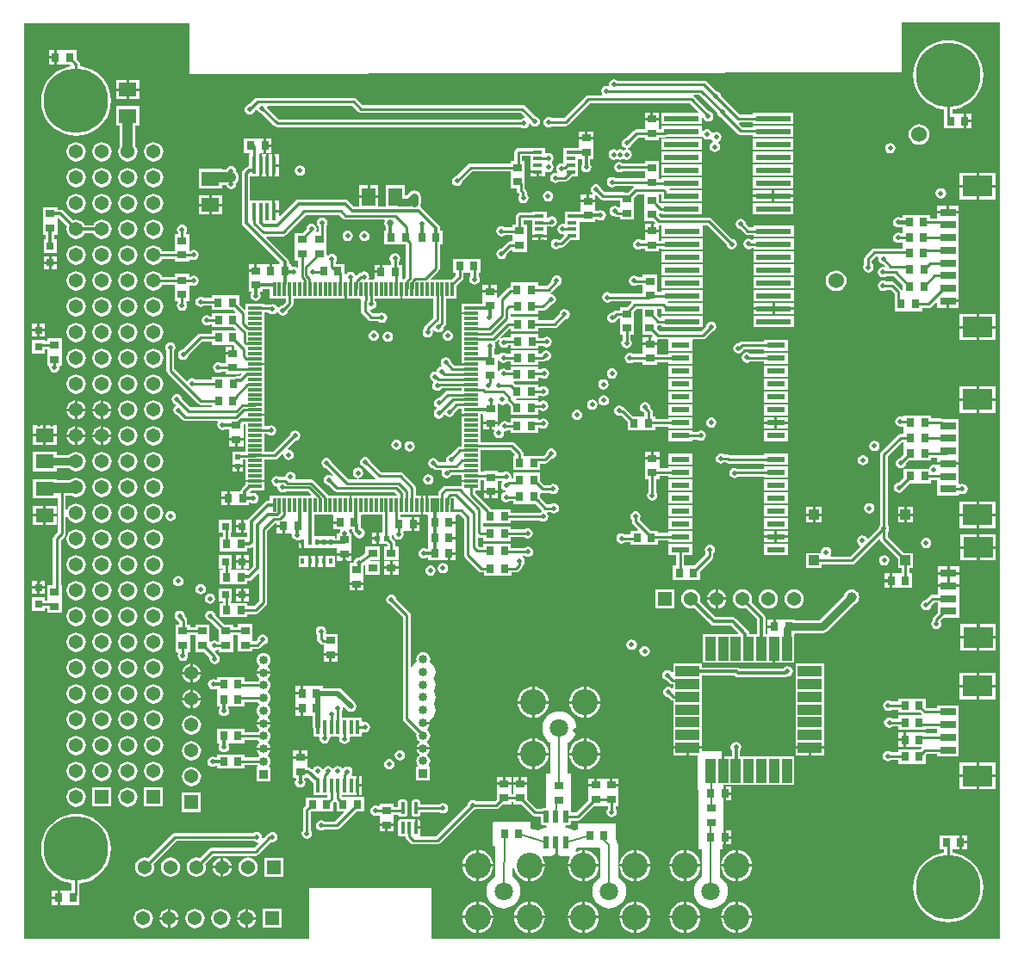
<source format=gtl>
G04*
G04 #@! TF.GenerationSoftware,Altium Limited,Altium Designer,24.2.2 (26)*
G04*
G04 Layer_Physical_Order=1*
G04 Layer_Color=255*
%FSLAX44Y44*%
%MOMM*%
G71*
G04*
G04 #@! TF.SameCoordinates,141F1B0E-D353-456E-9C8B-26D142171627*
G04*
G04*
G04 #@! TF.FilePolarity,Positive*
G04*
G01*
G75*
%ADD16C,0.2540*%
%ADD18C,0.3810*%
G04:AMPARAMS|DCode=23|XSize=2.3mm|YSize=1mm|CornerRadius=0mm|HoleSize=0mm|Usage=FLASHONLY|Rotation=180.000|XOffset=0mm|YOffset=0mm|HoleType=Round|Shape=RoundedRectangle|*
%AMROUNDEDRECTD23*
21,1,2.3000,1.0000,0,0,180.0*
21,1,2.3000,1.0000,0,0,180.0*
1,1,0.0000,-1.1500,0.5000*
1,1,0.0000,1.1500,0.5000*
1,1,0.0000,1.1500,-0.5000*
1,1,0.0000,-1.1500,-0.5000*
%
%ADD23ROUNDEDRECTD23*%
G04:AMPARAMS|DCode=24|XSize=2.3mm|YSize=1mm|CornerRadius=0mm|HoleSize=0mm|Usage=FLASHONLY|Rotation=270.000|XOffset=0mm|YOffset=0mm|HoleType=Round|Shape=RoundedRectangle|*
%AMROUNDEDRECTD24*
21,1,2.3000,1.0000,0,0,270.0*
21,1,2.3000,1.0000,0,0,270.0*
1,1,0.0000,-0.5000,-1.1500*
1,1,0.0000,-0.5000,1.1500*
1,1,0.0000,0.5000,1.1500*
1,1,0.0000,0.5000,-1.1500*
%
%ADD24ROUNDEDRECTD24*%
%ADD25R,3.5000X0.6000*%
%ADD26R,3.0000X2.1000*%
%ADD27R,1.6000X0.8000*%
%ADD28R,0.8000X0.9000*%
%ADD29R,0.3500X1.4000*%
%ADD30R,1.6000X0.8000*%
%ADD31R,3.0000X2.1000*%
%ADD32R,0.9000X0.8000*%
%ADD33R,0.5500X0.5500*%
%ADD34R,1.8000X0.6000*%
%ADD35R,0.9000X0.3000*%
%ADD36R,0.4572X1.7272*%
%ADD37R,1.0000X1.0000*%
%ADD38R,0.3048X0.6096*%
%ADD39R,0.8000X0.8000*%
%ADD40R,0.3500X1.3500*%
%ADD41R,1.3500X0.3500*%
%ADD42R,0.5500X0.5500*%
%ADD43R,1.8000X1.4000*%
G04:AMPARAMS|DCode=44|XSize=1.21mm|YSize=0.58mm|CornerRadius=0.0725mm|HoleSize=0mm|Usage=FLASHONLY|Rotation=90.000|XOffset=0mm|YOffset=0mm|HoleType=Round|Shape=RoundedRectangle|*
%AMROUNDEDRECTD44*
21,1,1.2100,0.4350,0,0,90.0*
21,1,1.0650,0.5800,0,0,90.0*
1,1,0.1450,0.2175,0.5325*
1,1,0.1450,0.2175,-0.5325*
1,1,0.1450,-0.2175,-0.5325*
1,1,0.1450,-0.2175,0.5325*
%
%ADD44ROUNDEDRECTD44*%
%ADD45R,0.8000X0.8000*%
G04:AMPARAMS|DCode=46|XSize=1.19mm|YSize=0.4mm|CornerRadius=0.05mm|HoleSize=0mm|Usage=FLASHONLY|Rotation=90.000|XOffset=0mm|YOffset=0mm|HoleType=Round|Shape=RoundedRectangle|*
%AMROUNDEDRECTD46*
21,1,1.1900,0.3000,0,0,90.0*
21,1,1.0900,0.4000,0,0,90.0*
1,1,0.1000,0.1500,0.5450*
1,1,0.1000,0.1500,-0.5450*
1,1,0.1000,-0.1500,-0.5450*
1,1,0.1000,-0.1500,0.5450*
%
%ADD46ROUNDEDRECTD46*%
%ADD47R,1.4000X1.8000*%
%ADD73C,1.8000*%
%ADD79C,0.3000*%
%ADD80C,0.1778*%
%ADD81C,0.7620*%
%ADD82C,0.5080*%
%ADD83C,1.0160*%
%ADD84C,1.5240*%
%ADD85C,1.3700*%
%ADD86R,1.3700X1.3700*%
%ADD87C,2.5500*%
%ADD88C,0.8500*%
%ADD89R,0.8500X0.8500*%
%ADD90R,1.3700X1.3700*%
%ADD91C,6.3500*%
%ADD92C,0.5000*%
%ADD93C,0.6604*%
%ADD94C,0.9906*%
G36*
X959000Y150000D02*
X959000Y0D01*
X400000D01*
Y50000D01*
X280000D01*
Y0D01*
X0D01*
Y901000D01*
X162500D01*
Y851000D01*
X862500Y852500D01*
Y901700D01*
X959000Y901700D01*
X959000Y150000D01*
D02*
G37*
%LPC*%
G36*
X29230Y874540D02*
X23960D01*
Y868770D01*
X29230D01*
Y874540D01*
D02*
G37*
G36*
Y866230D02*
X23960D01*
Y860460D01*
X29230D01*
Y866230D01*
D02*
G37*
G36*
X579750Y845949D02*
X577784Y845558D01*
X576116Y844444D01*
X575003Y842776D01*
X574611Y840810D01*
X574703Y840347D01*
X574690Y840317D01*
X573603Y839370D01*
X572250Y839639D01*
X570284Y839248D01*
X568616Y838134D01*
X567502Y836467D01*
X567111Y834500D01*
X567502Y832533D01*
X568257Y831405D01*
X567600Y830135D01*
X554470D01*
X552983Y829839D01*
X551723Y828997D01*
X530361Y807635D01*
X518508D01*
X517216Y808498D01*
X515250Y808889D01*
X513284Y808498D01*
X511616Y807384D01*
X510502Y805716D01*
X510111Y803750D01*
X510502Y801784D01*
X511616Y800116D01*
X513284Y799002D01*
X515250Y798611D01*
X517216Y799002D01*
X518508Y799865D01*
X531970D01*
X533457Y800161D01*
X534717Y801003D01*
X556079Y822365D01*
X653891D01*
X662250Y814007D01*
X661764Y812833D01*
X626078D01*
Y801753D01*
X666158D01*
Y807781D01*
X667428Y807906D01*
X667502Y807533D01*
X668616Y805866D01*
X670284Y804753D01*
X672250Y804361D01*
X674217Y804753D01*
X675884Y805866D01*
X676998Y807533D01*
X677389Y809500D01*
X676998Y811467D01*
X675884Y813134D01*
X674217Y814248D01*
X672693Y814551D01*
X658247Y828997D01*
X657725Y829345D01*
X658111Y830615D01*
X663641D01*
X680949Y813307D01*
X681253Y811784D01*
X682366Y810116D01*
X684034Y809003D01*
X685072Y808796D01*
X701693Y792175D01*
X702954Y791333D01*
X704440Y791037D01*
X716078D01*
Y789053D01*
X756159D01*
Y800133D01*
X716078D01*
Y798806D01*
X706049D01*
X702517Y802339D01*
X703003Y803512D01*
X716078D01*
Y801753D01*
X756159D01*
Y812833D01*
X734764D01*
X734389Y812908D01*
X734013Y812833D01*
X716078D01*
Y811281D01*
X702886D01*
X684870Y829298D01*
X684538Y830966D01*
X683424Y832634D01*
X681757Y833748D01*
X680233Y834051D01*
X670727Y843557D01*
X669467Y844399D01*
X667980Y844695D01*
X583008D01*
X581716Y845558D01*
X579750Y845949D01*
D02*
G37*
G36*
X113140Y845500D02*
X102870D01*
Y837230D01*
X113140D01*
Y845500D01*
D02*
G37*
G36*
X100330D02*
X90060D01*
Y837230D01*
X100330D01*
Y845500D01*
D02*
G37*
G36*
X113140Y834690D02*
X102870D01*
Y826420D01*
X113140D01*
Y834690D01*
D02*
G37*
G36*
X100330D02*
X90060D01*
Y826420D01*
X100330D01*
Y834690D01*
D02*
G37*
G36*
X623830Y813345D02*
X618060D01*
Y808075D01*
X623830D01*
Y813345D01*
D02*
G37*
G36*
X615520D02*
X609751D01*
Y808075D01*
X615520D01*
Y813345D01*
D02*
G37*
G36*
X925770Y812040D02*
Y806270D01*
X931040D01*
Y812040D01*
X925770D01*
D02*
G37*
G36*
X324016Y827695D02*
X228810D01*
X227323Y827399D01*
X226063Y826557D01*
X221057Y821551D01*
X219534Y821248D01*
X217866Y820134D01*
X216752Y818466D01*
X216361Y816500D01*
X216752Y814533D01*
X217866Y812866D01*
X219534Y811752D01*
X221500Y811361D01*
X223466Y811752D01*
X225134Y812866D01*
X226248Y814533D01*
X226500Y815800D01*
X227431Y816453D01*
X228657Y816014D01*
X228752Y815534D01*
X229866Y813866D01*
X231534Y812753D01*
X233057Y812449D01*
X245503Y800003D01*
X246763Y799161D01*
X248250Y798865D01*
X487909D01*
X489200Y798002D01*
X491167Y797611D01*
X493133Y798002D01*
X494800Y799116D01*
X495914Y800783D01*
X496095Y801695D01*
X497444Y801963D01*
X498176Y800866D01*
X499843Y799752D01*
X501810Y799361D01*
X503777Y799752D01*
X505444Y800866D01*
X506558Y802533D01*
X506949Y804500D01*
X506558Y806467D01*
X505444Y808134D01*
X503777Y809248D01*
X502253Y809551D01*
X492247Y819557D01*
X490987Y820399D01*
X489500Y820695D01*
X332625D01*
X326763Y826557D01*
X325503Y827399D01*
X324016Y827695D01*
D02*
G37*
G36*
X931040Y803730D02*
X925770D01*
Y797960D01*
X931040D01*
Y803730D01*
D02*
G37*
G36*
X908200Y884596D02*
X902819Y884173D01*
X897571Y882913D01*
X892585Y880847D01*
X887982Y878027D01*
X883878Y874522D01*
X880373Y870417D01*
X877553Y865816D01*
X875488Y860829D01*
X874228Y855581D01*
X873804Y850200D01*
X874228Y844819D01*
X875488Y839571D01*
X877553Y834585D01*
X880373Y829983D01*
X883878Y825878D01*
X887982Y822373D01*
X892585Y819553D01*
X897571Y817487D01*
X902819Y816227D01*
X904315Y816110D01*
Y812040D01*
X903960D01*
Y797960D01*
X916690D01*
X917040Y797960D01*
X917960D01*
X918310Y797960D01*
X923230D01*
Y805000D01*
Y812040D01*
X918310D01*
X917960Y812040D01*
X917040D01*
X916690Y812040D01*
X912085D01*
Y816110D01*
X913581Y816227D01*
X918829Y817487D01*
X923816Y819553D01*
X928418Y822373D01*
X932522Y825878D01*
X936027Y829983D01*
X938847Y834585D01*
X940913Y839571D01*
X942173Y844819D01*
X942596Y850200D01*
X942173Y855581D01*
X940913Y860829D01*
X938847Y865816D01*
X936027Y870417D01*
X932522Y874522D01*
X928418Y878027D01*
X923816Y880847D01*
X918829Y882913D01*
X913581Y884173D01*
X908200Y884596D01*
D02*
G37*
G36*
X37960Y874540D02*
X37040D01*
X36690Y874540D01*
X31770D01*
Y867500D01*
Y860460D01*
X36690D01*
X37040Y860460D01*
X37960D01*
X38310Y860460D01*
X44705D01*
X45042Y859988D01*
X44507Y858553D01*
X40171Y857513D01*
X35185Y855447D01*
X30582Y852627D01*
X26478Y849122D01*
X22973Y845017D01*
X20153Y840415D01*
X18087Y835429D01*
X16827Y830181D01*
X16404Y824800D01*
X16827Y819419D01*
X18087Y814171D01*
X20153Y809184D01*
X22973Y804583D01*
X26478Y800478D01*
X30582Y796973D01*
X35185Y794153D01*
X40171Y792087D01*
X45419Y790827D01*
X50800Y790404D01*
X56181Y790827D01*
X61429Y792087D01*
X66416Y794153D01*
X71017Y796973D01*
X75122Y800478D01*
X78627Y804583D01*
X81447Y809184D01*
X83513Y814171D01*
X84773Y819419D01*
X85196Y824800D01*
X84773Y830181D01*
X83513Y835429D01*
X81447Y840415D01*
X78627Y845017D01*
X75122Y849122D01*
X71017Y852627D01*
X66416Y855447D01*
X61429Y857513D01*
X56181Y858773D01*
X54685Y858890D01*
Y860700D01*
X54389Y862187D01*
X53547Y863447D01*
X51040Y865954D01*
Y874540D01*
X38310D01*
X37960Y874540D01*
D02*
G37*
G36*
X559290Y794790D02*
X553520D01*
Y789520D01*
X559290D01*
Y794790D01*
D02*
G37*
G36*
X550980D02*
X545210D01*
Y789520D01*
X550980D01*
Y794790D01*
D02*
G37*
G36*
X237770Y787790D02*
Y782020D01*
X243040D01*
Y787790D01*
X237770D01*
D02*
G37*
G36*
X879500Y801994D02*
X876848Y801645D01*
X874376Y800621D01*
X872254Y798992D01*
X870625Y796870D01*
X869602Y794398D01*
X869252Y791746D01*
X869602Y789094D01*
X870625Y786622D01*
X872254Y784500D01*
X874376Y782871D01*
X876848Y781848D01*
X879500Y781498D01*
X882152Y781848D01*
X884624Y782871D01*
X886746Y784500D01*
X888375Y786622D01*
X889398Y789094D01*
X889748Y791746D01*
X889398Y794398D01*
X888375Y796870D01*
X886746Y798992D01*
X884624Y800621D01*
X882152Y801645D01*
X879500Y801994D01*
D02*
G37*
G36*
X511710Y778440D02*
X497630D01*
Y778285D01*
X486003D01*
X485500Y778385D01*
X484013Y778089D01*
X482753Y777247D01*
X481911Y775987D01*
X481615Y774500D01*
Y765790D01*
X477710D01*
Y763135D01*
X438750D01*
X437263Y762839D01*
X436003Y761997D01*
X425057Y751051D01*
X423534Y750748D01*
X421866Y749634D01*
X420752Y747967D01*
X420361Y746000D01*
X420752Y744034D01*
X421866Y742366D01*
X423534Y741253D01*
X425500Y740861D01*
X427467Y741253D01*
X429134Y742366D01*
X430248Y744034D01*
X430551Y745557D01*
X440359Y755365D01*
X477710D01*
Y753060D01*
X477710Y752710D01*
Y751790D01*
X477710Y751440D01*
Y738710D01*
X484095D01*
Y736830D01*
X484391Y735343D01*
X485233Y734083D01*
X486145Y733172D01*
Y731804D01*
X485752Y731217D01*
X485361Y729250D01*
X485752Y727283D01*
X486866Y725616D01*
X488534Y724502D01*
X490500Y724111D01*
X492467Y724502D01*
X494134Y725616D01*
X495248Y727283D01*
X495639Y729250D01*
X495248Y731217D01*
X494134Y732884D01*
X493914Y733030D01*
Y734781D01*
X493618Y736267D01*
X492776Y737528D01*
X491865Y738439D01*
Y743270D01*
X491790Y743645D01*
Y751440D01*
X491790Y751790D01*
Y752710D01*
X491790Y753060D01*
Y765790D01*
X489385D01*
Y770515D01*
X497630D01*
Y763860D01*
Y757360D01*
Y756170D01*
X504670D01*
Y754900D01*
X505940D01*
Y750860D01*
X511710D01*
Y754290D01*
X512830Y754888D01*
X513033Y754753D01*
X515000Y754361D01*
X516967Y754753D01*
X518634Y755866D01*
X519748Y757533D01*
X520139Y759500D01*
X519748Y761467D01*
X518634Y763134D01*
X518312Y763348D01*
Y764618D01*
X518764Y764920D01*
X519877Y766587D01*
X520269Y768554D01*
X519877Y770520D01*
X518764Y772187D01*
X517096Y773301D01*
X515130Y773692D01*
X513163Y773301D01*
X512830Y773078D01*
X511710Y773677D01*
Y778440D01*
D02*
G37*
G36*
X756159Y787433D02*
X716078D01*
Y776353D01*
X756159D01*
Y787433D01*
D02*
G37*
G36*
X666158D02*
X626078D01*
Y776353D01*
X666158D01*
Y787433D01*
D02*
G37*
G36*
X623830Y805535D02*
X616790D01*
X609751D01*
Y800615D01*
X609750Y800265D01*
Y799345D01*
X609751Y798995D01*
Y796690D01*
X601805D01*
X600319Y796394D01*
X599058Y795552D01*
X591807Y788301D01*
X590284Y787998D01*
X588616Y786884D01*
X587503Y785217D01*
X587111Y783250D01*
X587503Y781283D01*
X588616Y779616D01*
X590284Y778503D01*
X591365Y778287D01*
Y776992D01*
X590134Y776748D01*
X588925Y775940D01*
X587716Y776748D01*
X585750Y777139D01*
X583783Y776748D01*
X582575Y775940D01*
X581367Y776748D01*
X579400Y777139D01*
X577434Y776748D01*
X575766Y775634D01*
X574652Y773967D01*
X574261Y772000D01*
X574652Y770033D01*
X575766Y768366D01*
X577434Y767253D01*
X579400Y766861D01*
X581367Y767253D01*
X582575Y768060D01*
X583783Y767253D01*
X585750Y766861D01*
X587716Y767253D01*
X588925Y768060D01*
X590134Y767253D01*
X592100Y766861D01*
X594067Y767253D01*
X595734Y768366D01*
X596848Y770033D01*
X597239Y772000D01*
X596848Y773967D01*
X595734Y775634D01*
X594067Y776748D01*
X592985Y776963D01*
Y778258D01*
X594216Y778503D01*
X595884Y779616D01*
X596998Y781283D01*
X597301Y782807D01*
X603414Y788921D01*
X609751D01*
Y786265D01*
X623830D01*
Y788921D01*
X629830D01*
X630498Y789053D01*
X666158D01*
X666158Y789053D01*
Y789053D01*
X667357Y788754D01*
X667616Y788366D01*
X669284Y787253D01*
X671250Y786861D01*
X673216Y787253D01*
X674074Y787825D01*
X675485Y787241D01*
X675493Y787202D01*
X676607Y785535D01*
X676752Y785438D01*
X676516Y784069D01*
X675116Y783134D01*
X674003Y781467D01*
X673611Y779500D01*
X674003Y777533D01*
X675116Y775866D01*
X676784Y774753D01*
X678750Y774361D01*
X680716Y774753D01*
X682384Y775866D01*
X683498Y777533D01*
X683889Y779500D01*
X683498Y781467D01*
X682384Y783134D01*
X682238Y783231D01*
X682475Y784600D01*
X683874Y785535D01*
X684988Y787202D01*
X685379Y789168D01*
X684988Y791135D01*
X683874Y792802D01*
X682207Y793916D01*
X680240Y794307D01*
X678274Y793916D01*
X677417Y793343D01*
X676005Y793928D01*
X675998Y793967D01*
X674884Y795634D01*
X673216Y796748D01*
X671250Y797139D01*
X669284Y796748D01*
X667616Y795634D01*
X667428Y795352D01*
X666158Y795738D01*
Y800133D01*
X626078D01*
Y796690D01*
X623830D01*
Y798995D01*
X623830Y799345D01*
Y800265D01*
X623830Y800615D01*
Y805535D01*
D02*
G37*
G36*
X243040Y779480D02*
X237770D01*
Y773710D01*
X243040D01*
Y779480D01*
D02*
G37*
G36*
X851250Y783389D02*
X849284Y782998D01*
X847616Y781884D01*
X846503Y780217D01*
X846111Y778250D01*
X846503Y776283D01*
X847616Y774616D01*
X849284Y773503D01*
X851250Y773111D01*
X853216Y773503D01*
X854884Y774616D01*
X855998Y776283D01*
X856389Y778250D01*
X855998Y780217D01*
X854884Y781884D01*
X853216Y782998D01*
X851250Y783389D01*
D02*
G37*
G36*
X127000Y784171D02*
X124549Y783848D01*
X122265Y782902D01*
X120303Y781397D01*
X118798Y779436D01*
X117852Y777151D01*
X117529Y774700D01*
X117852Y772249D01*
X118798Y769965D01*
X120303Y768003D01*
X122265Y766498D01*
X124549Y765552D01*
X127000Y765229D01*
X129451Y765552D01*
X131736Y766498D01*
X133697Y768003D01*
X135202Y769965D01*
X136148Y772249D01*
X136471Y774700D01*
X136148Y777151D01*
X135202Y779436D01*
X133697Y781397D01*
X131736Y782902D01*
X129451Y783848D01*
X127000Y784171D01*
D02*
G37*
G36*
X113140Y819500D02*
X90060D01*
Y800420D01*
X93914D01*
Y780108D01*
X93398Y779436D01*
X92452Y777151D01*
X92129Y774700D01*
X92452Y772249D01*
X93398Y769965D01*
X94903Y768003D01*
X96865Y766498D01*
X99149Y765552D01*
X101600Y765229D01*
X104051Y765552D01*
X106336Y766498D01*
X108297Y768003D01*
X109802Y769965D01*
X110748Y772249D01*
X111071Y774700D01*
X110748Y777151D01*
X109802Y779436D01*
X109286Y780108D01*
Y800420D01*
X113140D01*
Y819500D01*
D02*
G37*
G36*
X76200Y784171D02*
X73749Y783848D01*
X71465Y782902D01*
X69503Y781397D01*
X67998Y779436D01*
X67052Y777151D01*
X66729Y774700D01*
X67052Y772249D01*
X67998Y769965D01*
X69503Y768003D01*
X71465Y766498D01*
X73749Y765552D01*
X76200Y765229D01*
X78651Y765552D01*
X80935Y766498D01*
X82897Y768003D01*
X84402Y769965D01*
X85348Y772249D01*
X85671Y774700D01*
X85348Y777151D01*
X84402Y779436D01*
X82897Y781397D01*
X80935Y782902D01*
X78651Y783848D01*
X76200Y784171D01*
D02*
G37*
G36*
X50800D02*
X48349Y783848D01*
X46065Y782902D01*
X44103Y781397D01*
X42598Y779436D01*
X41652Y777151D01*
X41329Y774700D01*
X41652Y772249D01*
X42598Y769965D01*
X44103Y768003D01*
X46065Y766498D01*
X48349Y765552D01*
X50800Y765229D01*
X53251Y765552D01*
X55535Y766498D01*
X57497Y768003D01*
X59002Y769965D01*
X59948Y772249D01*
X60271Y774700D01*
X59948Y777151D01*
X59002Y779436D01*
X57497Y781397D01*
X55535Y782902D01*
X53251Y783848D01*
X50800Y784171D01*
D02*
G37*
G36*
X756159Y774733D02*
X716078D01*
Y763653D01*
X756159D01*
Y774733D01*
D02*
G37*
G36*
X666158D02*
X626078D01*
Y763653D01*
X666158D01*
Y774733D01*
D02*
G37*
G36*
X623830Y765345D02*
X609751D01*
Y763385D01*
X588258D01*
X586967Y764248D01*
X585000Y764639D01*
X583033Y764248D01*
X581366Y763134D01*
X580252Y761467D01*
X579861Y759500D01*
X580252Y757533D01*
X581366Y755866D01*
X583033Y754753D01*
X585000Y754361D01*
X586967Y754753D01*
X588258Y755615D01*
X609751D01*
Y752615D01*
X609750Y752265D01*
Y751345D01*
X609751Y750995D01*
Y748635D01*
X581008D01*
X579716Y749498D01*
X577750Y749889D01*
X575784Y749498D01*
X574116Y748384D01*
X573003Y746717D01*
X572611Y744750D01*
X573003Y742784D01*
X574116Y741116D01*
X575784Y740003D01*
X577750Y739611D01*
X579716Y740003D01*
X581008Y740865D01*
X598390D01*
X598775Y739595D01*
X598253Y739247D01*
X593796Y734790D01*
X589895D01*
X589520Y734865D01*
X570379D01*
X566964Y738280D01*
X566661Y739803D01*
X565547Y741470D01*
X563880Y742584D01*
X561913Y742976D01*
X559947Y742584D01*
X558280Y741470D01*
X557166Y739803D01*
X556774Y737837D01*
X557166Y735870D01*
X558280Y734203D01*
X558868Y733810D01*
X558483Y732540D01*
X555270D01*
Y727270D01*
X561040D01*
Y731420D01*
X562310Y731946D01*
X566023Y728233D01*
X567283Y727391D01*
X568770Y727095D01*
X585210D01*
Y722060D01*
X585210Y721710D01*
Y720790D01*
X585210Y720184D01*
X583940Y719799D01*
X583884Y719884D01*
X582216Y720998D01*
X580250Y721389D01*
X578284Y720998D01*
X576616Y719884D01*
X575503Y718216D01*
X575111Y716250D01*
X575503Y714284D01*
X576616Y712616D01*
X578284Y711503D01*
X580250Y711111D01*
X580639Y711189D01*
X581429Y710661D01*
X582916Y710365D01*
X585210D01*
Y707710D01*
X599290D01*
Y720440D01*
X599290Y720790D01*
Y721710D01*
X599290Y722060D01*
Y729296D01*
X602609Y732615D01*
X609710D01*
Y720810D01*
X609710Y720460D01*
X609710D01*
Y719540D01*
X609710D01*
Y706460D01*
X618296D01*
X620043Y704713D01*
X619557Y703540D01*
X618270D01*
Y698270D01*
X624040D01*
Y702325D01*
X624040Y702325D01*
X625329D01*
X626460Y701990D01*
X626460Y701055D01*
Y690910D01*
X666540D01*
X666540Y701990D01*
X667671Y702325D01*
X671431D01*
X690449Y683307D01*
X690752Y681784D01*
X691866Y680116D01*
X693533Y679003D01*
X695500Y678611D01*
X697467Y679003D01*
X699134Y680116D01*
X700248Y681784D01*
X700639Y683750D01*
X700248Y685716D01*
X699134Y687384D01*
X697467Y688498D01*
X695943Y688801D01*
X675787Y708957D01*
X674527Y709799D01*
X673040Y710095D01*
X625649D01*
X623790Y711954D01*
Y713525D01*
X624809Y714361D01*
X626078Y713984D01*
Y712853D01*
X666158D01*
Y723933D01*
X626078D01*
X626078Y723933D01*
Y723933D01*
X624933Y724311D01*
X623790Y725454D01*
Y732615D01*
X626045D01*
X626078Y732448D01*
Y725553D01*
X666158D01*
Y736633D01*
X634407D01*
X634197Y736983D01*
X634916Y738253D01*
X666158D01*
Y749333D01*
X626078D01*
Y747678D01*
X623830D01*
Y750995D01*
X623830Y751345D01*
Y752265D01*
X623830Y752615D01*
Y765345D01*
D02*
G37*
G36*
X250076Y772409D02*
X246520D01*
Y762503D01*
X250076D01*
Y772409D01*
D02*
G37*
G36*
X203200Y760789D02*
X201234Y760398D01*
X199566Y759284D01*
X198452Y757617D01*
X198327Y756986D01*
X194420D01*
Y757870D01*
X171340D01*
Y738790D01*
X194420D01*
Y741614D01*
X198327D01*
X198452Y740984D01*
X199566Y739316D01*
X201234Y738202D01*
X203200Y737811D01*
X205166Y738202D01*
X206834Y739316D01*
X207948Y740984D01*
X208339Y742950D01*
X208220Y743547D01*
X208635Y743865D01*
X209856Y745457D01*
X210624Y747311D01*
X210886Y749300D01*
X210624Y751289D01*
X209856Y753143D01*
X208635Y754735D01*
X208220Y755053D01*
X208339Y755650D01*
X207948Y757617D01*
X206834Y759284D01*
X205166Y760398D01*
X203200Y760789D01*
D02*
G37*
G36*
X559290Y786980D02*
X552250D01*
X545210D01*
Y782060D01*
X545210Y781710D01*
Y780790D01*
X545210Y780440D01*
Y778519D01*
X536970D01*
X536572Y778440D01*
X529930D01*
Y770360D01*
Y764167D01*
X529420Y763565D01*
X528660Y763125D01*
X527750Y763306D01*
X525784Y762915D01*
X524116Y761801D01*
X523002Y760134D01*
X522611Y758167D01*
X523002Y756201D01*
X523765Y755059D01*
X523001Y753916D01*
X521978Y754120D01*
X520011Y753729D01*
X518344Y752615D01*
X517230Y750948D01*
X516839Y748981D01*
X517230Y747015D01*
X518344Y745348D01*
X520011Y744234D01*
X521978Y743842D01*
X523944Y744234D01*
X525236Y745097D01*
X531051D01*
X532538Y745392D01*
X533798Y746234D01*
X538424Y750860D01*
X544010D01*
Y757360D01*
Y767541D01*
X545210Y767710D01*
Y767710D01*
X548131D01*
Y762407D01*
X547502Y761467D01*
X547111Y759500D01*
X547502Y757533D01*
X548616Y755866D01*
X550284Y754752D01*
X552250Y754361D01*
X554216Y754752D01*
X555884Y755866D01*
X556998Y757533D01*
X557389Y759500D01*
X556998Y761467D01*
X556369Y762407D01*
Y767710D01*
X559290D01*
Y780440D01*
X559290Y780790D01*
Y781710D01*
X559290Y782060D01*
Y786980D01*
D02*
G37*
G36*
X271000Y761279D02*
X269034Y760888D01*
X267366Y759774D01*
X266252Y758107D01*
X265861Y756140D01*
X266252Y754174D01*
X267366Y752506D01*
X269034Y751392D01*
X271000Y751001D01*
X272966Y751392D01*
X274634Y752506D01*
X275748Y754174D01*
X276139Y756140D01*
X275748Y758107D01*
X274634Y759774D01*
X272966Y760888D01*
X271000Y761279D01*
D02*
G37*
G36*
X756159Y762033D02*
X716078D01*
Y750953D01*
X756159D01*
Y762033D01*
D02*
G37*
G36*
X666158D02*
X626078D01*
Y750953D01*
X666158D01*
Y762033D01*
D02*
G37*
G36*
X503400Y753630D02*
X497630D01*
Y750860D01*
X503400D01*
Y753630D01*
D02*
G37*
G36*
X250076Y759963D02*
X246520D01*
Y750057D01*
X250076D01*
Y759963D01*
D02*
G37*
G36*
X243980Y772409D02*
X240020D01*
Y761233D01*
Y750057D01*
X243980D01*
Y761233D01*
Y772409D01*
D02*
G37*
G36*
X237480D02*
X233520D01*
Y761233D01*
Y750057D01*
X237480D01*
Y761233D01*
Y772409D01*
D02*
G37*
G36*
X954630Y753830D02*
X938360D01*
Y742060D01*
X954630D01*
Y753830D01*
D02*
G37*
G36*
X935820D02*
X919550D01*
Y742060D01*
X935820D01*
Y753830D01*
D02*
G37*
G36*
X127000Y758771D02*
X124549Y758448D01*
X122265Y757502D01*
X120303Y755997D01*
X118798Y754035D01*
X117852Y751751D01*
X117529Y749300D01*
X117852Y746849D01*
X118798Y744565D01*
X120303Y742603D01*
X122265Y741098D01*
X124549Y740152D01*
X127000Y739829D01*
X129451Y740152D01*
X131736Y741098D01*
X133697Y742603D01*
X135202Y744565D01*
X136148Y746849D01*
X136471Y749300D01*
X136148Y751751D01*
X135202Y754035D01*
X133697Y755997D01*
X131736Y757502D01*
X129451Y758448D01*
X127000Y758771D01*
D02*
G37*
G36*
X101600D02*
X99149Y758448D01*
X96865Y757502D01*
X94903Y755997D01*
X93398Y754035D01*
X92452Y751751D01*
X92129Y749300D01*
X92452Y746849D01*
X93398Y744565D01*
X94903Y742603D01*
X96865Y741098D01*
X99149Y740152D01*
X101600Y739829D01*
X104051Y740152D01*
X106336Y741098D01*
X108297Y742603D01*
X109802Y744565D01*
X110748Y746849D01*
X111071Y749300D01*
X110748Y751751D01*
X109802Y754035D01*
X108297Y755997D01*
X106336Y757502D01*
X104051Y758448D01*
X101600Y758771D01*
D02*
G37*
G36*
X76200D02*
X73749Y758448D01*
X71465Y757502D01*
X69503Y755997D01*
X67998Y754035D01*
X67052Y751751D01*
X66729Y749300D01*
X67052Y746849D01*
X67998Y744565D01*
X69503Y742603D01*
X71465Y741098D01*
X73749Y740152D01*
X76200Y739829D01*
X78651Y740152D01*
X80935Y741098D01*
X82897Y742603D01*
X84402Y744565D01*
X85348Y746849D01*
X85671Y749300D01*
X85348Y751751D01*
X84402Y754035D01*
X82897Y755997D01*
X80935Y757502D01*
X78651Y758448D01*
X76200Y758771D01*
D02*
G37*
G36*
X50800D02*
X48349Y758448D01*
X46065Y757502D01*
X44103Y755997D01*
X42598Y754035D01*
X41652Y751751D01*
X41329Y749300D01*
X41652Y746849D01*
X42598Y744565D01*
X44103Y742603D01*
X46065Y741098D01*
X48349Y740152D01*
X50800Y739829D01*
X53251Y740152D01*
X55535Y741098D01*
X57497Y742603D01*
X59002Y744565D01*
X59948Y746849D01*
X60271Y749300D01*
X59948Y751751D01*
X59002Y754035D01*
X57497Y755997D01*
X55535Y757502D01*
X53251Y758448D01*
X50800Y758771D01*
D02*
G37*
G36*
X756159Y749333D02*
X716078D01*
Y738253D01*
X756159D01*
Y749333D01*
D02*
G37*
G36*
Y736633D02*
X737389D01*
Y732363D01*
X756159D01*
Y736633D01*
D02*
G37*
G36*
X734848D02*
X716078D01*
Y732363D01*
X734848D01*
Y736633D01*
D02*
G37*
G36*
X348030Y741790D02*
X339760D01*
Y731520D01*
X348030D01*
Y741790D01*
D02*
G37*
G36*
X337220D02*
X328950D01*
Y731520D01*
X337220D01*
Y741790D01*
D02*
G37*
G36*
X901000Y738889D02*
X899034Y738498D01*
X897366Y737384D01*
X896253Y735716D01*
X895861Y733750D01*
X896253Y731784D01*
X897366Y730116D01*
X899034Y729003D01*
X901000Y728611D01*
X902967Y729003D01*
X904634Y730116D01*
X905748Y731784D01*
X906139Y733750D01*
X905748Y735716D01*
X904634Y737384D01*
X902967Y738498D01*
X901000Y738889D01*
D02*
G37*
G36*
X954630Y739520D02*
X938360D01*
Y727750D01*
X954630D01*
Y739520D01*
D02*
G37*
G36*
X935820D02*
X919550D01*
Y727750D01*
X935820D01*
Y739520D01*
D02*
G37*
G36*
X552730Y732540D02*
X546960D01*
Y727270D01*
X552730D01*
Y732540D01*
D02*
G37*
G36*
X514750Y736139D02*
X512784Y735748D01*
X511116Y734634D01*
X510003Y732967D01*
X509611Y731000D01*
X510003Y729034D01*
X511116Y727366D01*
X512784Y726252D01*
X514750Y725861D01*
X516716Y726252D01*
X518384Y727366D01*
X519498Y729034D01*
X519889Y731000D01*
X519498Y732967D01*
X518384Y734634D01*
X516716Y735748D01*
X514750Y736139D01*
D02*
G37*
G36*
X756159Y729823D02*
X737389D01*
Y725553D01*
X756159D01*
Y729823D01*
D02*
G37*
G36*
X734848D02*
X716078D01*
Y725553D01*
X734848D01*
Y729823D01*
D02*
G37*
G36*
X194420Y731870D02*
X184150D01*
Y723600D01*
X194420D01*
Y731870D01*
D02*
G37*
G36*
X181610D02*
X171340D01*
Y723600D01*
X181610D01*
Y731870D01*
D02*
G37*
G36*
X250076Y726943D02*
X246520D01*
Y717037D01*
X250076D01*
Y726943D01*
D02*
G37*
G36*
X918630Y721830D02*
X909360D01*
Y716560D01*
X918630D01*
Y721830D01*
D02*
G37*
G36*
X906820D02*
X897550D01*
Y716560D01*
X906820D01*
Y721830D01*
D02*
G37*
G36*
X127000Y733371D02*
X124549Y733048D01*
X122265Y732102D01*
X120303Y730597D01*
X118798Y728635D01*
X117852Y726351D01*
X117529Y723900D01*
X117852Y721449D01*
X118798Y719165D01*
X120303Y717203D01*
X122265Y715698D01*
X124549Y714752D01*
X127000Y714429D01*
X129451Y714752D01*
X131736Y715698D01*
X133697Y717203D01*
X135202Y719165D01*
X136148Y721449D01*
X136471Y723900D01*
X136148Y726351D01*
X135202Y728635D01*
X133697Y730597D01*
X131736Y732102D01*
X129451Y733048D01*
X127000Y733371D01*
D02*
G37*
G36*
X101600D02*
X99149Y733048D01*
X96865Y732102D01*
X94903Y730597D01*
X93398Y728635D01*
X92452Y726351D01*
X92129Y723900D01*
X92452Y721449D01*
X93398Y719165D01*
X94903Y717203D01*
X96865Y715698D01*
X99149Y714752D01*
X101600Y714429D01*
X104051Y714752D01*
X106336Y715698D01*
X108297Y717203D01*
X109802Y719165D01*
X110748Y721449D01*
X111071Y723900D01*
X110748Y726351D01*
X109802Y728635D01*
X108297Y730597D01*
X106336Y732102D01*
X104051Y733048D01*
X101600Y733371D01*
D02*
G37*
G36*
X76200D02*
X73749Y733048D01*
X71465Y732102D01*
X69503Y730597D01*
X67998Y728635D01*
X67052Y726351D01*
X66729Y723900D01*
X67052Y721449D01*
X67998Y719165D01*
X69503Y717203D01*
X71465Y715698D01*
X73749Y714752D01*
X76200Y714429D01*
X78651Y714752D01*
X80935Y715698D01*
X82897Y717203D01*
X84402Y719165D01*
X85348Y721449D01*
X85671Y723900D01*
X85348Y726351D01*
X84402Y728635D01*
X82897Y730597D01*
X80935Y732102D01*
X78651Y733048D01*
X76200Y733371D01*
D02*
G37*
G36*
X50800D02*
X48349Y733048D01*
X46065Y732102D01*
X44103Y730597D01*
X42598Y728635D01*
X41652Y726351D01*
X41329Y723900D01*
X41652Y721449D01*
X42598Y719165D01*
X44103Y717203D01*
X46065Y715698D01*
X48349Y714752D01*
X50800Y714429D01*
X53251Y714752D01*
X55535Y715698D01*
X57497Y717203D01*
X59002Y719165D01*
X59948Y721449D01*
X60271Y723900D01*
X59948Y726351D01*
X59002Y728635D01*
X57497Y730597D01*
X55535Y732102D01*
X53251Y733048D01*
X50800Y733371D01*
D02*
G37*
G36*
X756159Y723933D02*
X716078D01*
Y712853D01*
X756159D01*
Y723933D01*
D02*
G37*
G36*
X194420Y721060D02*
X184150D01*
Y712790D01*
X194420D01*
Y721060D01*
D02*
G37*
G36*
X181610D02*
X171340D01*
Y712790D01*
X181610D01*
Y721060D01*
D02*
G37*
G36*
X918630Y714020D02*
X908090D01*
X897550D01*
Y709285D01*
X890330D01*
Y712440D01*
X877600D01*
X877250Y712440D01*
X876330D01*
X875980Y712440D01*
X863250D01*
Y709932D01*
X861359D01*
X861037Y710148D01*
X859070Y710539D01*
X857104Y710148D01*
X855436Y709034D01*
X854322Y707366D01*
X853931Y705400D01*
X854322Y703434D01*
X855436Y701766D01*
X857104Y700652D01*
X859070Y700261D01*
X861037Y700652D01*
X861359Y700868D01*
X863250D01*
Y698470D01*
X863250Y698360D01*
Y697200D01*
X863250Y697090D01*
Y694651D01*
X861980Y694221D01*
X860953Y694908D01*
X858986Y695299D01*
X857020Y694908D01*
X855352Y693794D01*
X854238Y692126D01*
X853847Y690160D01*
X854238Y688194D01*
X855352Y686526D01*
X857020Y685412D01*
X858986Y685021D01*
X860953Y685412D01*
X861980Y686099D01*
X863250Y685669D01*
Y683230D01*
X863250Y683120D01*
X863250Y681960D01*
X863250Y681850D01*
Y679525D01*
X835640D01*
X834153Y679229D01*
X832893Y678387D01*
X826609Y672103D01*
X825767Y670842D01*
X825471Y669356D01*
Y663668D01*
X825003Y662967D01*
X824611Y661000D01*
X825003Y659034D01*
X826116Y657366D01*
X827784Y656253D01*
X829750Y655861D01*
X831717Y656253D01*
X833384Y657366D01*
X834498Y659034D01*
X834889Y661000D01*
X834498Y662967D01*
X833384Y664634D01*
X833240Y664729D01*
Y667747D01*
X837249Y671755D01*
X838648D01*
X839591Y670485D01*
X839361Y669330D01*
X839753Y667364D01*
X840866Y665696D01*
X842533Y664582D01*
X844057Y664279D01*
X846001Y662335D01*
X845375Y661165D01*
X844250Y661389D01*
X842283Y660998D01*
X840616Y659884D01*
X839502Y658216D01*
X839111Y656250D01*
X839502Y654284D01*
X840616Y652616D01*
X842283Y651503D01*
X844250Y651111D01*
X846217Y651503D01*
X847508Y652365D01*
X854641D01*
X863710Y643296D01*
Y639479D01*
X862440Y639094D01*
X862017Y639727D01*
X855997Y645747D01*
X854737Y646589D01*
X853250Y646885D01*
X847508D01*
X846217Y647748D01*
X844250Y648139D01*
X842283Y647748D01*
X840616Y646634D01*
X839502Y644967D01*
X839111Y643000D01*
X839502Y641033D01*
X840616Y639366D01*
X842283Y638252D01*
X844250Y637861D01*
X846217Y638252D01*
X847508Y639115D01*
X851641D01*
X855385Y635371D01*
Y627480D01*
X855460Y627105D01*
Y617710D01*
X868190D01*
X868540Y617710D01*
X869460D01*
X869810Y617710D01*
X882540D01*
Y620865D01*
X888550D01*
X890037Y621161D01*
X891297Y622003D01*
X896377Y627083D01*
X897550Y626597D01*
Y621250D01*
X906820D01*
Y627790D01*
X908090D01*
Y629060D01*
X918630D01*
Y633750D01*
Y646250D01*
Y658750D01*
Y671250D01*
Y683750D01*
Y696250D01*
Y708750D01*
Y714020D01*
D02*
G37*
G36*
X561040Y724730D02*
X554000D01*
X546960D01*
Y719810D01*
X546960Y719460D01*
Y718540D01*
X546960Y718190D01*
Y715519D01*
X538540D01*
X538142Y715440D01*
X531500D01*
Y704356D01*
X530230Y703391D01*
X529122Y703611D01*
X527156Y703220D01*
X525489Y702106D01*
X524375Y700439D01*
X523983Y698472D01*
X524375Y696506D01*
X525489Y694839D01*
X527156Y693725D01*
X529122Y693334D01*
X529823Y693473D01*
X530449Y692303D01*
X526252Y688105D01*
X525303D01*
X524716Y688498D01*
X522750Y688889D01*
X520784Y688498D01*
X519116Y687384D01*
X518002Y685716D01*
X517611Y683750D01*
X518002Y681784D01*
X519116Y680116D01*
X520784Y679003D01*
X522750Y678611D01*
X524716Y679003D01*
X526384Y680116D01*
X526530Y680336D01*
X527861D01*
X529347Y680632D01*
X530607Y681474D01*
X536994Y687860D01*
X545580D01*
Y694360D01*
Y700860D01*
Y707281D01*
X546960D01*
Y705460D01*
X561040D01*
Y708006D01*
X563840D01*
X564594Y707502D01*
X566560Y707111D01*
X568526Y707502D01*
X570194Y708616D01*
X571308Y710284D01*
X571699Y712250D01*
X571308Y714217D01*
X570194Y715884D01*
X568526Y716998D01*
X566560Y717389D01*
X564594Y716998D01*
X563466Y716244D01*
X561040D01*
Y718190D01*
X561040Y718540D01*
Y719460D01*
X561040Y719810D01*
Y724730D01*
D02*
G37*
G36*
X513280Y715440D02*
X499200D01*
Y715285D01*
X487400D01*
X485913Y714989D01*
X484653Y714147D01*
X484003Y713497D01*
X483161Y712237D01*
X482865Y710750D01*
Y703290D01*
X479710D01*
Y700385D01*
X472258D01*
X470966Y701248D01*
X469000Y701639D01*
X467034Y701248D01*
X465366Y700134D01*
X464253Y698466D01*
X463861Y696500D01*
X464253Y694533D01*
X465366Y692866D01*
X467034Y691752D01*
X469000Y691361D01*
X470966Y691752D01*
X472258Y692615D01*
X479710D01*
Y690560D01*
X479710Y690210D01*
Y689290D01*
X479710Y688940D01*
Y686635D01*
X477500D01*
X476013Y686339D01*
X474753Y685497D01*
X468557Y679301D01*
X467034Y678998D01*
X465366Y677884D01*
X464253Y676217D01*
X463861Y674250D01*
X464253Y672283D01*
X465366Y670616D01*
X467034Y669502D01*
X469000Y669111D01*
X470966Y669502D01*
X472634Y670616D01*
X473748Y672283D01*
X474051Y673807D01*
X478440Y678196D01*
X479710Y677670D01*
Y676210D01*
X493790D01*
Y688940D01*
X493790Y689290D01*
Y690210D01*
X493790Y690560D01*
Y703290D01*
X490635D01*
Y707515D01*
X499200D01*
Y700860D01*
Y694360D01*
Y693170D01*
X513280D01*
Y694360D01*
Y701015D01*
X516734D01*
X517230Y701114D01*
X518500Y700861D01*
X520466Y701252D01*
X522134Y702366D01*
X523248Y704034D01*
X523639Y706000D01*
X523248Y707967D01*
X522134Y709634D01*
X520466Y710748D01*
X518500Y711139D01*
X516534Y710748D01*
X514866Y709634D01*
X514550Y709160D01*
X513280Y709545D01*
Y715440D01*
D02*
G37*
G36*
X615730Y703540D02*
X609960D01*
Y698270D01*
X615730D01*
Y703540D01*
D02*
G37*
G36*
X704250Y708639D02*
X702283Y708248D01*
X700616Y707134D01*
X699502Y705467D01*
X699111Y703500D01*
X699502Y701534D01*
X700616Y699866D01*
X702283Y698753D01*
X703807Y698449D01*
X708553Y693703D01*
X709813Y692861D01*
X711300Y692565D01*
X716460D01*
Y690910D01*
X756540D01*
Y701990D01*
X716460D01*
Y700335D01*
X712909D01*
X709301Y703943D01*
X708998Y705467D01*
X707884Y707134D01*
X706217Y708248D01*
X704250Y708639D01*
D02*
G37*
G36*
X127000Y707971D02*
X124549Y707648D01*
X122265Y706702D01*
X120303Y705197D01*
X118798Y703235D01*
X117852Y700951D01*
X117529Y698500D01*
X117852Y696049D01*
X118798Y693764D01*
X120303Y691803D01*
X122265Y690298D01*
X124549Y689352D01*
X127000Y689029D01*
X129451Y689352D01*
X131736Y690298D01*
X133697Y691803D01*
X135202Y693764D01*
X136148Y696049D01*
X136471Y698500D01*
X136148Y700951D01*
X135202Y703235D01*
X133697Y705197D01*
X131736Y706702D01*
X129451Y707648D01*
X127000Y707971D01*
D02*
G37*
G36*
X101600D02*
X99149Y707648D01*
X96865Y706702D01*
X94903Y705197D01*
X93398Y703235D01*
X92452Y700951D01*
X92129Y698500D01*
X92452Y696049D01*
X93398Y693764D01*
X94903Y691803D01*
X96865Y690298D01*
X99149Y689352D01*
X101600Y689029D01*
X104051Y689352D01*
X106336Y690298D01*
X108297Y691803D01*
X109802Y693764D01*
X110748Y696049D01*
X111071Y698500D01*
X110748Y700951D01*
X109802Y703235D01*
X108297Y705197D01*
X106336Y706702D01*
X104051Y707648D01*
X101600Y707971D01*
D02*
G37*
G36*
X32440Y720280D02*
X18360D01*
Y707550D01*
X18360Y707200D01*
Y706280D01*
X18360Y705930D01*
Y693200D01*
X21281D01*
Y688520D01*
X18860D01*
Y675440D01*
X31940D01*
Y688520D01*
X29519D01*
Y693200D01*
X32440D01*
Y705930D01*
X32440Y706280D01*
Y707200D01*
X32440Y707550D01*
Y709621D01*
X33854D01*
X41907Y701568D01*
X41652Y700951D01*
X41329Y698500D01*
X41652Y696049D01*
X42598Y693764D01*
X44103Y691803D01*
X46065Y690298D01*
X48349Y689352D01*
X50800Y689029D01*
X53251Y689352D01*
X55535Y690298D01*
X57497Y691803D01*
X59002Y693764D01*
X59257Y694381D01*
X67743D01*
X67998Y693764D01*
X69503Y691803D01*
X71465Y690298D01*
X73749Y689352D01*
X76200Y689029D01*
X78651Y689352D01*
X80935Y690298D01*
X82897Y691803D01*
X84402Y693764D01*
X85348Y696049D01*
X85671Y698500D01*
X85348Y700951D01*
X84402Y703235D01*
X82897Y705197D01*
X80935Y706702D01*
X78651Y707648D01*
X76200Y707971D01*
X73749Y707648D01*
X71465Y706702D01*
X69503Y705197D01*
X67998Y703235D01*
X67743Y702619D01*
X59257D01*
X59002Y703235D01*
X57497Y705197D01*
X55535Y706702D01*
X53251Y707648D01*
X50800Y707971D01*
X48349Y707648D01*
X47732Y707393D01*
X38473Y716653D01*
X37136Y717546D01*
X35560Y717859D01*
X32440D01*
Y720280D01*
D02*
G37*
G36*
X756540Y689290D02*
X716460D01*
Y688353D01*
X715190Y687930D01*
X713967Y688748D01*
X712000Y689139D01*
X710033Y688748D01*
X708366Y687634D01*
X707253Y685966D01*
X706861Y684000D01*
X707253Y682033D01*
X708366Y680366D01*
X710033Y679252D01*
X712000Y678861D01*
X713967Y679252D01*
X715071Y679990D01*
X716460D01*
Y678210D01*
X756540D01*
Y689290D01*
D02*
G37*
G36*
X513280Y690630D02*
X507510D01*
Y687860D01*
X513280D01*
Y690630D01*
D02*
G37*
G36*
X504970D02*
X499200D01*
Y687860D01*
X504970D01*
Y690630D01*
D02*
G37*
G36*
X624040Y695730D02*
X617000D01*
X609960D01*
Y690810D01*
X609960Y690460D01*
Y689540D01*
X609960Y689190D01*
Y687385D01*
X606508D01*
X605216Y688248D01*
X603250Y688639D01*
X601283Y688248D01*
X599616Y687134D01*
X598503Y685467D01*
X598111Y683500D01*
X598503Y681534D01*
X599616Y679866D01*
X601283Y678753D01*
X603250Y678361D01*
X605216Y678753D01*
X606508Y679615D01*
X609960D01*
Y676460D01*
X624040D01*
Y679595D01*
X626460D01*
Y678210D01*
X666540D01*
Y689290D01*
X626460D01*
Y687365D01*
X624040D01*
Y689190D01*
X624040Y689540D01*
Y690460D01*
X624040Y690810D01*
Y695730D01*
D02*
G37*
G36*
X155000Y703191D02*
X153034Y702800D01*
X151366Y701686D01*
X150252Y700018D01*
X149861Y698052D01*
X150252Y696086D01*
X151115Y694794D01*
Y693540D01*
X147960D01*
Y680810D01*
X147960Y680460D01*
Y679540D01*
X147960Y679190D01*
Y676985D01*
X135555D01*
X135202Y677835D01*
X133697Y679797D01*
X131736Y681302D01*
X129451Y682248D01*
X127000Y682571D01*
X124549Y682248D01*
X122265Y681302D01*
X120303Y679797D01*
X118798Y677835D01*
X117852Y675551D01*
X117529Y673100D01*
X117852Y670649D01*
X118798Y668364D01*
X120303Y666403D01*
X122265Y664898D01*
X124549Y663952D01*
X127000Y663629D01*
X129451Y663952D01*
X131736Y664898D01*
X133697Y666403D01*
X135202Y668364D01*
X135555Y669215D01*
X147960D01*
Y666460D01*
X162040D01*
Y668708D01*
X163310Y669083D01*
X164403Y668352D01*
X166370Y667961D01*
X168337Y668352D01*
X170004Y669466D01*
X171118Y671133D01*
X171509Y673100D01*
X171118Y675067D01*
X170004Y676734D01*
X168337Y677848D01*
X166370Y678239D01*
X164403Y677848D01*
X163310Y677117D01*
X162040Y677492D01*
Y679190D01*
X162040Y679540D01*
Y680460D01*
X162040Y680810D01*
Y693540D01*
X158885D01*
Y694794D01*
X159748Y696086D01*
X160139Y698052D01*
X159748Y700018D01*
X158634Y701686D01*
X156966Y702800D01*
X155000Y703191D01*
D02*
G37*
G36*
X31940Y672020D02*
X26670D01*
Y666750D01*
X31940D01*
Y672020D01*
D02*
G37*
G36*
X24130D02*
X18860D01*
Y666750D01*
X24130D01*
Y672020D01*
D02*
G37*
G36*
X756540Y676590D02*
X716460D01*
Y665510D01*
X756540D01*
Y676590D01*
D02*
G37*
G36*
X666540D02*
X626460D01*
Y665510D01*
X666540D01*
Y676590D01*
D02*
G37*
G36*
X229960Y787790D02*
X229040D01*
X228690Y787790D01*
X215960D01*
Y773710D01*
X221490D01*
Y772409D01*
X220924D01*
Y760323D01*
X220721D01*
X219145Y760010D01*
X217809Y759117D01*
X214837Y756146D01*
X213944Y754809D01*
X213631Y753233D01*
Y704500D01*
X213944Y702924D01*
X214837Y701587D01*
X251017Y665408D01*
X250491Y664138D01*
X248572Y664138D01*
X248222Y664138D01*
X243302D01*
Y657098D01*
X240762D01*
Y664138D01*
X235624D01*
X234370Y664176D01*
X234238Y664176D01*
X228600D01*
Y657636D01*
X227330D01*
Y656366D01*
X220290D01*
Y651446D01*
X220290Y651096D01*
Y650176D01*
X220290Y649826D01*
Y637096D01*
X222926D01*
X223178Y635826D01*
X222582Y634935D01*
X222191Y632968D01*
X222582Y631002D01*
X223696Y629334D01*
X225364Y628220D01*
X227330Y627829D01*
X229296Y628220D01*
X230964Y629334D01*
X232078Y631002D01*
X232469Y632968D01*
X232078Y634935D01*
X231482Y635826D01*
X231734Y637096D01*
X234370D01*
Y639517D01*
X241422D01*
Y630258D01*
X250002D01*
Y639548D01*
X251422D01*
Y630258D01*
X256827D01*
Y626811D01*
X253557Y623541D01*
X252034Y623238D01*
X250366Y622124D01*
X249933Y621474D01*
X248588Y621726D01*
X247474Y623394D01*
X245807Y624508D01*
X243840Y624899D01*
X242754Y624683D01*
X236252D01*
Y625088D01*
X217672D01*
Y619868D01*
X216402Y619342D01*
X211040Y624704D01*
Y633290D01*
X198310D01*
X197960Y633290D01*
X197040D01*
X196690Y633290D01*
X183960D01*
Y630885D01*
X176508D01*
X175217Y631748D01*
X173250Y632139D01*
X171283Y631748D01*
X169616Y630634D01*
X168502Y628966D01*
X168111Y627000D01*
X168502Y625033D01*
X169616Y623366D01*
X171283Y622253D01*
X173250Y621861D01*
X175217Y622253D01*
X176508Y623115D01*
X183960D01*
Y619210D01*
X196690D01*
X197040Y619210D01*
X197960D01*
X198310Y619210D01*
X205546D01*
X207543Y617213D01*
X207057Y616040D01*
X198560D01*
X198210Y616040D01*
X197290D01*
X196940Y616040D01*
X184210D01*
Y612635D01*
X182818D01*
X181527Y613498D01*
X179560Y613889D01*
X177593Y613498D01*
X175926Y612384D01*
X174812Y610717D01*
X174421Y608750D01*
X174812Y606783D01*
X175926Y605116D01*
X177593Y604002D01*
X179560Y603611D01*
X181527Y604002D01*
X182818Y604865D01*
X184210D01*
Y601960D01*
X196940D01*
X197290Y601960D01*
X198210D01*
X198560Y601960D01*
X205796D01*
X207793Y599963D01*
X207307Y598790D01*
X198810D01*
X198460Y598790D01*
X197540D01*
X197190Y598790D01*
X184460D01*
Y595635D01*
X172920D01*
X171433Y595339D01*
X170173Y594497D01*
X155727Y580051D01*
X154204Y579748D01*
X152536Y578634D01*
X151422Y576967D01*
X151031Y575000D01*
X151422Y573033D01*
X152536Y571366D01*
X154204Y570252D01*
X156170Y569861D01*
X158137Y570252D01*
X159804Y571366D01*
X160918Y573033D01*
X161221Y574557D01*
X174529Y587865D01*
X184460D01*
Y584710D01*
X197190D01*
X197540Y584710D01*
X198460D01*
X198810Y584710D01*
X205880D01*
X206448Y584002D01*
X206020Y583029D01*
Y576250D01*
X204750D01*
Y574980D01*
X197710D01*
Y569710D01*
X197710D01*
Y568790D01*
X197710D01*
Y566385D01*
X193758D01*
X192467Y567248D01*
X190500Y567639D01*
X188533Y567248D01*
X186866Y566134D01*
X185752Y564467D01*
X185361Y562500D01*
X185752Y560533D01*
X186866Y558866D01*
X188533Y557752D01*
X190500Y557361D01*
X192467Y557752D01*
X193758Y558615D01*
X197710D01*
Y555710D01*
X211790D01*
Y556913D01*
X213175D01*
X213661Y555740D01*
X211541Y553619D01*
X207750D01*
X207352Y553540D01*
X198710D01*
Y553540D01*
X197790D01*
Y553540D01*
X184710D01*
Y550694D01*
X168448D01*
X167157Y551557D01*
X165190Y551949D01*
X163223Y551557D01*
X161556Y550443D01*
X160902Y549464D01*
X159337Y549233D01*
X147435Y561135D01*
Y578992D01*
X148298Y580284D01*
X148689Y582250D01*
X148298Y584216D01*
X147184Y585884D01*
X145517Y586998D01*
X143550Y587389D01*
X141583Y586998D01*
X139916Y585884D01*
X138802Y584216D01*
X138411Y582250D01*
X138802Y580284D01*
X139665Y578992D01*
Y559526D01*
X139961Y558040D01*
X140803Y556780D01*
X170830Y526753D01*
X172090Y525911D01*
X173576Y525615D01*
X184460D01*
Y523385D01*
X163083D01*
X154911Y531557D01*
X154608Y533080D01*
X153494Y534748D01*
X151826Y535862D01*
X149860Y536253D01*
X147893Y535862D01*
X146226Y534748D01*
X145112Y533080D01*
X144721Y531114D01*
X145112Y529147D01*
X146226Y527480D01*
X147893Y526366D01*
X148465Y526253D01*
X149120Y524981D01*
X149031Y524654D01*
X148051Y523999D01*
X146937Y522332D01*
X146546Y520366D01*
X146937Y518399D01*
X148051Y516732D01*
X149718Y515618D01*
X151242Y515315D01*
X155553Y511003D01*
X156814Y510161D01*
X158300Y509865D01*
X189744D01*
X190423Y508595D01*
X190002Y507966D01*
X189611Y506000D01*
X190002Y504034D01*
X191116Y502366D01*
X192784Y501252D01*
X194750Y500861D01*
X196716Y501252D01*
X197283Y501631D01*
X201210D01*
Y499310D01*
X201210Y498960D01*
Y498040D01*
X201210Y497690D01*
Y492770D01*
X208250D01*
X215290D01*
Y497690D01*
X215290Y498040D01*
Y498960D01*
X215290Y499310D01*
Y506679D01*
X217672D01*
Y501508D01*
Y491508D01*
Y479534D01*
X215040D01*
Y479540D01*
X204460D01*
Y468960D01*
Y466520D01*
X215040D01*
Y471764D01*
X217672D01*
Y466508D01*
Y456508D01*
Y451507D01*
X226962D01*
X236252D01*
Y451508D01*
Y461508D01*
Y471913D01*
X246298D01*
X247785Y472209D01*
X249045Y473051D01*
X253521Y477527D01*
X254691Y476901D01*
X254611Y476500D01*
X255002Y474534D01*
X256116Y472866D01*
X257784Y471752D01*
X259750Y471361D01*
X261716Y471752D01*
X263384Y472866D01*
X264498Y474534D01*
X264889Y476500D01*
X264498Y478466D01*
X263384Y480134D01*
X261716Y481248D01*
X259750Y481639D01*
X259349Y481559D01*
X258723Y482729D01*
X266116Y490122D01*
X268027Y490502D01*
X269694Y491616D01*
X270808Y493284D01*
X271199Y495250D01*
X270808Y497216D01*
X269694Y498884D01*
X268027Y499998D01*
X266060Y500389D01*
X264093Y499998D01*
X262426Y498884D01*
X261312Y497216D01*
X261086Y496080D01*
X244689Y479683D01*
X236252D01*
Y486508D01*
Y496913D01*
X238825D01*
X238936Y496746D01*
X240604Y495632D01*
X242570Y495241D01*
X244536Y495632D01*
X246204Y496746D01*
X247318Y498414D01*
X247709Y500380D01*
X247318Y502346D01*
X246204Y504014D01*
X244536Y505128D01*
X242570Y505519D01*
X240604Y505128D01*
X239938Y504683D01*
X236252D01*
Y515088D01*
X226962D01*
Y516507D01*
X236252D01*
Y516508D01*
Y526508D01*
Y536508D01*
Y546508D01*
Y556508D01*
Y565088D01*
X226962D01*
Y566507D01*
X236252D01*
Y566508D01*
Y576508D01*
Y586508D01*
Y596508D01*
Y606508D01*
Y616913D01*
X239681D01*
X240206Y616126D01*
X241873Y615012D01*
X243840Y614621D01*
X245807Y615012D01*
X247474Y616126D01*
X247907Y616776D01*
X249252Y616524D01*
X250366Y614856D01*
X252034Y613742D01*
X254000Y613351D01*
X255966Y613742D01*
X257634Y614856D01*
X258748Y616524D01*
X259051Y618047D01*
X263459Y622455D01*
X264301Y623715D01*
X264597Y625202D01*
Y630258D01*
X315002D01*
Y639548D01*
X316422D01*
Y630258D01*
X330318D01*
X331035Y628988D01*
X330805Y627831D01*
Y618310D01*
X331101Y616823D01*
X331943Y615563D01*
X338283Y609224D01*
X339543Y608382D01*
X341029Y608086D01*
X347716D01*
X347862Y607866D01*
X349529Y606752D01*
X351496Y606361D01*
X353462Y606752D01*
X355130Y607866D01*
X356244Y609534D01*
X356635Y611500D01*
X356244Y613466D01*
X355130Y615134D01*
X353462Y616248D01*
X351496Y616639D01*
X349529Y616248D01*
X348942Y615855D01*
X342638D01*
X339973Y618521D01*
X340599Y619691D01*
X341000Y619611D01*
X342966Y620002D01*
X344634Y621116D01*
X345748Y622784D01*
X346139Y624750D01*
X345748Y626716D01*
X344741Y628223D01*
Y630258D01*
X370003D01*
Y639548D01*
X371422D01*
Y630258D01*
X401827D01*
Y611821D01*
X394003Y603997D01*
X393161Y602737D01*
X392865Y601250D01*
Y600632D01*
X391753Y598966D01*
X391361Y597000D01*
X391753Y595033D01*
X392866Y593366D01*
X394534Y592253D01*
X396500Y591861D01*
X398466Y592253D01*
X400134Y593366D01*
X401248Y595033D01*
X401639Y597000D01*
X401248Y598966D01*
X401536Y599331D01*
X403056Y599205D01*
X403616Y598366D01*
X405284Y597253D01*
X407250Y596861D01*
X409216Y597253D01*
X410884Y598366D01*
X411998Y600033D01*
X412389Y602000D01*
X412337Y602259D01*
X413459Y603381D01*
X414301Y604641D01*
X414597Y606128D01*
Y630258D01*
X425002D01*
Y643344D01*
X430497Y648839D01*
X431339Y650099D01*
X431635Y651586D01*
Y655460D01*
X433940D01*
X434290Y655460D01*
X435210D01*
X435560Y655460D01*
X438615D01*
Y652334D01*
X437752Y651043D01*
X437361Y649077D01*
X437752Y647110D01*
X438866Y645443D01*
X440533Y644329D01*
X442500Y643938D01*
X444467Y644329D01*
X446134Y645443D01*
X447248Y647110D01*
X447639Y649077D01*
X447248Y651043D01*
X446385Y652334D01*
Y655460D01*
X448290D01*
Y669540D01*
X435560D01*
X435210Y669540D01*
X434290D01*
X433940Y669540D01*
X421210D01*
Y655460D01*
X423865D01*
Y653195D01*
X419508Y648838D01*
X400241D01*
X399755Y650011D01*
X407247Y657503D01*
X408089Y658763D01*
X408385Y660250D01*
Y683210D01*
X411040D01*
Y697290D01*
X408876D01*
Y699492D01*
X408563Y701068D01*
X407670Y702404D01*
X390412Y719663D01*
X390039Y719911D01*
X389522Y721422D01*
X390014Y723900D01*
Y730250D01*
X389522Y732728D01*
X388118Y734828D01*
X386018Y736232D01*
X383540Y736724D01*
X381062Y736232D01*
X378962Y734828D01*
X375774Y731641D01*
X374030D01*
Y741790D01*
X354950D01*
Y720869D01*
X348030D01*
Y728980D01*
X338490D01*
X328950D01*
Y720869D01*
X323956D01*
X318413Y726413D01*
X317076Y727306D01*
X315500Y727619D01*
X269500D01*
X267924Y727306D01*
X266587Y726413D01*
X251249Y711075D01*
X250076Y711561D01*
Y714497D01*
X245250D01*
Y715767D01*
X243980D01*
Y726943D01*
X221869D01*
Y750057D01*
X230980D01*
Y761233D01*
Y772409D01*
X230591D01*
X230575Y772440D01*
X231350Y773710D01*
X235230D01*
Y780750D01*
Y787790D01*
X230310D01*
X229960Y787790D01*
D02*
G37*
G36*
X101600Y682571D02*
X99149Y682248D01*
X96865Y681302D01*
X94903Y679797D01*
X93398Y677835D01*
X92452Y675551D01*
X92129Y673100D01*
X92452Y670649D01*
X93398Y668364D01*
X94903Y666403D01*
X96865Y664898D01*
X99149Y663952D01*
X101600Y663629D01*
X104051Y663952D01*
X106336Y664898D01*
X108297Y666403D01*
X109802Y668364D01*
X110748Y670649D01*
X111071Y673100D01*
X110748Y675551D01*
X109802Y677835D01*
X108297Y679797D01*
X106336Y681302D01*
X104051Y682248D01*
X101600Y682571D01*
D02*
G37*
G36*
X76200D02*
X73749Y682248D01*
X71465Y681302D01*
X69503Y679797D01*
X67998Y677835D01*
X67052Y675551D01*
X66729Y673100D01*
X67052Y670649D01*
X67998Y668364D01*
X69503Y666403D01*
X71465Y664898D01*
X73749Y663952D01*
X76200Y663629D01*
X78651Y663952D01*
X80935Y664898D01*
X82897Y666403D01*
X84402Y668364D01*
X85348Y670649D01*
X85671Y673100D01*
X85348Y675551D01*
X84402Y677835D01*
X82897Y679797D01*
X80935Y681302D01*
X78651Y682248D01*
X76200Y682571D01*
D02*
G37*
G36*
X50800D02*
X48349Y682248D01*
X46065Y681302D01*
X44103Y679797D01*
X42598Y677835D01*
X41652Y675551D01*
X41329Y673100D01*
X41652Y670649D01*
X42598Y668364D01*
X44103Y666403D01*
X46065Y664898D01*
X48349Y663952D01*
X50800Y663629D01*
X53251Y663952D01*
X55535Y664898D01*
X57497Y666403D01*
X59002Y668364D01*
X59948Y670649D01*
X60271Y673100D01*
X59948Y675551D01*
X59002Y677835D01*
X57497Y679797D01*
X55535Y681302D01*
X53251Y682248D01*
X50800Y682571D01*
D02*
G37*
G36*
X31940Y664210D02*
X26670D01*
Y658940D01*
X31940D01*
Y664210D01*
D02*
G37*
G36*
X24130D02*
X18860D01*
Y658940D01*
X24130D01*
Y664210D01*
D02*
G37*
G36*
X226060Y664176D02*
X220290D01*
Y658906D01*
X226060D01*
Y664176D01*
D02*
G37*
G36*
X756540Y663890D02*
X716460D01*
Y652810D01*
X756540D01*
Y663890D01*
D02*
G37*
G36*
X666540D02*
X626460D01*
Y652810D01*
X666540D01*
Y663890D01*
D02*
G37*
G36*
X622000Y653820D02*
X607920D01*
Y651165D01*
X603280D01*
X603134Y651384D01*
X601466Y652498D01*
X599500Y652889D01*
X597533Y652498D01*
X595866Y651384D01*
X594753Y649716D01*
X594361Y647750D01*
X594753Y645783D01*
X595866Y644116D01*
X597533Y643002D01*
X599500Y642611D01*
X601466Y643002D01*
X602054Y643395D01*
X607920D01*
Y641090D01*
X607920Y640740D01*
Y639820D01*
X607920Y639470D01*
Y635385D01*
X576508D01*
X575216Y636248D01*
X573250Y636639D01*
X571283Y636248D01*
X569616Y635134D01*
X568502Y633466D01*
X568111Y631500D01*
X568502Y629534D01*
X569616Y627866D01*
X571283Y626753D01*
X573250Y626361D01*
X575216Y626753D01*
X576508Y627615D01*
X596326D01*
X596852Y626345D01*
X592296Y621790D01*
X585210D01*
Y618699D01*
X581980D01*
X580493Y618403D01*
X579233Y617561D01*
X578259Y616587D01*
X578000Y616639D01*
X576034Y616248D01*
X574366Y615134D01*
X573252Y613466D01*
X572861Y611500D01*
X573252Y609534D01*
X574366Y607866D01*
X576034Y606753D01*
X578000Y606361D01*
X579967Y606753D01*
X581634Y607866D01*
X582748Y609534D01*
X582885Y610226D01*
X583589Y610930D01*
X585210D01*
Y609060D01*
X585210Y608710D01*
Y607790D01*
X585210Y607440D01*
Y594710D01*
X588115D01*
Y589758D01*
X587253Y588466D01*
X586861Y586500D01*
X587253Y584534D01*
X588366Y582866D01*
X590033Y581753D01*
X592000Y581361D01*
X593966Y581753D01*
X595634Y582866D01*
X596748Y584534D01*
X597139Y586500D01*
X596748Y588466D01*
X595885Y589758D01*
Y594710D01*
X599290D01*
Y607440D01*
X599290Y607790D01*
Y608710D01*
X599290Y609060D01*
Y617796D01*
X601859Y620365D01*
X607710D01*
Y609310D01*
X607710Y608960D01*
X607710D01*
Y608040D01*
X607710D01*
Y594960D01*
X616296D01*
X617793Y593463D01*
X617307Y592290D01*
X616270D01*
Y587020D01*
X622040D01*
Y589533D01*
X622750Y590115D01*
X632107D01*
X633248Y589804D01*
X633248Y588845D01*
Y578724D01*
X656328D01*
X656328Y589804D01*
X657469Y590115D01*
X666750D01*
X668237Y590411D01*
X669497Y591253D01*
X675693Y597449D01*
X677216Y597752D01*
X678884Y598866D01*
X679998Y600533D01*
X680389Y602500D01*
X679998Y604467D01*
X678884Y606134D01*
X677216Y607248D01*
X675250Y607639D01*
X673283Y607248D01*
X671616Y606134D01*
X670502Y604467D01*
X670199Y602943D01*
X665141Y597885D01*
X624359D01*
X621790Y600454D01*
Y602945D01*
X622772Y603751D01*
X623200Y603665D01*
X626460D01*
Y602010D01*
X666540D01*
Y613090D01*
X626460D01*
Y611435D01*
X624809D01*
X621790Y614454D01*
Y620365D01*
X626391D01*
X626460Y620296D01*
Y614710D01*
X666540D01*
Y625790D01*
X632833D01*
X632599Y626140D01*
X633278Y627410D01*
X666540D01*
Y638490D01*
X626460D01*
Y636835D01*
X622000D01*
Y639470D01*
X622000Y639820D01*
Y640740D01*
X622000Y641090D01*
Y653820D01*
D02*
G37*
G36*
X523250Y653139D02*
X521283Y652748D01*
X519616Y651634D01*
X518502Y649967D01*
X518111Y648000D01*
X518196Y647573D01*
X513507Y642885D01*
X504790D01*
Y646040D01*
X492060D01*
X491710Y646040D01*
X490790D01*
X490440Y646040D01*
X477710D01*
Y641519D01*
X476441Y641267D01*
X475181Y640425D01*
X466503Y631747D01*
X465661Y630487D01*
X464494Y630852D01*
X464494Y630984D01*
Y635904D01*
X450414D01*
Y630984D01*
X450414Y630634D01*
Y629714D01*
X450414Y629364D01*
Y625167D01*
X439712D01*
X439314Y625088D01*
X430172D01*
Y616508D01*
Y616507D01*
X439462D01*
Y615089D01*
X430172D01*
Y606508D01*
Y596508D01*
Y586508D01*
Y576508D01*
Y564607D01*
X426455D01*
X425994Y564515D01*
X422452D01*
X419397Y567569D01*
X419058Y569277D01*
X417944Y570944D01*
X416277Y572058D01*
X414310Y572449D01*
X412343Y572058D01*
X410676Y570944D01*
X409562Y569277D01*
X409171Y567310D01*
X409562Y565344D01*
X410061Y564597D01*
X410057Y564525D01*
X409418Y563273D01*
X408033Y562998D01*
X406366Y561884D01*
X405252Y560216D01*
X404885Y558371D01*
X403802Y558586D01*
X401836Y558195D01*
X400169Y557081D01*
X399055Y555414D01*
X398664Y553448D01*
X399055Y551481D01*
X400169Y549814D01*
X401639Y548831D01*
X401845Y548645D01*
X402066Y547359D01*
X401405Y546369D01*
X401013Y544402D01*
X401405Y542436D01*
X402519Y540769D01*
X404186Y539655D01*
X406152Y539263D01*
X408119Y539655D01*
X409786Y540769D01*
X410551Y541913D01*
X430172D01*
Y539683D01*
X416298D01*
X414811Y539387D01*
X413551Y538545D01*
X407457Y532451D01*
X405934Y532148D01*
X404267Y531034D01*
X403153Y529367D01*
X402762Y527400D01*
X403153Y525434D01*
X404267Y523767D01*
X405168Y523165D01*
X405209Y523034D01*
X405081Y521695D01*
X403866Y520884D01*
X402752Y519216D01*
X402361Y517250D01*
X402752Y515284D01*
X403866Y513616D01*
X405533Y512502D01*
X407500Y512111D01*
X409467Y512502D01*
X411134Y513616D01*
X412248Y515284D01*
X412307Y515582D01*
X413655Y515850D01*
X414203Y515029D01*
X415870Y513916D01*
X417837Y513524D01*
X419803Y513916D01*
X421470Y515029D01*
X422584Y516697D01*
X422930Y518437D01*
X426407Y521913D01*
X430172D01*
Y516508D01*
Y516507D01*
X439462D01*
Y515088D01*
X430172D01*
Y506508D01*
Y496508D01*
Y484683D01*
X428298D01*
X426811Y484387D01*
X425551Y483545D01*
X418608Y476601D01*
X417784Y476438D01*
X416116Y475324D01*
X415002Y473657D01*
X414611Y471690D01*
X414841Y470535D01*
X413898Y469265D01*
X406937D01*
X406748Y470216D01*
X405634Y471884D01*
X403966Y472998D01*
X402000Y473389D01*
X400033Y472998D01*
X398366Y471884D01*
X397252Y470216D01*
X396861Y468250D01*
X397252Y466283D01*
X398366Y464616D01*
X400033Y463503D01*
X401557Y463199D01*
X402123Y462633D01*
X403383Y461791D01*
X404870Y461495D01*
X409779D01*
X410454Y460225D01*
X410111Y458500D01*
X410503Y456534D01*
X411616Y454866D01*
X413284Y453753D01*
X415250Y453361D01*
X417216Y453753D01*
X418884Y454866D01*
X419998Y456534D01*
X420073Y456913D01*
X430172D01*
Y451507D01*
X439462D01*
Y450089D01*
X430172D01*
Y446703D01*
X429935Y446371D01*
X428902Y445775D01*
X427948Y445965D01*
X414330D01*
X412843Y445669D01*
X411583Y444827D01*
X407965Y441209D01*
X407123Y439949D01*
X406827Y438462D01*
Y436338D01*
X404940D01*
X403386Y436647D01*
X401832Y436338D01*
X396422D01*
Y427048D01*
X394442D01*
Y436338D01*
X391982D01*
Y427048D01*
Y417758D01*
X396311D01*
X396924Y416742D01*
Y402662D01*
X396924D01*
X396846Y401604D01*
X396846D01*
X396846Y401424D01*
Y387524D01*
X396846D01*
Y386604D01*
X396846D01*
Y383683D01*
X395503D01*
X394562Y384312D01*
X392596Y384703D01*
X390630Y384312D01*
X388962Y383198D01*
X387848Y381530D01*
X387457Y379564D01*
X387848Y377598D01*
X388962Y375930D01*
X390630Y374816D01*
X392596Y374425D01*
X394562Y374816D01*
X395503Y375445D01*
X396846D01*
Y372524D01*
X409576D01*
X409926Y372524D01*
X410846D01*
X411196Y372524D01*
X416116D01*
Y379564D01*
X417386D01*
Y380834D01*
X423926D01*
Y386254D01*
X423926Y386604D01*
Y387524D01*
X423926Y387874D01*
Y393294D01*
X417386D01*
Y395834D01*
X423926D01*
Y401424D01*
X424004Y402662D01*
X424004Y402842D01*
Y408432D01*
X417464D01*
Y410972D01*
X424004D01*
Y416413D01*
X424004Y416742D01*
X424797Y417683D01*
X428323D01*
X432115Y413891D01*
Y378250D01*
X432411Y376763D01*
X433253Y375503D01*
X446753Y362003D01*
X448013Y361161D01*
X449500Y360865D01*
X451460D01*
Y357710D01*
X464190D01*
X464540Y357710D01*
X465460D01*
X465810Y357710D01*
X478540D01*
Y360865D01*
X483030D01*
X484517Y361161D01*
X485777Y362003D01*
X489026Y365252D01*
X489868Y366512D01*
X490157Y367965D01*
X490384Y368116D01*
X491498Y369784D01*
X491889Y371750D01*
X491498Y373717D01*
X490384Y375384D01*
X489693Y375845D01*
X490078Y377115D01*
X491742D01*
X493033Y376252D01*
X495000Y375861D01*
X496967Y376252D01*
X498634Y377366D01*
X499748Y379034D01*
X500139Y381000D01*
X499748Y382966D01*
X498634Y384634D01*
X496967Y385748D01*
X495000Y386139D01*
X493033Y385748D01*
X491742Y384885D01*
X478290D01*
Y388790D01*
X465560D01*
X465210Y388790D01*
X464290D01*
X463940Y388790D01*
X451210D01*
Y385635D01*
X446859D01*
X445635Y386859D01*
Y394547D01*
X446905Y395226D01*
X447001Y395161D01*
X448488Y394865D01*
X451210D01*
Y391710D01*
X463940D01*
X464290Y391710D01*
X465210D01*
X465560Y391710D01*
X478290D01*
Y395365D01*
X491492D01*
X492784Y394502D01*
X494750Y394111D01*
X496716Y394502D01*
X498384Y395616D01*
X499498Y397284D01*
X499889Y399250D01*
X499498Y401217D01*
X498384Y402884D01*
X496716Y403998D01*
X494750Y404389D01*
X492784Y403998D01*
X491492Y403135D01*
X478290D01*
Y405790D01*
X465560D01*
X465210Y405790D01*
X464290D01*
X463940Y405790D01*
X451210D01*
X450885Y406925D01*
Y407825D01*
X451210Y408960D01*
X463940D01*
X464290Y408960D01*
X465210D01*
X465560Y408960D01*
X478290D01*
Y411865D01*
X506742D01*
X508033Y411003D01*
X510000Y410611D01*
X511967Y411003D01*
X513634Y412116D01*
X514748Y413783D01*
X515139Y415750D01*
X514748Y417716D01*
X513993Y418845D01*
X514650Y420115D01*
X517242D01*
X518534Y419253D01*
X520500Y418861D01*
X522467Y419253D01*
X524134Y420366D01*
X525248Y422034D01*
X525639Y424000D01*
X525248Y425966D01*
X524134Y427634D01*
X522467Y428748D01*
X520500Y429139D01*
X518534Y428748D01*
X517242Y427885D01*
X513609D01*
X507290Y434204D01*
Y438325D01*
X508560Y439273D01*
X509225Y439141D01*
X516525D01*
X518033Y438132D01*
X520000Y437741D01*
X521967Y438132D01*
X523634Y439246D01*
X524748Y440914D01*
X525139Y442880D01*
X524748Y444846D01*
X523634Y446514D01*
X521967Y447628D01*
X520000Y448019D01*
X518033Y447628D01*
X516959Y446910D01*
X510834D01*
X507290Y450454D01*
Y459040D01*
X494560D01*
X494210Y459040D01*
X493290D01*
X492940Y459040D01*
X480210D01*
Y453691D01*
X479523Y453456D01*
X478531Y454460D01*
X478639Y455000D01*
X478248Y456967D01*
X477134Y458634D01*
X475466Y459748D01*
X473500Y460139D01*
X471534Y459748D01*
X470242Y458885D01*
X465540D01*
Y461040D01*
X451460D01*
Y459683D01*
X448752D01*
Y471508D01*
Y481433D01*
X477573D01*
X482196Y476810D01*
X481670Y475540D01*
X480210D01*
Y461460D01*
X492940D01*
X493290Y461460D01*
X494210D01*
X494560Y461460D01*
X507290D01*
Y467845D01*
X511980D01*
X513467Y468141D01*
X514727Y468983D01*
X518443Y472699D01*
X519967Y473003D01*
X521634Y474116D01*
X522748Y475784D01*
X523139Y477750D01*
X522748Y479716D01*
X521634Y481384D01*
X519967Y482498D01*
X518000Y482889D01*
X516034Y482498D01*
X514366Y481384D01*
X513252Y479716D01*
X512949Y478193D01*
X510371Y475615D01*
X503480D01*
X503105Y475540D01*
X494560D01*
X494210Y475540D01*
X493290D01*
X492940Y475540D01*
X490635D01*
Y477750D01*
X490339Y479237D01*
X489497Y480497D01*
X481929Y488065D01*
X480669Y488907D01*
X479182Y489203D01*
X448752D01*
Y496508D01*
Y506508D01*
Y516630D01*
X450312D01*
X451210Y515732D01*
X451210Y514290D01*
X451210Y513940D01*
Y509020D01*
X458250D01*
X465290D01*
Y513940D01*
X465290Y514290D01*
Y515210D01*
X465290Y515560D01*
Y526441D01*
X465810Y526768D01*
X466560Y526987D01*
X468033Y526003D01*
X470000Y525611D01*
X471967Y526003D01*
X473634Y527116D01*
X474550Y527207D01*
X477710Y524046D01*
Y515960D01*
X490440D01*
X490790Y515960D01*
X491710D01*
X492060Y515960D01*
X504790D01*
Y520925D01*
X506742D01*
X508033Y520062D01*
X510000Y519671D01*
X511967Y520062D01*
X513634Y521176D01*
X514748Y522844D01*
X515139Y524810D01*
X514748Y526777D01*
X513634Y528444D01*
X511967Y529558D01*
X510000Y529949D01*
X508033Y529558D01*
X506742Y528695D01*
X504790D01*
Y530040D01*
X492060D01*
X491710Y530040D01*
X490790D01*
X490440Y530040D01*
X483370D01*
X483072Y530440D01*
X483711Y531710D01*
X490440D01*
X490790Y531710D01*
X491710D01*
X492060Y531710D01*
X504790D01*
Y534865D01*
X507366D01*
X508284Y534252D01*
X510250Y533861D01*
X512216Y534252D01*
X513884Y535366D01*
X514998Y537034D01*
X515389Y539000D01*
X514998Y540966D01*
X513884Y542634D01*
X512216Y543748D01*
X510250Y544139D01*
X508284Y543748D01*
X506618Y542635D01*
X504790D01*
Y545790D01*
X492060D01*
X491710Y545790D01*
X490790D01*
X490440Y545790D01*
X482704D01*
X480804Y547690D01*
X480819Y547933D01*
X481217Y548960D01*
X490440D01*
X490790Y548960D01*
X491710D01*
X492060Y548960D01*
X504790D01*
Y552615D01*
X507742D01*
X509034Y551753D01*
X511000Y551361D01*
X512966Y551753D01*
X514634Y552866D01*
X515748Y554534D01*
X516139Y556500D01*
X515748Y558466D01*
X514634Y560134D01*
X512966Y561248D01*
X511000Y561639D01*
X509034Y561248D01*
X507742Y560385D01*
X504790D01*
Y563040D01*
X492060D01*
X491710Y563040D01*
X490790D01*
X490440Y563040D01*
X477710D01*
Y560135D01*
X474258D01*
X472966Y560998D01*
X471000Y561389D01*
X469034Y560998D01*
X467366Y559884D01*
X466253Y558217D01*
X465002Y558440D01*
Y561246D01*
X465002D01*
Y562166D01*
X465002D01*
Y569810D01*
X466253Y570033D01*
X467366Y568366D01*
X469034Y567253D01*
X471000Y566861D01*
X472966Y567253D01*
X474258Y568115D01*
X478210D01*
Y564960D01*
X490940D01*
X491290Y564960D01*
X492210D01*
X492560Y564960D01*
X505290D01*
Y568115D01*
X509834D01*
X511321Y568411D01*
X512456Y569170D01*
X512750Y569111D01*
X514716Y569502D01*
X516384Y570616D01*
X517498Y572284D01*
X517889Y574250D01*
X517498Y576217D01*
X516384Y577884D01*
X514716Y578998D01*
X512750Y579389D01*
X510784Y578998D01*
X509116Y577884D01*
X508003Y576217D01*
X507936Y575885D01*
X505290D01*
Y579040D01*
X492560D01*
X492210Y579040D01*
X491290D01*
X490940Y579040D01*
X478210D01*
Y575885D01*
X474258D01*
X472966Y576748D01*
X471000Y577139D01*
X469034Y576748D01*
X467366Y575634D01*
X466253Y573966D01*
X465002Y574190D01*
Y575246D01*
X462119D01*
Y581153D01*
X462748Y582094D01*
X463139Y584060D01*
X462748Y586026D01*
X463269Y587533D01*
X464045Y588051D01*
X466262Y590268D01*
X467248Y589458D01*
X466753Y588717D01*
X466361Y586750D01*
X466753Y584784D01*
X467866Y583116D01*
X469534Y582002D01*
X471500Y581611D01*
X473466Y582002D01*
X475134Y583116D01*
X475968Y584365D01*
X478460D01*
Y581210D01*
X491190D01*
X491540Y581210D01*
X492460D01*
X492810Y581210D01*
X505540D01*
Y583615D01*
X509992D01*
X511283Y582752D01*
X513250Y582361D01*
X515216Y582752D01*
X516884Y583866D01*
X517998Y585533D01*
X518389Y587500D01*
X517998Y589467D01*
X516884Y591134D01*
X515216Y592248D01*
X513250Y592639D01*
X511283Y592248D01*
X509992Y591385D01*
X505540D01*
Y595290D01*
X492810D01*
X492460Y595290D01*
X491540D01*
X491190Y595290D01*
X478460D01*
Y592135D01*
X473666D01*
X472179Y591839D01*
X472081Y591773D01*
X471500Y591889D01*
X469534Y591498D01*
X468792Y591002D01*
X467982Y591988D01*
X476940Y600946D01*
X478210Y600420D01*
Y598210D01*
X490940D01*
X491290Y598210D01*
X492210D01*
X492560Y598210D01*
X505290D01*
Y601365D01*
X521500D01*
X522987Y601661D01*
X524247Y602503D01*
X531443Y609699D01*
X532966Y610003D01*
X534634Y611116D01*
X535748Y612784D01*
X536139Y614750D01*
X535748Y616716D01*
X534634Y618384D01*
X532966Y619498D01*
X531000Y619889D01*
X529034Y619498D01*
X527366Y618384D01*
X526252Y616716D01*
X525949Y615193D01*
X519891Y609135D01*
X505290D01*
Y612290D01*
X492560D01*
X492210Y612290D01*
X491290D01*
X490940Y612290D01*
X478210D01*
X477885Y613425D01*
Y613971D01*
X477960Y615210D01*
X490690D01*
X491040Y615210D01*
X491960D01*
X492310Y615210D01*
X505040D01*
Y618365D01*
X509834D01*
X511321Y618661D01*
X512581Y619503D01*
X517491Y624413D01*
X517750Y624361D01*
X519716Y624752D01*
X521384Y625866D01*
X522498Y627533D01*
X522889Y629500D01*
X522498Y631466D01*
X521384Y633134D01*
X519716Y634248D01*
X517750Y634639D01*
X517726Y634634D01*
X517230Y635830D01*
X517863Y636253D01*
X524767Y643157D01*
X524772Y643164D01*
X525216Y643252D01*
X526884Y644366D01*
X527998Y646033D01*
X528389Y648000D01*
X527998Y649967D01*
X526884Y651634D01*
X525216Y652748D01*
X523250Y653139D01*
D02*
G37*
G36*
X127000Y657171D02*
X124549Y656848D01*
X122265Y655902D01*
X120303Y654397D01*
X118798Y652436D01*
X117852Y650151D01*
X117529Y647700D01*
X117852Y645249D01*
X118798Y642964D01*
X120303Y641003D01*
X122265Y639498D01*
X124549Y638552D01*
X127000Y638229D01*
X129451Y638552D01*
X131736Y639498D01*
X133697Y641003D01*
X135202Y642964D01*
X135555Y643815D01*
X147960D01*
Y642060D01*
X147960Y641710D01*
Y640790D01*
X147960Y640440D01*
Y627710D01*
X150413D01*
X150896Y626440D01*
X150252Y625476D01*
X149861Y623510D01*
X150252Y621544D01*
X151366Y619876D01*
X153034Y618762D01*
X155000Y618371D01*
X156966Y618762D01*
X158634Y619876D01*
X159748Y621544D01*
X160139Y623510D01*
X159748Y625476D01*
X159104Y626440D01*
X159587Y627710D01*
X162040D01*
Y640440D01*
X162040Y640790D01*
Y641710D01*
X162040Y642060D01*
Y643308D01*
X163310Y643683D01*
X164403Y642952D01*
X166370Y642561D01*
X168337Y642952D01*
X170004Y644066D01*
X171118Y645733D01*
X171509Y647700D01*
X171118Y649667D01*
X170004Y651334D01*
X168337Y652448D01*
X166370Y652839D01*
X164403Y652448D01*
X163310Y651717D01*
X162040Y652092D01*
Y654790D01*
X147960D01*
Y651585D01*
X135555D01*
X135202Y652436D01*
X133697Y654397D01*
X131736Y655902D01*
X129451Y656848D01*
X127000Y657171D01*
D02*
G37*
G36*
X756540Y651190D02*
X716460D01*
Y640110D01*
X756540D01*
Y651190D01*
D02*
G37*
G36*
X666540D02*
X626460D01*
Y640110D01*
X666540D01*
Y651190D01*
D02*
G37*
G36*
X464494Y643714D02*
X458724D01*
Y638444D01*
X464494D01*
Y643714D01*
D02*
G37*
G36*
X456184D02*
X450414D01*
Y638444D01*
X456184D01*
Y643714D01*
D02*
G37*
G36*
X101600Y657171D02*
X99149Y656848D01*
X96865Y655902D01*
X94903Y654397D01*
X93398Y652436D01*
X92452Y650151D01*
X92129Y647700D01*
X92452Y645249D01*
X93398Y642964D01*
X94903Y641003D01*
X96865Y639498D01*
X99149Y638552D01*
X101600Y638229D01*
X104051Y638552D01*
X106336Y639498D01*
X108297Y641003D01*
X109802Y642964D01*
X110748Y645249D01*
X111071Y647700D01*
X110748Y650151D01*
X109802Y652436D01*
X108297Y654397D01*
X106336Y655902D01*
X104051Y656848D01*
X101600Y657171D01*
D02*
G37*
G36*
X76200D02*
X73749Y656848D01*
X71465Y655902D01*
X69503Y654397D01*
X67998Y652436D01*
X67052Y650151D01*
X66729Y647700D01*
X67052Y645249D01*
X67998Y642964D01*
X69503Y641003D01*
X71465Y639498D01*
X73749Y638552D01*
X76200Y638229D01*
X78651Y638552D01*
X80935Y639498D01*
X82897Y641003D01*
X84402Y642964D01*
X85348Y645249D01*
X85671Y647700D01*
X85348Y650151D01*
X84402Y652436D01*
X82897Y654397D01*
X80935Y655902D01*
X78651Y656848D01*
X76200Y657171D01*
D02*
G37*
G36*
X50800D02*
X48349Y656848D01*
X46065Y655902D01*
X44103Y654397D01*
X42598Y652436D01*
X41652Y650151D01*
X41329Y647700D01*
X41652Y645249D01*
X42598Y642964D01*
X44103Y641003D01*
X46065Y639498D01*
X48349Y638552D01*
X50800Y638229D01*
X53251Y638552D01*
X55535Y639498D01*
X57497Y641003D01*
X59002Y642964D01*
X59948Y645249D01*
X60271Y647700D01*
X59948Y650151D01*
X59002Y652436D01*
X57497Y654397D01*
X55535Y655902D01*
X53251Y656848D01*
X50800Y657171D01*
D02*
G37*
G36*
X798000Y657998D02*
X795348Y657648D01*
X792876Y656625D01*
X790754Y654996D01*
X789125Y652874D01*
X788102Y650402D01*
X787752Y647750D01*
X788102Y645098D01*
X789125Y642626D01*
X790754Y640504D01*
X792876Y638875D01*
X795348Y637851D01*
X798000Y637502D01*
X800652Y637851D01*
X803124Y638875D01*
X805246Y640504D01*
X806875Y642626D01*
X807898Y645098D01*
X808248Y647750D01*
X807898Y650402D01*
X806875Y652874D01*
X805246Y654996D01*
X803124Y656625D01*
X800652Y657648D01*
X798000Y657998D01*
D02*
G37*
G36*
X756540Y638490D02*
X716460D01*
Y627410D01*
X756540D01*
Y638490D01*
D02*
G37*
G36*
Y625790D02*
X737770D01*
Y621520D01*
X756540D01*
Y625790D01*
D02*
G37*
G36*
X735230D02*
X716460D01*
Y621520D01*
X735230D01*
Y625790D01*
D02*
G37*
G36*
X918630Y626520D02*
X909360D01*
Y621250D01*
X918630D01*
Y626520D01*
D02*
G37*
G36*
X756540Y618980D02*
X737770D01*
Y614710D01*
X756540D01*
Y618980D01*
D02*
G37*
G36*
X735230D02*
X716460D01*
Y614710D01*
X735230D01*
Y618980D01*
D02*
G37*
G36*
X127000Y631771D02*
X124549Y631448D01*
X122265Y630502D01*
X120303Y628997D01*
X118798Y627035D01*
X117852Y624751D01*
X117529Y622300D01*
X117852Y619849D01*
X118798Y617565D01*
X120303Y615603D01*
X122265Y614098D01*
X124549Y613152D01*
X127000Y612829D01*
X129451Y613152D01*
X131736Y614098D01*
X133697Y615603D01*
X135202Y617565D01*
X136148Y619849D01*
X136471Y622300D01*
X136148Y624751D01*
X135202Y627035D01*
X133697Y628997D01*
X131736Y630502D01*
X129451Y631448D01*
X127000Y631771D01*
D02*
G37*
G36*
X101600D02*
X99149Y631448D01*
X96865Y630502D01*
X94903Y628997D01*
X93398Y627035D01*
X92452Y624751D01*
X92129Y622300D01*
X92452Y619849D01*
X93398Y617565D01*
X94903Y615603D01*
X96865Y614098D01*
X99149Y613152D01*
X101600Y612829D01*
X104051Y613152D01*
X106336Y614098D01*
X108297Y615603D01*
X109802Y617565D01*
X110748Y619849D01*
X111071Y622300D01*
X110748Y624751D01*
X109802Y627035D01*
X108297Y628997D01*
X106336Y630502D01*
X104051Y631448D01*
X101600Y631771D01*
D02*
G37*
G36*
X76200D02*
X73749Y631448D01*
X71465Y630502D01*
X69503Y628997D01*
X67998Y627035D01*
X67052Y624751D01*
X66729Y622300D01*
X67052Y619849D01*
X67998Y617565D01*
X69503Y615603D01*
X71465Y614098D01*
X73749Y613152D01*
X76200Y612829D01*
X78651Y613152D01*
X80935Y614098D01*
X82897Y615603D01*
X84402Y617565D01*
X85348Y619849D01*
X85671Y622300D01*
X85348Y624751D01*
X84402Y627035D01*
X82897Y628997D01*
X80935Y630502D01*
X78651Y631448D01*
X76200Y631771D01*
D02*
G37*
G36*
X50800D02*
X48349Y631448D01*
X46065Y630502D01*
X44103Y628997D01*
X42598Y627035D01*
X41652Y624751D01*
X41329Y622300D01*
X41652Y619849D01*
X42598Y617565D01*
X44103Y615603D01*
X46065Y614098D01*
X48349Y613152D01*
X50800Y612829D01*
X53251Y613152D01*
X55535Y614098D01*
X57497Y615603D01*
X59002Y617565D01*
X59948Y619849D01*
X60271Y622300D01*
X59948Y624751D01*
X59002Y627035D01*
X57497Y628997D01*
X55535Y630502D01*
X53251Y631448D01*
X50800Y631771D01*
D02*
G37*
G36*
X954630Y615330D02*
X938360D01*
Y603560D01*
X954630D01*
Y615330D01*
D02*
G37*
G36*
X935820D02*
X919550D01*
Y603560D01*
X935820D01*
Y615330D01*
D02*
G37*
G36*
X756540Y613090D02*
X716460D01*
Y602010D01*
X756540D01*
Y613090D01*
D02*
G37*
G36*
X20365Y605832D02*
X15095D01*
Y600562D01*
X20365D01*
Y605832D01*
D02*
G37*
G36*
X12555D02*
X7285D01*
Y600562D01*
X12555D01*
Y605832D01*
D02*
G37*
G36*
X20365Y598022D02*
X15095D01*
Y592752D01*
X20365D01*
Y598022D01*
D02*
G37*
G36*
X12555D02*
X7285D01*
Y592752D01*
X12555D01*
Y598022D01*
D02*
G37*
G36*
X954630Y601020D02*
X938360D01*
Y589250D01*
X954630D01*
Y601020D01*
D02*
G37*
G36*
X935820D02*
X919550D01*
Y589250D01*
X935820D01*
Y601020D01*
D02*
G37*
G36*
X343501Y598889D02*
X341534Y598498D01*
X339867Y597384D01*
X338753Y595717D01*
X338362Y593751D01*
X338753Y591784D01*
X339867Y590117D01*
X341534Y589003D01*
X343501Y588612D01*
X345467Y589003D01*
X347134Y590117D01*
X348248Y591784D01*
X348639Y593751D01*
X348248Y595717D01*
X347134Y597384D01*
X345467Y598498D01*
X343501Y598889D01*
D02*
G37*
G36*
X416250Y598889D02*
X414283Y598498D01*
X412616Y597384D01*
X411502Y595717D01*
X411111Y593750D01*
X411502Y591783D01*
X412616Y590116D01*
X414283Y589002D01*
X416250Y588611D01*
X418217Y589002D01*
X419884Y590116D01*
X420998Y591783D01*
X421389Y593750D01*
X420998Y595717D01*
X419884Y597384D01*
X418217Y598498D01*
X416250Y598889D01*
D02*
G37*
G36*
X36618Y591040D02*
X22538D01*
Y588385D01*
X20365D01*
Y589332D01*
X7285D01*
Y576252D01*
X20365D01*
Y580615D01*
X22538D01*
Y578310D01*
X22538Y577960D01*
Y577040D01*
X22538Y576690D01*
Y563960D01*
X23651D01*
X24456Y562978D01*
X24361Y562500D01*
X24752Y560533D01*
X25866Y558866D01*
X27534Y557752D01*
X29500Y557361D01*
X31467Y557752D01*
X33134Y558866D01*
X34248Y560533D01*
X34639Y562500D01*
X34544Y562978D01*
X35349Y563960D01*
X36618D01*
Y576690D01*
X36618Y577040D01*
Y577960D01*
X36618Y578310D01*
Y591040D01*
D02*
G37*
G36*
X357252Y597889D02*
X355285Y597498D01*
X353618Y596384D01*
X352504Y594716D01*
X352113Y592750D01*
X352504Y590784D01*
X353618Y589116D01*
X355285Y588003D01*
X357252Y587611D01*
X359218Y588003D01*
X360885Y589116D01*
X361999Y590784D01*
X362390Y592750D01*
X361999Y594716D01*
X360885Y596384D01*
X359218Y597498D01*
X357252Y597889D01*
D02*
G37*
G36*
X127000Y606371D02*
X124549Y606048D01*
X122265Y605102D01*
X120303Y603597D01*
X118798Y601636D01*
X117852Y599351D01*
X117529Y596900D01*
X117852Y594449D01*
X118798Y592164D01*
X120303Y590203D01*
X122265Y588698D01*
X124549Y587752D01*
X127000Y587429D01*
X129451Y587752D01*
X131736Y588698D01*
X133697Y590203D01*
X135202Y592164D01*
X136148Y594449D01*
X136471Y596900D01*
X136148Y599351D01*
X135202Y601636D01*
X133697Y603597D01*
X131736Y605102D01*
X129451Y606048D01*
X127000Y606371D01*
D02*
G37*
G36*
X101600D02*
X99149Y606048D01*
X96865Y605102D01*
X94903Y603597D01*
X93398Y601636D01*
X92452Y599351D01*
X92129Y596900D01*
X92452Y594449D01*
X93398Y592164D01*
X94903Y590203D01*
X96865Y588698D01*
X99149Y587752D01*
X101600Y587429D01*
X104051Y587752D01*
X106336Y588698D01*
X108297Y590203D01*
X109802Y592164D01*
X110748Y594449D01*
X111071Y596900D01*
X110748Y599351D01*
X109802Y601636D01*
X108297Y603597D01*
X106336Y605102D01*
X104051Y606048D01*
X101600Y606371D01*
D02*
G37*
G36*
X76200D02*
X73749Y606048D01*
X71465Y605102D01*
X69503Y603597D01*
X67998Y601636D01*
X67052Y599351D01*
X66729Y596900D01*
X67052Y594449D01*
X67998Y592164D01*
X69503Y590203D01*
X71465Y588698D01*
X73749Y587752D01*
X76200Y587429D01*
X78651Y587752D01*
X80935Y588698D01*
X82897Y590203D01*
X84402Y592164D01*
X85348Y594449D01*
X85671Y596900D01*
X85348Y599351D01*
X84402Y601636D01*
X82897Y603597D01*
X80935Y605102D01*
X78651Y606048D01*
X76200Y606371D01*
D02*
G37*
G36*
X50800D02*
X48349Y606048D01*
X46065Y605102D01*
X44103Y603597D01*
X42598Y601636D01*
X41652Y599351D01*
X41329Y596900D01*
X41652Y594449D01*
X42598Y592164D01*
X44103Y590203D01*
X46065Y588698D01*
X48349Y587752D01*
X50800Y587429D01*
X53251Y587752D01*
X55535Y588698D01*
X57497Y590203D01*
X59002Y592164D01*
X59948Y594449D01*
X60271Y596900D01*
X59948Y599351D01*
X59002Y601636D01*
X57497Y603597D01*
X55535Y605102D01*
X53251Y606048D01*
X50800Y606371D01*
D02*
G37*
G36*
X613730Y592290D02*
X607960D01*
Y587020D01*
X613730D01*
Y592290D01*
D02*
G37*
G36*
X750328Y589804D02*
X727248D01*
Y588149D01*
X705620D01*
X704133Y587853D01*
X702873Y587011D01*
X702199Y586337D01*
X701940Y586389D01*
X699974Y585998D01*
X698306Y584884D01*
X697193Y583217D01*
X696801Y581250D01*
X697193Y579283D01*
X698306Y577616D01*
X699974Y576502D01*
X701940Y576111D01*
X703906Y576502D01*
X705574Y577616D01*
X706688Y579283D01*
X706825Y579976D01*
X707229Y580379D01*
X727248D01*
Y578724D01*
X750328D01*
Y589804D01*
D02*
G37*
G36*
X203480Y582790D02*
X197710D01*
Y577520D01*
X203480D01*
Y582790D01*
D02*
G37*
G36*
X622040Y584480D02*
X607960D01*
Y579560D01*
X607960Y579210D01*
Y578290D01*
X607960Y577940D01*
Y575635D01*
X598508D01*
X597216Y576498D01*
X595250Y576889D01*
X593284Y576498D01*
X591616Y575384D01*
X590503Y573717D01*
X590111Y571750D01*
X590503Y569784D01*
X591616Y568116D01*
X593284Y567002D01*
X595250Y566611D01*
X597216Y567002D01*
X598508Y567865D01*
X607960D01*
Y565210D01*
X622040D01*
Y567679D01*
X633248D01*
Y566024D01*
X656328D01*
Y577104D01*
X633248D01*
Y575449D01*
X622040D01*
Y577940D01*
X622040Y578290D01*
Y579210D01*
X622040Y579560D01*
Y584480D01*
D02*
G37*
G36*
X710250Y577389D02*
X708283Y576998D01*
X706616Y575884D01*
X705502Y574216D01*
X705111Y572250D01*
X705502Y570284D01*
X706616Y568616D01*
X708283Y567502D01*
X710250Y567111D01*
X712216Y567502D01*
X712995Y568022D01*
X727248D01*
Y566024D01*
X750328D01*
Y577104D01*
X727248D01*
Y575792D01*
X713945D01*
X713884Y575884D01*
X712216Y576998D01*
X710250Y577389D01*
D02*
G37*
G36*
X127000Y580971D02*
X124549Y580648D01*
X122265Y579702D01*
X120303Y578197D01*
X118798Y576236D01*
X117852Y573951D01*
X117529Y571500D01*
X117852Y569049D01*
X118798Y566764D01*
X120303Y564803D01*
X122265Y563298D01*
X124549Y562352D01*
X127000Y562029D01*
X129451Y562352D01*
X131736Y563298D01*
X133697Y564803D01*
X135202Y566764D01*
X136148Y569049D01*
X136471Y571500D01*
X136148Y573951D01*
X135202Y576236D01*
X133697Y578197D01*
X131736Y579702D01*
X129451Y580648D01*
X127000Y580971D01*
D02*
G37*
G36*
X101600D02*
X99149Y580648D01*
X96865Y579702D01*
X94903Y578197D01*
X93398Y576236D01*
X92452Y573951D01*
X92129Y571500D01*
X92452Y569049D01*
X93398Y566764D01*
X94903Y564803D01*
X96865Y563298D01*
X99149Y562352D01*
X101600Y562029D01*
X104051Y562352D01*
X106336Y563298D01*
X108297Y564803D01*
X109802Y566764D01*
X110748Y569049D01*
X111071Y571500D01*
X110748Y573951D01*
X109802Y576236D01*
X108297Y578197D01*
X106336Y579702D01*
X104051Y580648D01*
X101600Y580971D01*
D02*
G37*
G36*
X76200D02*
X73749Y580648D01*
X71465Y579702D01*
X69503Y578197D01*
X67998Y576236D01*
X67052Y573951D01*
X66729Y571500D01*
X67052Y569049D01*
X67998Y566764D01*
X69503Y564803D01*
X71465Y563298D01*
X73749Y562352D01*
X76200Y562029D01*
X78651Y562352D01*
X80935Y563298D01*
X82897Y564803D01*
X84402Y566764D01*
X85348Y569049D01*
X85671Y571500D01*
X85348Y573951D01*
X84402Y576236D01*
X82897Y578197D01*
X80935Y579702D01*
X78651Y580648D01*
X76200Y580971D01*
D02*
G37*
G36*
X50800D02*
X48349Y580648D01*
X46065Y579702D01*
X44103Y578197D01*
X42598Y576236D01*
X41652Y573951D01*
X41329Y571500D01*
X41652Y569049D01*
X42598Y566764D01*
X44103Y564803D01*
X46065Y563298D01*
X48349Y562352D01*
X50800Y562029D01*
X53251Y562352D01*
X55535Y563298D01*
X57497Y564803D01*
X59002Y566764D01*
X59948Y569049D01*
X60271Y571500D01*
X59948Y573951D01*
X59002Y576236D01*
X57497Y578197D01*
X55535Y579702D01*
X53251Y580648D01*
X50800Y580971D01*
D02*
G37*
G36*
X750328Y564404D02*
X727248D01*
Y553324D01*
X750328D01*
Y564404D01*
D02*
G37*
G36*
X656328D02*
X633248D01*
Y553324D01*
X656328D01*
Y564404D01*
D02*
G37*
G36*
X577750Y561639D02*
X575784Y561248D01*
X574116Y560134D01*
X573003Y558466D01*
X572611Y556500D01*
X573003Y554534D01*
X574116Y552866D01*
X575784Y551753D01*
X577750Y551361D01*
X579716Y551753D01*
X581384Y552866D01*
X582498Y554534D01*
X582889Y556500D01*
X582498Y558466D01*
X581384Y560134D01*
X579716Y561248D01*
X577750Y561639D01*
D02*
G37*
G36*
X750328Y551704D02*
X727248D01*
Y540624D01*
X750328D01*
Y551704D01*
D02*
G37*
G36*
X656328D02*
X633248D01*
Y540624D01*
X656328D01*
Y551704D01*
D02*
G37*
G36*
X569250Y550889D02*
X567284Y550498D01*
X565616Y549384D01*
X564502Y547716D01*
X564111Y545750D01*
X564502Y543783D01*
X565616Y542116D01*
X567284Y541002D01*
X569250Y540611D01*
X571217Y541002D01*
X572884Y542116D01*
X573998Y543783D01*
X574389Y545750D01*
X573998Y547716D01*
X572884Y549384D01*
X571217Y550498D01*
X569250Y550889D01*
D02*
G37*
G36*
X127000Y555571D02*
X124549Y555248D01*
X122265Y554302D01*
X120303Y552797D01*
X118798Y550835D01*
X117852Y548551D01*
X117529Y546100D01*
X117852Y543649D01*
X118798Y541365D01*
X120303Y539403D01*
X122265Y537898D01*
X124549Y536952D01*
X127000Y536629D01*
X129451Y536952D01*
X131736Y537898D01*
X133697Y539403D01*
X135202Y541365D01*
X136148Y543649D01*
X136471Y546100D01*
X136148Y548551D01*
X135202Y550835D01*
X133697Y552797D01*
X131736Y554302D01*
X129451Y555248D01*
X127000Y555571D01*
D02*
G37*
G36*
X101600D02*
X99149Y555248D01*
X96865Y554302D01*
X94903Y552797D01*
X93398Y550835D01*
X92452Y548551D01*
X92129Y546100D01*
X92452Y543649D01*
X93398Y541365D01*
X94903Y539403D01*
X96865Y537898D01*
X99149Y536952D01*
X101600Y536629D01*
X104051Y536952D01*
X106336Y537898D01*
X108297Y539403D01*
X109802Y541365D01*
X110748Y543649D01*
X111071Y546100D01*
X110748Y548551D01*
X109802Y550835D01*
X108297Y552797D01*
X106336Y554302D01*
X104051Y555248D01*
X101600Y555571D01*
D02*
G37*
G36*
X76200D02*
X73749Y555248D01*
X71465Y554302D01*
X69503Y552797D01*
X67998Y550835D01*
X67052Y548551D01*
X66729Y546100D01*
X67052Y543649D01*
X67998Y541365D01*
X69503Y539403D01*
X71465Y537898D01*
X73749Y536952D01*
X76200Y536629D01*
X78651Y536952D01*
X80935Y537898D01*
X82897Y539403D01*
X84402Y541365D01*
X85348Y543649D01*
X85671Y546100D01*
X85348Y548551D01*
X84402Y550835D01*
X82897Y552797D01*
X80935Y554302D01*
X78651Y555248D01*
X76200Y555571D01*
D02*
G37*
G36*
X50800D02*
X48349Y555248D01*
X46065Y554302D01*
X44103Y552797D01*
X42598Y550835D01*
X41652Y548551D01*
X41329Y546100D01*
X41652Y543649D01*
X42598Y541365D01*
X44103Y539403D01*
X46065Y537898D01*
X48349Y536952D01*
X50800Y536629D01*
X53251Y536952D01*
X55535Y537898D01*
X57497Y539403D01*
X59002Y541365D01*
X59948Y543649D01*
X60271Y546100D01*
X59948Y548551D01*
X59002Y550835D01*
X57497Y552797D01*
X55535Y554302D01*
X53251Y555248D01*
X50800Y555571D01*
D02*
G37*
G36*
X954630Y543840D02*
X938360D01*
Y532070D01*
X954630D01*
Y543840D01*
D02*
G37*
G36*
X935820D02*
X919550D01*
Y532070D01*
X935820D01*
Y543840D01*
D02*
G37*
G36*
X750328Y539004D02*
X727248D01*
Y527924D01*
X750328D01*
Y539004D01*
D02*
G37*
G36*
X656328D02*
X633248D01*
Y527924D01*
X656328D01*
Y539004D01*
D02*
G37*
G36*
X569500Y535139D02*
X567533Y534748D01*
X565866Y533634D01*
X564753Y531967D01*
X564361Y530000D01*
X564753Y528033D01*
X565866Y526366D01*
X567533Y525252D01*
X569500Y524861D01*
X571466Y525252D01*
X573134Y526366D01*
X574248Y528033D01*
X574639Y530000D01*
X574248Y531967D01*
X573134Y533634D01*
X571466Y534748D01*
X569500Y535139D01*
D02*
G37*
G36*
X77470Y530004D02*
Y521970D01*
X85504D01*
X85348Y523151D01*
X84402Y525435D01*
X82897Y527397D01*
X80935Y528902D01*
X78651Y529848D01*
X77470Y530004D01*
D02*
G37*
G36*
X52070D02*
Y521970D01*
X60104D01*
X59948Y523151D01*
X59002Y525435D01*
X57497Y527397D01*
X55535Y528902D01*
X53251Y529848D01*
X52070Y530004D01*
D02*
G37*
G36*
X74930Y530004D02*
X73749Y529848D01*
X71465Y528902D01*
X69503Y527397D01*
X67998Y525435D01*
X67052Y523151D01*
X66896Y521970D01*
X74930D01*
Y530004D01*
D02*
G37*
G36*
X49530D02*
X48349Y529848D01*
X46065Y528902D01*
X44103Y527397D01*
X42598Y525435D01*
X41652Y523151D01*
X41496Y521970D01*
X49530D01*
Y530004D01*
D02*
G37*
G36*
X558250Y530889D02*
X556283Y530498D01*
X554616Y529384D01*
X553502Y527716D01*
X553111Y525750D01*
X553502Y523783D01*
X554616Y522116D01*
X556283Y521003D01*
X558250Y520611D01*
X560216Y521003D01*
X561884Y522116D01*
X562998Y523783D01*
X563389Y525750D01*
X562998Y527716D01*
X561884Y529384D01*
X560216Y530498D01*
X558250Y530889D01*
D02*
G37*
G36*
X954630Y529530D02*
X938360D01*
Y517760D01*
X954630D01*
Y529530D01*
D02*
G37*
G36*
X935820D02*
X919550D01*
Y517760D01*
X935820D01*
Y529530D01*
D02*
G37*
G36*
X750328Y526304D02*
X727248D01*
Y515224D01*
X750328D01*
Y526304D01*
D02*
G37*
G36*
X656328D02*
X633248D01*
Y515224D01*
X656328D01*
Y526304D01*
D02*
G37*
G36*
X610250Y528389D02*
X608284Y527998D01*
X606616Y526884D01*
X605502Y525216D01*
X605111Y523250D01*
X605502Y521283D01*
X606616Y519616D01*
X608284Y518502D01*
X608976Y518365D01*
X609615Y517725D01*
Y514540D01*
X607310D01*
X606960Y514540D01*
X606040D01*
X605690Y514540D01*
X598454D01*
X590718Y522276D01*
X589457Y523118D01*
X588616Y523286D01*
X588384Y523634D01*
X586716Y524748D01*
X584750Y525139D01*
X582784Y524748D01*
X581116Y523634D01*
X580002Y521967D01*
X579611Y520000D01*
X580002Y518033D01*
X581116Y516366D01*
X582784Y515252D01*
X584750Y514861D01*
X586716Y515252D01*
X586739Y515267D01*
X592960Y509046D01*
Y500460D01*
X605690D01*
X606040Y500460D01*
X606960D01*
X607310Y500460D01*
X620040D01*
Y504179D01*
X633248D01*
Y502524D01*
X656328D01*
Y513604D01*
X633248D01*
Y511949D01*
X620040D01*
Y514540D01*
X617385D01*
Y519334D01*
X617089Y520821D01*
X616247Y522081D01*
X615337Y522991D01*
X615389Y523250D01*
X614998Y525216D01*
X613884Y526884D01*
X612216Y527998D01*
X610250Y528389D01*
D02*
G37*
G36*
X878510Y515380D02*
X877590D01*
X877240Y515380D01*
X864510D01*
Y514554D01*
X863240Y513875D01*
X863027Y514018D01*
X861060Y514409D01*
X859093Y514018D01*
X857426Y512904D01*
X856312Y511236D01*
X855921Y509270D01*
X856312Y507304D01*
X857426Y505636D01*
X859093Y504522D01*
X861060Y504131D01*
X863027Y504522D01*
X863240Y504665D01*
X864510Y503986D01*
Y501410D01*
X864510Y501300D01*
Y500140D01*
X864510Y500030D01*
Y496985D01*
X861350D01*
X859863Y496689D01*
X858603Y495847D01*
X842253Y479497D01*
X841411Y478237D01*
X841115Y476750D01*
Y407258D01*
X840252Y405966D01*
X839949Y404443D01*
X829657Y394151D01*
X828169Y394459D01*
X827384Y395634D01*
X825716Y396748D01*
X823750Y397139D01*
X821784Y396748D01*
X820116Y395634D01*
X819003Y393966D01*
X818611Y392000D01*
X819003Y390033D01*
X820116Y388366D01*
X821291Y387581D01*
X821599Y386093D01*
X811891Y376385D01*
X792900D01*
X792243Y377655D01*
X792998Y378783D01*
X793389Y380750D01*
X792998Y382716D01*
X791884Y384384D01*
X790217Y385498D01*
X788250Y385889D01*
X786283Y385498D01*
X784616Y384384D01*
X783503Y382716D01*
X783111Y380750D01*
X782529Y380040D01*
X768710D01*
Y364960D01*
X783790D01*
Y368615D01*
X813500D01*
X814987Y368911D01*
X816247Y369753D01*
X839891Y393397D01*
X841269Y392979D01*
X841411Y392263D01*
X842253Y391003D01*
X858710Y374546D01*
Y364960D01*
X862365D01*
Y359790D01*
X860060D01*
X859710Y359790D01*
X858790D01*
X858440Y359790D01*
X853520D01*
Y352750D01*
Y345710D01*
X858440D01*
X858790Y345710D01*
X859710D01*
X860060Y345710D01*
X872790D01*
Y359790D01*
X870135D01*
Y364960D01*
X873790D01*
Y380040D01*
X864204D01*
X848885Y395359D01*
Y400742D01*
X849748Y402034D01*
X850139Y404000D01*
X849748Y405966D01*
X848885Y407258D01*
Y475141D01*
X862959Y489215D01*
X864510D01*
Y486170D01*
X864510Y486060D01*
Y484900D01*
X864510Y484790D01*
Y476814D01*
X861145Y473449D01*
X859622Y473146D01*
X857954Y472032D01*
X856840Y470364D01*
X856449Y468398D01*
X856840Y466432D01*
X857954Y464764D01*
X859622Y463651D01*
X861588Y463259D01*
X863555Y463651D01*
X865222Y464764D01*
X866336Y466432D01*
X866639Y467955D01*
X869504Y470820D01*
X877240D01*
X877590Y470820D01*
X878510D01*
X878860Y470820D01*
X891590D01*
Y473975D01*
X897550D01*
Y469070D01*
X908090D01*
X918630D01*
Y473760D01*
Y486260D01*
Y498760D01*
Y511840D01*
X902670D01*
X902537Y511929D01*
X901050Y512225D01*
X891590D01*
Y515380D01*
X878860D01*
X878510Y515380D01*
D02*
G37*
G36*
X85504Y519430D02*
X77470D01*
Y511396D01*
X78651Y511552D01*
X80935Y512498D01*
X82897Y514003D01*
X84402Y515965D01*
X85348Y518249D01*
X85504Y519430D01*
D02*
G37*
G36*
X60104D02*
X52070D01*
Y511396D01*
X53251Y511552D01*
X55535Y512498D01*
X57497Y514003D01*
X59002Y515965D01*
X59948Y518249D01*
X60104Y519430D01*
D02*
G37*
G36*
X74930D02*
X66896D01*
X67052Y518249D01*
X67998Y515965D01*
X69503Y514003D01*
X71465Y512498D01*
X73749Y511552D01*
X74930Y511396D01*
Y519430D01*
D02*
G37*
G36*
X49530D02*
X41496D01*
X41652Y518249D01*
X42598Y515965D01*
X44103Y514003D01*
X46065Y512498D01*
X48349Y511552D01*
X49530Y511396D01*
Y519430D01*
D02*
G37*
G36*
X127000Y530171D02*
X124549Y529848D01*
X122265Y528902D01*
X120303Y527397D01*
X118798Y525435D01*
X117852Y523151D01*
X117529Y520700D01*
X117852Y518249D01*
X118798Y515965D01*
X120303Y514003D01*
X122265Y512498D01*
X124549Y511552D01*
X127000Y511229D01*
X129451Y511552D01*
X131736Y512498D01*
X133697Y514003D01*
X135202Y515965D01*
X136148Y518249D01*
X136471Y520700D01*
X136148Y523151D01*
X135202Y525435D01*
X133697Y527397D01*
X131736Y528902D01*
X129451Y529848D01*
X127000Y530171D01*
D02*
G37*
G36*
X101600D02*
X99149Y529848D01*
X96865Y528902D01*
X94903Y527397D01*
X93398Y525435D01*
X92452Y523151D01*
X92129Y520700D01*
X92452Y518249D01*
X93398Y515965D01*
X94903Y514003D01*
X96865Y512498D01*
X99149Y511552D01*
X101600Y511229D01*
X104051Y511552D01*
X106336Y512498D01*
X108297Y514003D01*
X109802Y515965D01*
X110748Y518249D01*
X111071Y520700D01*
X110748Y523151D01*
X109802Y525435D01*
X108297Y527397D01*
X106336Y528902D01*
X104051Y529848D01*
X101600Y530171D01*
D02*
G37*
G36*
X510000Y512389D02*
X508033Y511998D01*
X506742Y511135D01*
X504790D01*
Y512290D01*
X492060D01*
X491710Y512290D01*
X490790D01*
X490440Y512290D01*
X477710D01*
Y508635D01*
X475258D01*
X473966Y509498D01*
X472000Y509889D01*
X470033Y509498D01*
X468366Y508384D01*
X467253Y506716D01*
X466885Y504870D01*
X466746Y504679D01*
X465708Y504039D01*
X465290Y504248D01*
Y506480D01*
X459520D01*
Y501210D01*
X461070D01*
X461791Y500170D01*
X461747Y499940D01*
X461361Y498000D01*
X461752Y496034D01*
X462866Y494366D01*
X464534Y493252D01*
X466500Y492861D01*
X468466Y493252D01*
X470134Y494366D01*
X471248Y496034D01*
X471639Y498000D01*
X471431Y499043D01*
X472000Y499611D01*
X473966Y500003D01*
X475258Y500865D01*
X477710D01*
Y498210D01*
X490440D01*
X490790Y498210D01*
X491710D01*
X492060Y498210D01*
X504790D01*
Y503365D01*
X506742D01*
X508033Y502502D01*
X510000Y502111D01*
X511967Y502502D01*
X513634Y503616D01*
X514748Y505284D01*
X515139Y507250D01*
X514748Y509216D01*
X513634Y510884D01*
X511967Y511998D01*
X510000Y512389D01*
D02*
G37*
G36*
X543250Y521139D02*
X541283Y520748D01*
X539616Y519634D01*
X538503Y517966D01*
X538111Y516000D01*
X538503Y514034D01*
X539616Y512366D01*
X541283Y511252D01*
X543250Y510861D01*
X545216Y511252D01*
X546884Y512366D01*
X547998Y514034D01*
X548389Y516000D01*
X547998Y517966D01*
X546884Y519634D01*
X545216Y520748D01*
X543250Y521139D01*
D02*
G37*
G36*
X750328Y513604D02*
X740058D01*
Y509334D01*
X750328D01*
Y513604D01*
D02*
G37*
G36*
X737518D02*
X727248D01*
Y509334D01*
X737518D01*
Y513604D01*
D02*
G37*
G36*
X675250Y513389D02*
X673283Y512998D01*
X671616Y511884D01*
X670502Y510216D01*
X670111Y508250D01*
X670502Y506283D01*
X671616Y504616D01*
X673283Y503502D01*
X675250Y503111D01*
X677216Y503502D01*
X678884Y504616D01*
X679998Y506283D01*
X680389Y508250D01*
X679998Y510216D01*
X678884Y511884D01*
X677216Y512998D01*
X675250Y513389D01*
D02*
G37*
G36*
X750328Y506794D02*
X740058D01*
Y502524D01*
X750328D01*
Y506794D01*
D02*
G37*
G36*
X737518D02*
X727248D01*
Y502524D01*
X737518D01*
Y506794D01*
D02*
G37*
G36*
X456980Y506480D02*
X451210D01*
Y501210D01*
X456980D01*
Y506480D01*
D02*
G37*
G36*
X31540Y505540D02*
X21270D01*
Y497270D01*
X31540D01*
Y505540D01*
D02*
G37*
G36*
X18730D02*
X8460D01*
Y497270D01*
X18730D01*
Y505540D01*
D02*
G37*
G36*
X77470Y504604D02*
Y496570D01*
X85504D01*
X85348Y497751D01*
X84402Y500036D01*
X82897Y501997D01*
X80935Y503502D01*
X78651Y504448D01*
X77470Y504604D01*
D02*
G37*
G36*
X52070D02*
Y496570D01*
X60104D01*
X59948Y497751D01*
X59002Y500036D01*
X57497Y501997D01*
X55535Y503502D01*
X53251Y504448D01*
X52070Y504604D01*
D02*
G37*
G36*
X74930Y504604D02*
X73749Y504448D01*
X71465Y503502D01*
X69503Y501997D01*
X67998Y500036D01*
X67052Y497751D01*
X66896Y496570D01*
X74930D01*
Y504604D01*
D02*
G37*
G36*
X49530D02*
X48349Y504448D01*
X46065Y503502D01*
X44103Y501997D01*
X42598Y500036D01*
X41652Y497751D01*
X41496Y496570D01*
X49530D01*
Y504604D01*
D02*
G37*
G36*
X656328Y500904D02*
X633248D01*
Y489824D01*
X656328D01*
Y491479D01*
X661946D01*
X663034Y490752D01*
X665000Y490361D01*
X666966Y490752D01*
X668634Y491866D01*
X669748Y493534D01*
X670139Y495500D01*
X669748Y497467D01*
X668634Y499134D01*
X666966Y500248D01*
X665000Y500639D01*
X663034Y500248D01*
X661538Y499249D01*
X656328D01*
Y500904D01*
D02*
G37*
G36*
X750328D02*
X727248D01*
Y489824D01*
X750328D01*
Y500904D01*
D02*
G37*
G36*
X31540Y494730D02*
X21270D01*
Y486460D01*
X31540D01*
Y494730D01*
D02*
G37*
G36*
X18730D02*
X8460D01*
Y486460D01*
X18730D01*
Y494730D01*
D02*
G37*
G36*
X85504Y494030D02*
X77470D01*
Y485996D01*
X78651Y486152D01*
X80935Y487098D01*
X82897Y488603D01*
X84402Y490564D01*
X85348Y492849D01*
X85504Y494030D01*
D02*
G37*
G36*
X60104D02*
X52070D01*
Y485996D01*
X53251Y486152D01*
X55535Y487098D01*
X57497Y488603D01*
X59002Y490564D01*
X59948Y492849D01*
X60104Y494030D01*
D02*
G37*
G36*
X74930D02*
X66896D01*
X67052Y492849D01*
X67998Y490564D01*
X69503Y488603D01*
X71465Y487098D01*
X73749Y486152D01*
X74930Y485996D01*
Y494030D01*
D02*
G37*
G36*
X49530D02*
X41496D01*
X41652Y492849D01*
X42598Y490564D01*
X44103Y488603D01*
X46065Y487098D01*
X48349Y486152D01*
X49530Y485996D01*
Y494030D01*
D02*
G37*
G36*
X127000Y504771D02*
X124549Y504448D01*
X122265Y503502D01*
X120303Y501997D01*
X118798Y500036D01*
X117852Y497751D01*
X117529Y495300D01*
X117852Y492849D01*
X118798Y490564D01*
X120303Y488603D01*
X122265Y487098D01*
X124549Y486152D01*
X127000Y485829D01*
X129451Y486152D01*
X131736Y487098D01*
X133697Y488603D01*
X135202Y490564D01*
X136148Y492849D01*
X136471Y495300D01*
X136148Y497751D01*
X135202Y500036D01*
X133697Y501997D01*
X131736Y503502D01*
X129451Y504448D01*
X127000Y504771D01*
D02*
G37*
G36*
X101600D02*
X99149Y504448D01*
X96865Y503502D01*
X94903Y501997D01*
X93398Y500036D01*
X92452Y497751D01*
X92129Y495300D01*
X92452Y492849D01*
X93398Y490564D01*
X94903Y488603D01*
X96865Y487098D01*
X99149Y486152D01*
X101600Y485829D01*
X104051Y486152D01*
X106336Y487098D01*
X108297Y488603D01*
X109802Y490564D01*
X110748Y492849D01*
X111071Y495300D01*
X110748Y497751D01*
X109802Y500036D01*
X108297Y501997D01*
X106336Y503502D01*
X104051Y504448D01*
X101600Y504771D01*
D02*
G37*
G36*
X215290Y490230D02*
X209520D01*
Y484960D01*
X215290D01*
Y490230D01*
D02*
G37*
G36*
X206980D02*
X201210D01*
Y484960D01*
X206980D01*
Y490230D01*
D02*
G37*
G36*
X365749Y491560D02*
X363783Y491169D01*
X362116Y490055D01*
X361002Y488388D01*
X360611Y486422D01*
X361002Y484455D01*
X362116Y482788D01*
X363783Y481674D01*
X365749Y481283D01*
X367716Y481674D01*
X369383Y482788D01*
X370497Y484455D01*
X370888Y486422D01*
X370497Y488388D01*
X369383Y490055D01*
X367716Y491169D01*
X365749Y491560D01*
D02*
G37*
G36*
X835660Y490279D02*
X833693Y489888D01*
X832026Y488774D01*
X830912Y487107D01*
X830521Y485140D01*
X830912Y483173D01*
X832026Y481506D01*
X833693Y480392D01*
X835660Y480001D01*
X837626Y480392D01*
X839294Y481506D01*
X840408Y483173D01*
X840799Y485140D01*
X840408Y487107D01*
X839294Y488774D01*
X837626Y489888D01*
X835660Y490279D01*
D02*
G37*
G36*
X378750Y490009D02*
X376783Y489618D01*
X375116Y488504D01*
X374002Y486837D01*
X373611Y484870D01*
X374002Y482904D01*
X375116Y481236D01*
X376783Y480122D01*
X378750Y479731D01*
X380717Y480122D01*
X382384Y481236D01*
X383498Y482904D01*
X383889Y484870D01*
X383498Y486837D01*
X382384Y488504D01*
X380717Y489618D01*
X378750Y490009D01*
D02*
G37*
G36*
X624290Y479540D02*
X618520D01*
Y474270D01*
X624290D01*
Y479540D01*
D02*
G37*
G36*
X615980D02*
X610210D01*
Y474270D01*
X615980D01*
Y479540D01*
D02*
G37*
G36*
X684723Y478036D02*
X682757Y477644D01*
X681089Y476530D01*
X679976Y474863D01*
X679584Y472897D01*
X679976Y470930D01*
X681089Y469263D01*
X682757Y468149D01*
X684723Y467758D01*
X686690Y468149D01*
X687981Y469012D01*
X689847D01*
X690817Y468364D01*
X692303Y468068D01*
X727248D01*
Y466496D01*
X750328D01*
Y477576D01*
X727248D01*
Y475838D01*
X693816D01*
X692846Y476486D01*
X691359Y476782D01*
X687981D01*
X686690Y477644D01*
X684723Y478036D01*
D02*
G37*
G36*
X656328Y477576D02*
X633248D01*
Y466496D01*
X656328D01*
Y477576D01*
D02*
G37*
G36*
X824459Y476353D02*
X822492Y475962D01*
X820825Y474848D01*
X819711Y473181D01*
X819320Y471214D01*
X819711Y469248D01*
X820825Y467581D01*
X822492Y466467D01*
X824459Y466076D01*
X826425Y466467D01*
X828092Y467581D01*
X829206Y469248D01*
X829597Y471214D01*
X829206Y473181D01*
X828092Y474848D01*
X826425Y475962D01*
X824459Y476353D01*
D02*
G37*
G36*
X750328Y464876D02*
X727248D01*
Y462850D01*
X700910D01*
X700173Y463342D01*
X698207Y463733D01*
X696240Y463342D01*
X694573Y462228D01*
X693459Y460561D01*
X693068Y458595D01*
X693459Y456628D01*
X694573Y454961D01*
X696240Y453847D01*
X698207Y453456D01*
X700173Y453847D01*
X701841Y454961D01*
X701920Y455081D01*
X727248D01*
Y453796D01*
X750328D01*
Y464876D01*
D02*
G37*
G36*
X894090Y466949D02*
X892123Y466558D01*
X890456Y465444D01*
X889342Y463777D01*
X889097Y462540D01*
X878860D01*
X878510Y462540D01*
X877590D01*
X877240Y462540D01*
X864510D01*
Y453954D01*
X859911Y449355D01*
X859790Y449379D01*
X857823Y448988D01*
X856156Y447874D01*
X855042Y446207D01*
X854651Y444240D01*
X855042Y442273D01*
X856156Y440606D01*
X857823Y439492D01*
X859790Y439101D01*
X861757Y439492D01*
X863424Y440606D01*
X864538Y442273D01*
X864716Y443173D01*
X870004Y448460D01*
X877240D01*
X877590Y448460D01*
X878510D01*
X878860Y448460D01*
X891590D01*
Y451615D01*
X897550D01*
Y436260D01*
X918630D01*
Y437562D01*
X919900Y438241D01*
X920182Y438052D01*
X922149Y437661D01*
X924115Y438052D01*
X925782Y439166D01*
X926896Y440834D01*
X927287Y442800D01*
X926896Y444767D01*
X925782Y446434D01*
X924115Y447548D01*
X922149Y447939D01*
X920182Y447548D01*
X919900Y447359D01*
X918630Y448038D01*
Y461260D01*
Y466530D01*
X908090D01*
X896845D01*
X896430Y466308D01*
X896057Y466558D01*
X894090Y466949D01*
D02*
G37*
G36*
X127000Y479371D02*
X124549Y479048D01*
X122265Y478102D01*
X120303Y476597D01*
X118798Y474636D01*
X117852Y472351D01*
X117529Y469900D01*
X117852Y467449D01*
X118798Y465164D01*
X120303Y463203D01*
X122265Y461698D01*
X124549Y460752D01*
X127000Y460429D01*
X129451Y460752D01*
X131736Y461698D01*
X133697Y463203D01*
X135202Y465164D01*
X136148Y467449D01*
X136471Y469900D01*
X136148Y472351D01*
X135202Y474636D01*
X133697Y476597D01*
X131736Y478102D01*
X129451Y479048D01*
X127000Y479371D01*
D02*
G37*
G36*
X101600D02*
X99149Y479048D01*
X96865Y478102D01*
X94903Y476597D01*
X93398Y474636D01*
X92452Y472351D01*
X92129Y469900D01*
X92452Y467449D01*
X93398Y465164D01*
X94903Y463203D01*
X96865Y461698D01*
X99149Y460752D01*
X101600Y460429D01*
X104051Y460752D01*
X106336Y461698D01*
X108297Y463203D01*
X109802Y465164D01*
X110748Y467449D01*
X111071Y469900D01*
X110748Y472351D01*
X109802Y474636D01*
X108297Y476597D01*
X106336Y478102D01*
X104051Y479048D01*
X101600Y479371D01*
D02*
G37*
G36*
X76200D02*
X73749Y479048D01*
X71465Y478102D01*
X69503Y476597D01*
X67998Y474636D01*
X67052Y472351D01*
X66729Y469900D01*
X67052Y467449D01*
X67998Y465164D01*
X69503Y463203D01*
X71465Y461698D01*
X73749Y460752D01*
X76200Y460429D01*
X78651Y460752D01*
X80935Y461698D01*
X82897Y463203D01*
X84402Y465164D01*
X85348Y467449D01*
X85671Y469900D01*
X85348Y472351D01*
X84402Y474636D01*
X82897Y476597D01*
X80935Y478102D01*
X78651Y479048D01*
X76200Y479371D01*
D02*
G37*
G36*
X31540Y479540D02*
X8460D01*
Y460460D01*
X31540D01*
Y463426D01*
X43932D01*
X44103Y463203D01*
X46065Y461698D01*
X48349Y460752D01*
X50800Y460429D01*
X53251Y460752D01*
X55535Y461698D01*
X57497Y463203D01*
X59002Y465164D01*
X59948Y467449D01*
X60271Y469900D01*
X59948Y472351D01*
X59002Y474636D01*
X57497Y476597D01*
X55535Y478102D01*
X53251Y479048D01*
X50800Y479371D01*
X48349Y479048D01*
X46065Y478102D01*
X44103Y476597D01*
X43932Y476374D01*
X31540D01*
Y479540D01*
D02*
G37*
G36*
X215040Y463980D02*
X211020D01*
Y459960D01*
X215040D01*
Y463980D01*
D02*
G37*
G36*
X208480D02*
X204460D01*
Y459960D01*
X208480D01*
Y463980D01*
D02*
G37*
G36*
X624290Y471730D02*
X610210D01*
Y466810D01*
X610210Y466460D01*
Y465540D01*
X610210Y465190D01*
Y452460D01*
X613365D01*
Y439758D01*
X612503Y438466D01*
X612111Y436500D01*
X612503Y434534D01*
X613616Y432866D01*
X615284Y431753D01*
X617250Y431361D01*
X619216Y431753D01*
X620884Y432866D01*
X621998Y434534D01*
X622389Y436500D01*
X621998Y438466D01*
X621135Y439758D01*
Y452460D01*
X624290D01*
Y455451D01*
X633248D01*
Y453796D01*
X656328D01*
Y464876D01*
X633248D01*
Y463221D01*
X624290D01*
Y465190D01*
X624290Y465540D01*
Y466460D01*
X624290Y466810D01*
Y471730D01*
D02*
G37*
G36*
X335000Y474639D02*
X333033Y474248D01*
X331366Y473134D01*
X330252Y471466D01*
X329861Y469500D01*
X330252Y467533D01*
X331366Y465866D01*
X333033Y464753D01*
X334557Y464449D01*
X345352Y453655D01*
X344826Y452385D01*
X328343D01*
X328218Y453655D01*
X328963Y453803D01*
X329967Y454002D01*
X331634Y455116D01*
X332748Y456783D01*
X333139Y458750D01*
X332748Y460717D01*
X331634Y462384D01*
X329967Y463498D01*
X328000Y463889D01*
X326034Y463498D01*
X324366Y462384D01*
X323252Y460717D01*
X322861Y458750D01*
X323252Y456783D01*
X324366Y455116D01*
X326034Y454002D01*
X327782Y453655D01*
X327657Y452385D01*
X318609D01*
X302051Y468943D01*
X301748Y470466D01*
X300634Y472134D01*
X298967Y473248D01*
X297000Y473639D01*
X295033Y473248D01*
X293366Y472134D01*
X292253Y470466D01*
X291861Y468500D01*
X292253Y466534D01*
X293366Y464866D01*
X295033Y463752D01*
X296557Y463449D01*
X302936Y457071D01*
X302126Y456084D01*
X301384Y456580D01*
X299418Y456971D01*
X297451Y456580D01*
X295784Y455466D01*
X294670Y453799D01*
X294279Y451832D01*
X294670Y449866D01*
X295784Y448199D01*
X297451Y447085D01*
X298975Y446782D01*
X304503Y441253D01*
X305763Y440411D01*
X307250Y440115D01*
X363891D01*
X366398Y437608D01*
X365872Y436338D01*
X321422D01*
Y427196D01*
X321392Y427048D01*
X320003D01*
Y436338D01*
X298852D01*
X298821Y436495D01*
X297979Y437755D01*
X284677Y451057D01*
X283417Y451899D01*
X281930Y452195D01*
X267458D01*
X266550Y453465D01*
X266796Y454697D01*
X266404Y456663D01*
X265290Y458330D01*
X263623Y459444D01*
X261657Y459836D01*
X259690Y459444D01*
X258023Y458330D01*
X256909Y456663D01*
X256518Y454697D01*
X256516Y454695D01*
X250855D01*
X249862Y455358D01*
X247896Y455749D01*
X245929Y455358D01*
X244262Y454244D01*
X243148Y452577D01*
X242757Y450611D01*
X243148Y448644D01*
X244262Y446977D01*
X245929Y445863D01*
X247765Y445498D01*
X248161Y445309D01*
X248879Y444591D01*
X248861Y444500D01*
X249252Y442533D01*
X250366Y440866D01*
X252034Y439752D01*
X254000Y439361D01*
X255966Y439752D01*
X257258Y440615D01*
X278743D01*
X281847Y437511D01*
X281361Y436338D01*
X241422D01*
Y431167D01*
X239088D01*
X237512Y430854D01*
X236175Y429961D01*
X220099Y413885D01*
X219356Y412772D01*
X215398D01*
Y406232D01*
Y399692D01*
X218893D01*
Y395772D01*
X206688D01*
X206338Y395772D01*
X205418D01*
X205068Y395772D01*
X202763D01*
Y399692D01*
X204168D01*
Y412772D01*
X191088D01*
Y399692D01*
X194994D01*
Y395772D01*
X192338D01*
Y381692D01*
X205068D01*
X205418Y381692D01*
X206338D01*
X206688Y381692D01*
X219418D01*
Y384613D01*
X220838D01*
X222414Y384926D01*
X223751Y385819D01*
X224069Y386138D01*
X225243Y385652D01*
Y366958D01*
X220592Y362307D01*
X219418Y362793D01*
Y363272D01*
X206688D01*
X206338Y363272D01*
X205418D01*
X205068Y363272D01*
X202763D01*
Y364692D01*
X204168D01*
Y377772D01*
X191088D01*
Y364692D01*
X194994D01*
Y363272D01*
X192338D01*
Y349192D01*
X205068D01*
X205418Y349192D01*
X206338D01*
X206688Y349192D01*
X219418D01*
Y352613D01*
X220842D01*
X222418Y352926D01*
X223755Y353819D01*
X229638Y359703D01*
X230811Y359217D01*
Y332571D01*
X225857Y327617D01*
X219418D01*
Y330772D01*
X206688D01*
X206338Y330772D01*
X205418D01*
X205068Y330772D01*
X202763D01*
Y332192D01*
X204168D01*
Y345272D01*
X191088D01*
Y332192D01*
X194994D01*
Y330772D01*
X192338D01*
Y316692D01*
X205068D01*
X205418Y316692D01*
X206338D01*
X206688Y316692D01*
X219418D01*
Y319847D01*
X227466D01*
X228953Y320143D01*
X230213Y320985D01*
X237443Y328215D01*
X238285Y329475D01*
X238581Y330962D01*
Y401489D01*
X246647Y409555D01*
X248080D01*
Y407670D01*
X254620D01*
Y406400D01*
X255890D01*
Y399360D01*
X261160D01*
Y399360D01*
X262080D01*
X263036Y398601D01*
X263218Y398378D01*
X263045Y397510D01*
X263436Y395544D01*
X264550Y393876D01*
X266217Y392762D01*
X268184Y392371D01*
X268482Y392431D01*
X269036Y391976D01*
X273528D01*
Y390706D01*
X274798D01*
Y385118D01*
X305592D01*
Y385287D01*
X306248Y385550D01*
X306985Y385116D01*
X307412Y384693D01*
Y380024D01*
X314452D01*
X321492D01*
Y384944D01*
X321492Y385294D01*
Y386214D01*
X321492Y386564D01*
Y399294D01*
X319996D01*
X319708Y400746D01*
X319107Y401646D01*
X319785Y402916D01*
X322627D01*
Y401218D01*
X322940Y399642D01*
X323833Y398305D01*
X324095Y398043D01*
X324698Y397641D01*
X324707Y397592D01*
X325821Y395925D01*
X327488Y394811D01*
X329455Y394420D01*
X331421Y394811D01*
X333088Y395925D01*
X334202Y397592D01*
X334594Y399559D01*
X334202Y401525D01*
X333088Y403192D01*
X331421Y404306D01*
X330865Y404417D01*
Y407456D01*
X330786Y407854D01*
Y416996D01*
X331740Y417758D01*
X351827D01*
Y399540D01*
X348520D01*
Y394250D01*
Y388960D01*
X356046D01*
X356865Y388141D01*
Y386290D01*
X353710D01*
Y373210D01*
X367790D01*
Y386290D01*
X364635D01*
Y389750D01*
X364339Y391237D01*
X363497Y392497D01*
X361540Y394454D01*
Y397126D01*
X362810Y397251D01*
X363002Y396283D01*
X364116Y394616D01*
X365784Y393502D01*
X367750Y393111D01*
X369716Y393502D01*
X371384Y394616D01*
X372498Y396283D01*
X372889Y398250D01*
X372503Y400190D01*
X372498Y400217D01*
X373194Y401460D01*
X375460Y401460D01*
X375810Y401460D01*
X380730D01*
Y408500D01*
Y415540D01*
X375810D01*
X375460Y415540D01*
X374540D01*
X374190Y415540D01*
X369597D01*
Y417758D01*
X390003D01*
Y427048D01*
Y436338D01*
X384597D01*
Y444288D01*
X384301Y445775D01*
X383459Y447035D01*
X372247Y458247D01*
X370987Y459089D01*
X369500Y459385D01*
X350609D01*
X340051Y469943D01*
X339748Y471466D01*
X338634Y473134D01*
X336967Y474248D01*
X335000Y474639D01*
D02*
G37*
G36*
X50800Y453971D02*
X48349Y453648D01*
X46065Y452702D01*
X44414Y451436D01*
X31540D01*
Y452540D01*
X8460D01*
Y433460D01*
X31540D01*
Y436064D01*
X32945D01*
Y400389D01*
X29141Y396585D01*
X28299Y395325D01*
X28003Y393838D01*
Y348040D01*
X22538D01*
X22538Y334269D01*
X21639Y333371D01*
X20365D01*
Y336026D01*
X7285D01*
Y322946D01*
X20365D01*
Y325602D01*
X22538D01*
Y320960D01*
X36618D01*
Y333690D01*
X36618Y334040D01*
Y334960D01*
X36618Y335310D01*
Y348040D01*
X35773D01*
Y392229D01*
X39577Y396033D01*
X40419Y397293D01*
X40715Y398780D01*
Y415592D01*
X41985Y415845D01*
X42598Y414365D01*
X44103Y412403D01*
X46065Y410898D01*
X48349Y409952D01*
X50800Y409629D01*
X53251Y409952D01*
X55535Y410898D01*
X57497Y412403D01*
X59002Y414365D01*
X59948Y416649D01*
X60271Y419100D01*
X59948Y421551D01*
X59002Y423835D01*
X57497Y425797D01*
X55535Y427302D01*
X53251Y428248D01*
X50800Y428571D01*
X48349Y428248D01*
X46065Y427302D01*
X44103Y425797D01*
X42598Y423835D01*
X41985Y422355D01*
X40715Y422608D01*
Y436064D01*
X46628D01*
X48349Y435352D01*
X50800Y435029D01*
X53251Y435352D01*
X55535Y436298D01*
X57497Y437803D01*
X59002Y439765D01*
X59948Y442049D01*
X60271Y444500D01*
X59948Y446951D01*
X59002Y449235D01*
X57497Y451197D01*
X55535Y452702D01*
X53251Y453648D01*
X50800Y453971D01*
D02*
G37*
G36*
X397000Y457389D02*
X395033Y456998D01*
X393366Y455884D01*
X392253Y454216D01*
X391861Y452250D01*
X392253Y450284D01*
X393366Y448616D01*
X395033Y447503D01*
X397000Y447111D01*
X398966Y447503D01*
X400634Y448616D01*
X401748Y450284D01*
X402139Y452250D01*
X401748Y454216D01*
X400634Y455884D01*
X398966Y456998D01*
X397000Y457389D01*
D02*
G37*
G36*
X750328Y452176D02*
X727248D01*
Y441096D01*
X750328D01*
Y452176D01*
D02*
G37*
G36*
X656328D02*
X633248D01*
Y441096D01*
X656328D01*
Y452176D01*
D02*
G37*
G36*
X236252Y450089D02*
X226962D01*
X217672D01*
Y447333D01*
X213776Y443438D01*
X212883Y442101D01*
X212639Y440872D01*
X208328D01*
X207978Y440872D01*
X207058D01*
X206708Y440872D01*
X201788D01*
Y433832D01*
Y426792D01*
X206708D01*
X207058Y426792D01*
X207978D01*
X208328Y426792D01*
X221058D01*
Y429713D01*
X222391D01*
X223332Y429084D01*
X225298Y428693D01*
X227264Y429084D01*
X228932Y430198D01*
X230046Y431866D01*
X230437Y433832D01*
X230046Y435798D01*
X228932Y437466D01*
X227264Y438580D01*
X225298Y438971D01*
X223332Y438580D01*
X222673Y438139D01*
X222051Y438299D01*
X221693Y439703D01*
X223418Y441429D01*
X226712D01*
X227110Y441508D01*
X236252D01*
Y450089D01*
D02*
G37*
G36*
X199248Y440872D02*
X193978D01*
Y435102D01*
X199248D01*
Y440872D01*
D02*
G37*
G36*
X127000Y453971D02*
X124549Y453648D01*
X122265Y452702D01*
X120303Y451197D01*
X118798Y449235D01*
X117852Y446951D01*
X117529Y444500D01*
X117852Y442049D01*
X118798Y439765D01*
X120303Y437803D01*
X122265Y436298D01*
X124549Y435352D01*
X127000Y435029D01*
X129451Y435352D01*
X131736Y436298D01*
X133697Y437803D01*
X135202Y439765D01*
X136148Y442049D01*
X136471Y444500D01*
X136148Y446951D01*
X135202Y449235D01*
X133697Y451197D01*
X131736Y452702D01*
X129451Y453648D01*
X127000Y453971D01*
D02*
G37*
G36*
X101600D02*
X99149Y453648D01*
X96865Y452702D01*
X94903Y451197D01*
X93398Y449235D01*
X92452Y446951D01*
X92129Y444500D01*
X92452Y442049D01*
X93398Y439765D01*
X94903Y437803D01*
X96865Y436298D01*
X99149Y435352D01*
X101600Y435029D01*
X104051Y435352D01*
X106336Y436298D01*
X108297Y437803D01*
X109802Y439765D01*
X110748Y442049D01*
X111071Y444500D01*
X110748Y446951D01*
X109802Y449235D01*
X108297Y451197D01*
X106336Y452702D01*
X104051Y453648D01*
X101600Y453971D01*
D02*
G37*
G36*
X76200D02*
X73749Y453648D01*
X71465Y452702D01*
X69503Y451197D01*
X67998Y449235D01*
X67052Y446951D01*
X66729Y444500D01*
X67052Y442049D01*
X67998Y439765D01*
X69503Y437803D01*
X71465Y436298D01*
X73749Y435352D01*
X76200Y435029D01*
X78651Y435352D01*
X80935Y436298D01*
X82897Y437803D01*
X84402Y439765D01*
X85348Y442049D01*
X85671Y444500D01*
X85348Y446951D01*
X84402Y449235D01*
X82897Y451197D01*
X80935Y452702D01*
X78651Y453648D01*
X76200Y453971D01*
D02*
G37*
G36*
X750328Y439476D02*
X727248D01*
Y428396D01*
X750328D01*
Y439476D01*
D02*
G37*
G36*
X656328D02*
X633248D01*
Y428396D01*
X656328D01*
Y439476D01*
D02*
G37*
G36*
X199248Y432562D02*
X193978D01*
Y426792D01*
X199248D01*
Y432562D01*
D02*
G37*
G36*
X873790Y425040D02*
X867520D01*
Y418770D01*
X873790D01*
Y425040D01*
D02*
G37*
G36*
X783790D02*
X777520D01*
Y418770D01*
X783790D01*
Y425040D01*
D02*
G37*
G36*
X864980D02*
X858710D01*
Y418770D01*
X864980D01*
Y425040D01*
D02*
G37*
G36*
X774980D02*
X768710D01*
Y418770D01*
X774980D01*
Y425040D01*
D02*
G37*
G36*
X830500Y429019D02*
X828533Y428628D01*
X826866Y427514D01*
X825752Y425846D01*
X825361Y423880D01*
X825752Y421913D01*
X826866Y420246D01*
X828533Y419132D01*
X830500Y418741D01*
X832467Y419132D01*
X834134Y420246D01*
X835248Y421913D01*
X835639Y423880D01*
X835248Y425846D01*
X834134Y427514D01*
X832467Y428628D01*
X830500Y429019D01*
D02*
G37*
G36*
X954630Y430340D02*
X938360D01*
Y418570D01*
X954630D01*
Y430340D01*
D02*
G37*
G36*
X935820D02*
X919550D01*
Y418570D01*
X935820D01*
Y430340D01*
D02*
G37*
G36*
X31540Y426540D02*
X21270D01*
Y418270D01*
X31540D01*
Y426540D01*
D02*
G37*
G36*
X18730D02*
X8460D01*
Y418270D01*
X18730D01*
Y426540D01*
D02*
G37*
G36*
X750328Y426776D02*
X727248D01*
Y415696D01*
X750328D01*
Y426776D01*
D02*
G37*
G36*
X656328D02*
X633248D01*
Y415696D01*
X656328D01*
Y426776D01*
D02*
G37*
G36*
X143750Y421389D02*
X141784Y420998D01*
X140116Y419884D01*
X139002Y418217D01*
X138611Y416250D01*
X139002Y414283D01*
X140116Y412616D01*
X141784Y411502D01*
X143750Y411111D01*
X145716Y411502D01*
X147384Y412616D01*
X148498Y414283D01*
X148889Y416250D01*
X148498Y418217D01*
X147384Y419884D01*
X145716Y420998D01*
X143750Y421389D01*
D02*
G37*
G36*
X873790Y416230D02*
X867520D01*
Y409960D01*
X873790D01*
Y416230D01*
D02*
G37*
G36*
X864980D02*
X858710D01*
Y409960D01*
X864980D01*
Y416230D01*
D02*
G37*
G36*
X783790D02*
X777520D01*
Y409960D01*
X783790D01*
Y416230D01*
D02*
G37*
G36*
X774980D02*
X768710D01*
Y409960D01*
X774980D01*
Y416230D01*
D02*
G37*
G36*
X383270Y415540D02*
Y409770D01*
X388540D01*
Y415540D01*
X383270D01*
D02*
G37*
G36*
X127000Y428571D02*
X124549Y428248D01*
X122265Y427302D01*
X120303Y425797D01*
X118798Y423835D01*
X117852Y421551D01*
X117529Y419100D01*
X117852Y416649D01*
X118798Y414365D01*
X120303Y412403D01*
X122265Y410898D01*
X124549Y409952D01*
X127000Y409629D01*
X129451Y409952D01*
X131736Y410898D01*
X133697Y412403D01*
X135202Y414365D01*
X136148Y416649D01*
X136471Y419100D01*
X136148Y421551D01*
X135202Y423835D01*
X133697Y425797D01*
X131736Y427302D01*
X129451Y428248D01*
X127000Y428571D01*
D02*
G37*
G36*
X101600D02*
X99149Y428248D01*
X96865Y427302D01*
X94903Y425797D01*
X93398Y423835D01*
X92452Y421551D01*
X92129Y419100D01*
X92452Y416649D01*
X93398Y414365D01*
X94903Y412403D01*
X96865Y410898D01*
X99149Y409952D01*
X101600Y409629D01*
X104051Y409952D01*
X106336Y410898D01*
X108297Y412403D01*
X109802Y414365D01*
X110748Y416649D01*
X111071Y419100D01*
X110748Y421551D01*
X109802Y423835D01*
X108297Y425797D01*
X106336Y427302D01*
X104051Y428248D01*
X101600Y428571D01*
D02*
G37*
G36*
X76200D02*
X73749Y428248D01*
X71465Y427302D01*
X69503Y425797D01*
X67998Y423835D01*
X67052Y421551D01*
X66729Y419100D01*
X67052Y416649D01*
X67998Y414365D01*
X69503Y412403D01*
X71465Y410898D01*
X73749Y409952D01*
X76200Y409629D01*
X78651Y409952D01*
X80935Y410898D01*
X82897Y412403D01*
X84402Y414365D01*
X85348Y416649D01*
X85671Y419100D01*
X85348Y421551D01*
X84402Y423835D01*
X82897Y425797D01*
X80935Y427302D01*
X78651Y428248D01*
X76200Y428571D01*
D02*
G37*
G36*
X212858Y412772D02*
X207588D01*
Y407502D01*
X212858D01*
Y412772D01*
D02*
G37*
G36*
X31540Y415730D02*
X21270D01*
Y407460D01*
X31540D01*
Y415730D01*
D02*
G37*
G36*
X18730D02*
X8460D01*
Y407460D01*
X18730D01*
Y415730D01*
D02*
G37*
G36*
X954630Y416030D02*
X938360D01*
Y404260D01*
X954630D01*
Y416030D01*
D02*
G37*
G36*
X935820D02*
X919550D01*
Y404260D01*
X935820D01*
Y416030D01*
D02*
G37*
G36*
X750328Y414076D02*
X727248D01*
Y402996D01*
X750328D01*
Y414076D01*
D02*
G37*
G36*
X656328D02*
X633248D01*
Y402996D01*
X656328D01*
Y414076D01*
D02*
G37*
G36*
X388540Y407230D02*
X383270D01*
Y401460D01*
X388540D01*
Y407230D01*
D02*
G37*
G36*
X212858Y404962D02*
X207588D01*
Y399692D01*
X212858D01*
Y404962D01*
D02*
G37*
G36*
X253350Y405130D02*
X248080D01*
Y399360D01*
X253350D01*
Y405130D01*
D02*
G37*
G36*
X600750Y421139D02*
X598783Y420748D01*
X597116Y419634D01*
X596003Y417966D01*
X595611Y416000D01*
X596003Y414034D01*
X597116Y412366D01*
X597336Y412220D01*
Y410779D01*
X597632Y409293D01*
X598474Y408032D01*
X603293Y403213D01*
X602807Y402040D01*
X595960D01*
Y398135D01*
X590258D01*
X588966Y398998D01*
X587000Y399389D01*
X585033Y398998D01*
X583366Y397884D01*
X582253Y396217D01*
X581861Y394250D01*
X582253Y392284D01*
X583366Y390616D01*
X585033Y389502D01*
X587000Y389111D01*
X588966Y389502D01*
X590258Y390365D01*
X595960D01*
Y387960D01*
X609040D01*
X609040Y387960D01*
X609960D01*
Y387960D01*
X610310Y387960D01*
X623040D01*
Y391951D01*
X633248D01*
Y390296D01*
X656328D01*
Y401376D01*
X633248D01*
Y399721D01*
X623040D01*
Y402040D01*
X615454D01*
X605105Y412388D01*
Y413447D01*
X605498Y414034D01*
X605889Y416000D01*
X605498Y417966D01*
X604384Y419634D01*
X602716Y420748D01*
X600750Y421139D01*
D02*
G37*
G36*
X750328Y401376D02*
X740058D01*
Y397106D01*
X750328D01*
Y401376D01*
D02*
G37*
G36*
X737518D02*
X727248D01*
Y397106D01*
X737518D01*
Y401376D01*
D02*
G37*
G36*
X345980Y399540D02*
X341960D01*
Y395520D01*
X345980D01*
Y399540D01*
D02*
G37*
G36*
X750328Y394566D02*
X740058D01*
Y390296D01*
X750328D01*
Y394566D01*
D02*
G37*
G36*
X737518D02*
X727248D01*
Y390296D01*
X737518D01*
Y394566D01*
D02*
G37*
G36*
X345980Y392980D02*
X341960D01*
Y388960D01*
X345980D01*
Y392980D01*
D02*
G37*
G36*
X955040Y398540D02*
X938770D01*
Y386770D01*
X955040D01*
Y398540D01*
D02*
G37*
G36*
X936230D02*
X919960D01*
Y386770D01*
X936230D01*
Y398540D01*
D02*
G37*
G36*
X272258Y389436D02*
X269464D01*
Y385118D01*
X272258D01*
Y389436D01*
D02*
G37*
G36*
X886500Y394889D02*
X884533Y394498D01*
X882866Y393384D01*
X881752Y391716D01*
X881361Y389750D01*
X881752Y387784D01*
X882866Y386116D01*
X884533Y385003D01*
X886500Y384611D01*
X888466Y385003D01*
X890134Y386116D01*
X891248Y387784D01*
X891639Y389750D01*
X891248Y391716D01*
X890134Y393384D01*
X888466Y394498D01*
X886500Y394889D01*
D02*
G37*
G36*
X127000Y403171D02*
X124549Y402848D01*
X122265Y401902D01*
X120303Y400397D01*
X118798Y398436D01*
X117852Y396151D01*
X117529Y393700D01*
X117852Y391249D01*
X118798Y388965D01*
X120303Y387003D01*
X122265Y385498D01*
X124549Y384552D01*
X127000Y384229D01*
X129451Y384552D01*
X131736Y385498D01*
X133697Y387003D01*
X135202Y388965D01*
X136148Y391249D01*
X136471Y393700D01*
X136148Y396151D01*
X135202Y398436D01*
X133697Y400397D01*
X131736Y401902D01*
X129451Y402848D01*
X127000Y403171D01*
D02*
G37*
G36*
X101600D02*
X99149Y402848D01*
X96865Y401902D01*
X94903Y400397D01*
X93398Y398436D01*
X92452Y396151D01*
X92129Y393700D01*
X92452Y391249D01*
X93398Y388965D01*
X94903Y387003D01*
X96865Y385498D01*
X99149Y384552D01*
X101600Y384229D01*
X104051Y384552D01*
X106336Y385498D01*
X108297Y387003D01*
X109802Y388965D01*
X110748Y391249D01*
X111071Y393700D01*
X110748Y396151D01*
X109802Y398436D01*
X108297Y400397D01*
X106336Y401902D01*
X104051Y402848D01*
X101600Y403171D01*
D02*
G37*
G36*
X76200D02*
X73749Y402848D01*
X71465Y401902D01*
X69503Y400397D01*
X67998Y398436D01*
X67052Y396151D01*
X66729Y393700D01*
X67052Y391249D01*
X67998Y388965D01*
X69503Y387003D01*
X71465Y385498D01*
X73749Y384552D01*
X76200Y384229D01*
X78651Y384552D01*
X80935Y385498D01*
X82897Y387003D01*
X84402Y388965D01*
X85348Y391249D01*
X85671Y393700D01*
X85348Y396151D01*
X84402Y398436D01*
X82897Y400397D01*
X80935Y401902D01*
X78651Y402848D01*
X76200Y403171D01*
D02*
G37*
G36*
X50800D02*
X48349Y402848D01*
X46065Y401902D01*
X44103Y400397D01*
X42598Y398436D01*
X41652Y396151D01*
X41329Y393700D01*
X41652Y391249D01*
X42598Y388965D01*
X44103Y387003D01*
X46065Y385498D01*
X48349Y384552D01*
X50800Y384229D01*
X53251Y384552D01*
X55535Y385498D01*
X57497Y387003D01*
X59002Y388965D01*
X59948Y391249D01*
X60271Y393700D01*
X59948Y396151D01*
X59002Y398436D01*
X57497Y400397D01*
X55535Y401902D01*
X53251Y402848D01*
X50800Y403171D01*
D02*
G37*
G36*
X750328Y388676D02*
X727248D01*
Y377596D01*
X750328D01*
Y388676D01*
D02*
G37*
G36*
X349290Y386290D02*
X335210D01*
Y379867D01*
X329344Y375697D01*
X328934Y375779D01*
X326968Y375387D01*
X325300Y374274D01*
X324186Y372607D01*
X323795Y370640D01*
X323303Y370040D01*
X319460D01*
Y357310D01*
X319460Y356960D01*
Y356040D01*
X319460Y355690D01*
Y350770D01*
X326500D01*
X333540D01*
Y355690D01*
X333540Y356040D01*
Y356960D01*
X333540Y357310D01*
Y368383D01*
X333856Y368719D01*
X333940Y368742D01*
X335210Y367763D01*
Y358710D01*
X349290D01*
Y371790D01*
X340760D01*
X340115Y373060D01*
X340225Y373210D01*
X349290D01*
Y386290D01*
D02*
G37*
G36*
X423926Y378294D02*
X418656D01*
Y372524D01*
X423926D01*
Y378294D01*
D02*
G37*
G36*
X220668Y377772D02*
X215398D01*
Y372502D01*
X220668D01*
Y377772D01*
D02*
G37*
G36*
X212858D02*
X207588D01*
Y372502D01*
X212858D01*
Y377772D01*
D02*
G37*
G36*
X955040Y384230D02*
X938770D01*
Y372460D01*
X955040D01*
Y384230D01*
D02*
G37*
G36*
X936230D02*
X919960D01*
Y372460D01*
X936230D01*
Y384230D01*
D02*
G37*
G36*
X321492Y377484D02*
X315722D01*
Y372214D01*
X321492D01*
Y377484D01*
D02*
G37*
G36*
X313182D02*
X307412D01*
Y372214D01*
X313182D01*
Y377484D01*
D02*
G37*
G36*
X845250Y377889D02*
X843283Y377498D01*
X841616Y376384D01*
X840502Y374716D01*
X840111Y372750D01*
X840502Y370784D01*
X841616Y369116D01*
X843283Y368002D01*
X845250Y367611D01*
X847216Y368002D01*
X848884Y369116D01*
X849998Y370784D01*
X850389Y372750D01*
X849998Y374716D01*
X848884Y376384D01*
X847216Y377498D01*
X845250Y377889D01*
D02*
G37*
G36*
X367790Y371790D02*
X362020D01*
Y366520D01*
X367790D01*
Y371790D01*
D02*
G37*
G36*
X359480D02*
X353710D01*
Y366520D01*
X359480D01*
Y371790D01*
D02*
G37*
G36*
X305592Y377390D02*
X295798D01*
Y371802D01*
Y366214D01*
X305592D01*
Y377390D01*
D02*
G37*
G36*
X293258D02*
X288798D01*
Y371802D01*
Y366214D01*
X293258D01*
Y371802D01*
Y377390D01*
D02*
G37*
G36*
X286258D02*
X281798D01*
Y371802D01*
Y366214D01*
X286258D01*
Y371802D01*
Y377390D01*
D02*
G37*
G36*
X279258D02*
X269464D01*
Y366214D01*
X279258D01*
Y371802D01*
Y377390D01*
D02*
G37*
G36*
X220668Y369962D02*
X215398D01*
Y364692D01*
X220668D01*
Y369962D01*
D02*
G37*
G36*
X212858D02*
X207588D01*
Y364692D01*
X212858D01*
Y369962D01*
D02*
G37*
G36*
X919040Y366540D02*
X909770D01*
Y361270D01*
X919040D01*
Y366540D01*
D02*
G37*
G36*
X907230D02*
X897960D01*
Y361270D01*
X907230D01*
Y366540D01*
D02*
G37*
G36*
X411500Y370139D02*
X409534Y369748D01*
X407866Y368634D01*
X406753Y366967D01*
X406361Y365000D01*
X406753Y363033D01*
X407866Y361366D01*
X409534Y360252D01*
X411500Y359861D01*
X413466Y360252D01*
X415134Y361366D01*
X416248Y363033D01*
X416639Y365000D01*
X416248Y366967D01*
X415134Y368634D01*
X413466Y369748D01*
X411500Y370139D01*
D02*
G37*
G36*
X127000Y377771D02*
X124549Y377448D01*
X122265Y376502D01*
X120303Y374997D01*
X118798Y373036D01*
X117852Y370751D01*
X117529Y368300D01*
X117852Y365849D01*
X118798Y363564D01*
X120303Y361603D01*
X122265Y360098D01*
X124549Y359152D01*
X127000Y358829D01*
X129451Y359152D01*
X131736Y360098D01*
X133697Y361603D01*
X135202Y363564D01*
X136148Y365849D01*
X136471Y368300D01*
X136148Y370751D01*
X135202Y373036D01*
X133697Y374997D01*
X131736Y376502D01*
X129451Y377448D01*
X127000Y377771D01*
D02*
G37*
G36*
X101600D02*
X99149Y377448D01*
X96865Y376502D01*
X94903Y374997D01*
X93398Y373036D01*
X92452Y370751D01*
X92129Y368300D01*
X92452Y365849D01*
X93398Y363564D01*
X94903Y361603D01*
X96865Y360098D01*
X99149Y359152D01*
X101600Y358829D01*
X104051Y359152D01*
X106336Y360098D01*
X108297Y361603D01*
X109802Y363564D01*
X110748Y365849D01*
X111071Y368300D01*
X110748Y370751D01*
X109802Y373036D01*
X108297Y374997D01*
X106336Y376502D01*
X104051Y377448D01*
X101600Y377771D01*
D02*
G37*
G36*
X76200D02*
X73749Y377448D01*
X71465Y376502D01*
X69503Y374997D01*
X67998Y373036D01*
X67052Y370751D01*
X66729Y368300D01*
X67052Y365849D01*
X67998Y363564D01*
X69503Y361603D01*
X71465Y360098D01*
X73749Y359152D01*
X76200Y358829D01*
X78651Y359152D01*
X80935Y360098D01*
X82897Y361603D01*
X84402Y363564D01*
X85348Y365849D01*
X85671Y368300D01*
X85348Y370751D01*
X84402Y373036D01*
X82897Y374997D01*
X80935Y376502D01*
X78651Y377448D01*
X76200Y377771D01*
D02*
G37*
G36*
X50800D02*
X48349Y377448D01*
X46065Y376502D01*
X44103Y374997D01*
X42598Y373036D01*
X41652Y370751D01*
X41329Y368300D01*
X41652Y365849D01*
X42598Y363564D01*
X44103Y361603D01*
X46065Y360098D01*
X48349Y359152D01*
X50800Y358829D01*
X53251Y359152D01*
X55535Y360098D01*
X57497Y361603D01*
X59002Y363564D01*
X59948Y365849D01*
X60271Y368300D01*
X59948Y370751D01*
X59002Y373036D01*
X57497Y374997D01*
X55535Y376502D01*
X53251Y377448D01*
X50800Y377771D01*
D02*
G37*
G36*
X367790Y363980D02*
X362020D01*
Y358710D01*
X367790D01*
Y363980D01*
D02*
G37*
G36*
X359480D02*
X353710D01*
Y358710D01*
X359480D01*
Y363980D01*
D02*
G37*
G36*
X399250Y367889D02*
X397284Y367498D01*
X395616Y366384D01*
X394502Y364716D01*
X394111Y362750D01*
X394502Y360784D01*
X395616Y359116D01*
X397284Y358003D01*
X399250Y357611D01*
X401217Y358003D01*
X402884Y359116D01*
X403998Y360784D01*
X404389Y362750D01*
X403998Y364716D01*
X402884Y366384D01*
X401217Y367498D01*
X399250Y367889D01*
D02*
G37*
G36*
X850980Y359790D02*
X845710D01*
Y354020D01*
X850980D01*
Y359790D01*
D02*
G37*
G36*
X656328Y388676D02*
X633248D01*
Y377596D01*
X640903D01*
Y367540D01*
X637210D01*
Y353460D01*
X649940D01*
X650290Y353460D01*
X651210D01*
X651560Y353460D01*
X664290D01*
Y362046D01*
X676323Y374079D01*
X677165Y375339D01*
X677461Y376826D01*
Y379395D01*
X677621Y379502D01*
X678735Y381170D01*
X679126Y383136D01*
X678735Y385103D01*
X677621Y386770D01*
X675954Y387884D01*
X673987Y388275D01*
X672021Y387884D01*
X670354Y386770D01*
X669240Y385103D01*
X668849Y383136D01*
X669240Y381170D01*
X669691Y380494D01*
Y378435D01*
X658796Y367540D01*
X651560D01*
X651210Y367540D01*
X650290D01*
X649943Y367540D01*
X648673Y367546D01*
Y377596D01*
X656328D01*
Y388676D01*
D02*
G37*
G36*
X919040Y358730D02*
X897960D01*
Y353460D01*
Y348770D01*
X919040D01*
Y353460D01*
Y358730D01*
D02*
G37*
G36*
X20365Y352526D02*
X15095D01*
Y347256D01*
X20365D01*
Y352526D01*
D02*
G37*
G36*
X12555D02*
X7285D01*
Y347256D01*
X12555D01*
Y352526D01*
D02*
G37*
G36*
X151250Y357389D02*
X149284Y356998D01*
X147616Y355884D01*
X146503Y354216D01*
X146111Y352250D01*
X146503Y350284D01*
X147616Y348616D01*
X149284Y347503D01*
X151250Y347111D01*
X153216Y347503D01*
X154884Y348616D01*
X155998Y350284D01*
X156389Y352250D01*
X155998Y354216D01*
X154884Y355884D01*
X153216Y356998D01*
X151250Y357389D01*
D02*
G37*
G36*
X850980Y351480D02*
X845710D01*
Y345710D01*
X850980D01*
Y351480D01*
D02*
G37*
G36*
X333540Y348230D02*
X327770D01*
Y342960D01*
X333540D01*
Y348230D01*
D02*
G37*
G36*
X325230D02*
X319460D01*
Y342960D01*
X325230D01*
Y348230D01*
D02*
G37*
G36*
X220668Y345272D02*
X215398D01*
Y340002D01*
X220668D01*
Y345272D01*
D02*
G37*
G36*
X212858D02*
X207588D01*
Y340002D01*
X212858D01*
Y345272D01*
D02*
G37*
G36*
X20365Y344716D02*
X15095D01*
Y339446D01*
X20365D01*
Y344716D01*
D02*
G37*
G36*
X12555D02*
X7285D01*
Y339446D01*
X12555D01*
Y344716D01*
D02*
G37*
G36*
X173250Y349389D02*
X171283Y348998D01*
X169616Y347884D01*
X168502Y346217D01*
X168111Y344250D01*
X168502Y342284D01*
X169616Y340616D01*
X171283Y339502D01*
X173250Y339111D01*
X175217Y339502D01*
X176884Y340616D01*
X177998Y342284D01*
X178389Y344250D01*
X177998Y346217D01*
X176884Y347884D01*
X175217Y348998D01*
X173250Y349389D01*
D02*
G37*
G36*
X681970Y344054D02*
Y336020D01*
X690004D01*
X689848Y337201D01*
X688902Y339486D01*
X687397Y341447D01*
X685435Y342952D01*
X683151Y343898D01*
X681970Y344054D01*
D02*
G37*
G36*
X679430D02*
X678249Y343898D01*
X675965Y342952D01*
X674003Y341447D01*
X672498Y339486D01*
X671552Y337201D01*
X671396Y336020D01*
X679430D01*
Y344054D01*
D02*
G37*
G36*
X127000Y352371D02*
X124549Y352048D01*
X122265Y351102D01*
X120303Y349597D01*
X118798Y347635D01*
X117852Y345351D01*
X117529Y342900D01*
X117852Y340449D01*
X118798Y338164D01*
X120303Y336203D01*
X122265Y334698D01*
X124549Y333752D01*
X127000Y333429D01*
X129451Y333752D01*
X131736Y334698D01*
X133697Y336203D01*
X135202Y338164D01*
X136148Y340449D01*
X136471Y342900D01*
X136148Y345351D01*
X135202Y347635D01*
X133697Y349597D01*
X131736Y351102D01*
X129451Y352048D01*
X127000Y352371D01*
D02*
G37*
G36*
X101600D02*
X99149Y352048D01*
X96865Y351102D01*
X94903Y349597D01*
X93398Y347635D01*
X92452Y345351D01*
X92129Y342900D01*
X92452Y340449D01*
X93398Y338164D01*
X94903Y336203D01*
X96865Y334698D01*
X99149Y333752D01*
X101600Y333429D01*
X104051Y333752D01*
X106336Y334698D01*
X108297Y336203D01*
X109802Y338164D01*
X110748Y340449D01*
X111071Y342900D01*
X110748Y345351D01*
X109802Y347635D01*
X108297Y349597D01*
X106336Y351102D01*
X104051Y352048D01*
X101600Y352371D01*
D02*
G37*
G36*
X76200D02*
X73749Y352048D01*
X71465Y351102D01*
X69503Y349597D01*
X67998Y347635D01*
X67052Y345351D01*
X66729Y342900D01*
X67052Y340449D01*
X67998Y338164D01*
X69503Y336203D01*
X71465Y334698D01*
X73749Y333752D01*
X76200Y333429D01*
X78651Y333752D01*
X80935Y334698D01*
X82897Y336203D01*
X84402Y338164D01*
X85348Y340449D01*
X85671Y342900D01*
X85348Y345351D01*
X84402Y347635D01*
X82897Y349597D01*
X80935Y351102D01*
X78651Y352048D01*
X76200Y352371D01*
D02*
G37*
G36*
X50800D02*
X48349Y352048D01*
X46065Y351102D01*
X44103Y349597D01*
X42598Y347635D01*
X41652Y345351D01*
X41329Y342900D01*
X41652Y340449D01*
X42598Y338164D01*
X44103Y336203D01*
X46065Y334698D01*
X48349Y333752D01*
X50800Y333429D01*
X53251Y333752D01*
X55535Y334698D01*
X57497Y336203D01*
X59002Y338164D01*
X59948Y340449D01*
X60271Y342900D01*
X59948Y345351D01*
X59002Y347635D01*
X57497Y349597D01*
X55535Y351102D01*
X53251Y352048D01*
X50800Y352371D01*
D02*
G37*
G36*
X220668Y337462D02*
X215398D01*
Y332192D01*
X220668D01*
Y337462D01*
D02*
G37*
G36*
X212858D02*
X207588D01*
Y332192D01*
X212858D01*
Y337462D01*
D02*
G37*
G36*
X182500Y340139D02*
X180534Y339748D01*
X178866Y338634D01*
X177752Y336967D01*
X177361Y335000D01*
X177752Y333033D01*
X178866Y331366D01*
X180534Y330252D01*
X182500Y329861D01*
X184466Y330252D01*
X186134Y331366D01*
X187248Y333033D01*
X187639Y335000D01*
X187248Y336967D01*
X186134Y338634D01*
X184466Y339748D01*
X182500Y340139D01*
D02*
G37*
G36*
X690004Y333480D02*
X681970D01*
Y325446D01*
X683151Y325602D01*
X685435Y326548D01*
X687397Y328053D01*
X688902Y330014D01*
X689848Y332299D01*
X690004Y333480D01*
D02*
G37*
G36*
X679430D02*
X671396D01*
X671552Y332299D01*
X672498Y330014D01*
X674003Y328053D01*
X675965Y326548D01*
X678249Y325602D01*
X679430Y325446D01*
Y333480D01*
D02*
G37*
G36*
X639290Y344140D02*
X620510D01*
Y325360D01*
X639290D01*
Y344140D01*
D02*
G37*
G36*
X756900Y344221D02*
X754449Y343898D01*
X752165Y342952D01*
X750203Y341447D01*
X748698Y339486D01*
X747752Y337201D01*
X747429Y334750D01*
X747752Y332299D01*
X748698Y330014D01*
X750203Y328053D01*
X752165Y326548D01*
X754449Y325602D01*
X756900Y325279D01*
X759351Y325602D01*
X761636Y326548D01*
X763597Y328053D01*
X765102Y330014D01*
X766048Y332299D01*
X766371Y334750D01*
X766048Y337201D01*
X765102Y339486D01*
X763597Y341447D01*
X761636Y342952D01*
X759351Y343898D01*
X756900Y344221D01*
D02*
G37*
G36*
X731500D02*
X729049Y343898D01*
X726765Y342952D01*
X724803Y341447D01*
X723298Y339486D01*
X722352Y337201D01*
X722029Y334750D01*
X722352Y332299D01*
X723298Y330014D01*
X724803Y328053D01*
X726765Y326548D01*
X729049Y325602D01*
X731500Y325279D01*
X733951Y325602D01*
X736236Y326548D01*
X738197Y328053D01*
X739702Y330014D01*
X740648Y332299D01*
X740971Y334750D01*
X740648Y337201D01*
X739702Y339486D01*
X738197Y341447D01*
X736236Y342952D01*
X733951Y343898D01*
X731500Y344221D01*
D02*
G37*
G36*
X735980Y314540D02*
X730710D01*
Y308770D01*
X735980D01*
Y314540D01*
D02*
G37*
G36*
X127000Y326971D02*
X124549Y326648D01*
X122265Y325702D01*
X120303Y324197D01*
X118798Y322235D01*
X117852Y319951D01*
X117529Y317500D01*
X117852Y315049D01*
X118798Y312764D01*
X120303Y310803D01*
X122265Y309298D01*
X124549Y308352D01*
X127000Y308029D01*
X129451Y308352D01*
X131736Y309298D01*
X133697Y310803D01*
X135202Y312764D01*
X136148Y315049D01*
X136471Y317500D01*
X136148Y319951D01*
X135202Y322235D01*
X133697Y324197D01*
X131736Y325702D01*
X129451Y326648D01*
X127000Y326971D01*
D02*
G37*
G36*
X101600D02*
X99149Y326648D01*
X96865Y325702D01*
X94903Y324197D01*
X93398Y322235D01*
X92452Y319951D01*
X92129Y317500D01*
X92452Y315049D01*
X93398Y312764D01*
X94903Y310803D01*
X96865Y309298D01*
X99149Y308352D01*
X101600Y308029D01*
X104051Y308352D01*
X106336Y309298D01*
X108297Y310803D01*
X109802Y312764D01*
X110748Y315049D01*
X111071Y317500D01*
X110748Y319951D01*
X109802Y322235D01*
X108297Y324197D01*
X106336Y325702D01*
X104051Y326648D01*
X101600Y326971D01*
D02*
G37*
G36*
X76200D02*
X73749Y326648D01*
X71465Y325702D01*
X69503Y324197D01*
X67998Y322235D01*
X67052Y319951D01*
X66729Y317500D01*
X67052Y315049D01*
X67998Y312764D01*
X69503Y310803D01*
X71465Y309298D01*
X73749Y308352D01*
X76200Y308029D01*
X78651Y308352D01*
X80935Y309298D01*
X82897Y310803D01*
X84402Y312764D01*
X85348Y315049D01*
X85671Y317500D01*
X85348Y319951D01*
X84402Y322235D01*
X82897Y324197D01*
X80935Y325702D01*
X78651Y326648D01*
X76200Y326971D01*
D02*
G37*
G36*
X50800D02*
X48349Y326648D01*
X46065Y325702D01*
X44103Y324197D01*
X42598Y322235D01*
X41652Y319951D01*
X41329Y317500D01*
X41652Y315049D01*
X42598Y312764D01*
X44103Y310803D01*
X46065Y309298D01*
X48349Y308352D01*
X50800Y308029D01*
X53251Y308352D01*
X55535Y309298D01*
X57497Y310803D01*
X59002Y312764D01*
X59948Y315049D01*
X60271Y317500D01*
X59948Y319951D01*
X59002Y322235D01*
X57497Y324197D01*
X55535Y325702D01*
X53251Y326648D01*
X50800Y326971D01*
D02*
G37*
G36*
X919040Y346230D02*
X897960D01*
Y338885D01*
X893000D01*
X891514Y338589D01*
X890253Y337747D01*
X886057Y333551D01*
X884533Y333248D01*
X882866Y332134D01*
X881752Y330466D01*
X881361Y328500D01*
X881752Y326534D01*
X882866Y324866D01*
X884533Y323752D01*
X886500Y323361D01*
X888466Y323752D01*
X890134Y324866D01*
X891248Y326534D01*
X891551Y328057D01*
X894609Y331115D01*
X897960D01*
Y321454D01*
X893753Y317247D01*
X892911Y315987D01*
X892615Y314500D01*
Y313508D01*
X891752Y312216D01*
X891361Y310250D01*
X891752Y308284D01*
X892866Y306616D01*
X894533Y305502D01*
X896500Y305111D01*
X898466Y305502D01*
X900134Y306616D01*
X901248Y308284D01*
X901639Y310250D01*
X901248Y312216D01*
X900632Y313138D01*
X903454Y315960D01*
X919040D01*
Y328460D01*
Y340960D01*
Y346230D01*
D02*
G37*
G36*
X706100Y344221D02*
X703649Y343898D01*
X701365Y342952D01*
X699403Y341447D01*
X697898Y339486D01*
X696952Y337201D01*
X696629Y334750D01*
X696952Y332299D01*
X697898Y330014D01*
X699403Y328053D01*
X701365Y326548D01*
X703649Y325602D01*
X706100Y325279D01*
X708551Y325602D01*
X709168Y325857D01*
X720343Y314682D01*
Y299846D01*
X712581D01*
Y300288D01*
X712268Y301864D01*
X711375Y303201D01*
X699163Y315413D01*
X697826Y316306D01*
X696250Y316619D01*
X679256D01*
X664193Y331682D01*
X664448Y332299D01*
X664771Y334750D01*
X664448Y337201D01*
X663502Y339486D01*
X661997Y341447D01*
X660035Y342952D01*
X657751Y343898D01*
X655300Y344221D01*
X652849Y343898D01*
X650564Y342952D01*
X648603Y341447D01*
X647098Y339486D01*
X646152Y337201D01*
X645829Y334750D01*
X646152Y332299D01*
X647098Y330014D01*
X648603Y328053D01*
X650564Y326548D01*
X652849Y325602D01*
X655300Y325279D01*
X657751Y325602D01*
X658368Y325857D01*
X674637Y309587D01*
X675974Y308694D01*
X677550Y308381D01*
X694544D01*
X701905Y301019D01*
X701419Y299846D01*
X666922D01*
Y271766D01*
X735692D01*
Y285806D01*
X738232D01*
Y271766D01*
X757002D01*
Y299584D01*
X757790Y300460D01*
X758826Y301026D01*
X784300D01*
X786778Y301518D01*
X788878Y302922D01*
X815148Y329192D01*
X815206Y329200D01*
X817029Y329955D01*
X818594Y331156D01*
X819795Y332721D01*
X820550Y334544D01*
X820808Y336500D01*
X820550Y338456D01*
X819795Y340279D01*
X818594Y341844D01*
X817029Y343045D01*
X815206Y343800D01*
X813250Y344058D01*
X811294Y343800D01*
X809471Y343045D01*
X807906Y341844D01*
X806705Y340279D01*
X805950Y338456D01*
X805927Y338283D01*
X781618Y313974D01*
X757790D01*
Y314540D01*
X745060D01*
X744710Y314540D01*
Y314540D01*
X743790D01*
Y314540D01*
X738520D01*
Y307500D01*
X737250D01*
Y306230D01*
X730710D01*
Y300756D01*
X729628Y300006D01*
X728581Y300313D01*
Y316388D01*
X728268Y317964D01*
X727375Y319301D01*
X714993Y331682D01*
X715248Y332299D01*
X715571Y334750D01*
X715248Y337201D01*
X714302Y339486D01*
X712797Y341447D01*
X710835Y342952D01*
X708551Y343898D01*
X706100Y344221D01*
D02*
G37*
G36*
X955040Y310040D02*
X938770D01*
Y298270D01*
X955040D01*
Y310040D01*
D02*
G37*
G36*
X936230D02*
X919960D01*
Y298270D01*
X936230D01*
Y310040D01*
D02*
G37*
G36*
X182750Y323139D02*
X180784Y322748D01*
X179116Y321634D01*
X178002Y319967D01*
X177611Y318000D01*
X178002Y316033D01*
X179116Y314366D01*
X180784Y313252D01*
X182307Y312949D01*
X191210Y304046D01*
Y296810D01*
X191210Y296460D01*
Y295540D01*
X191210Y295190D01*
Y292948D01*
X189940Y292680D01*
X188717Y293498D01*
X186750Y293889D01*
X184783Y293498D01*
X183310Y292513D01*
X182040Y292885D01*
Y295190D01*
X182040Y295540D01*
Y296460D01*
X182040Y296810D01*
Y309540D01*
X167960D01*
Y306885D01*
X162790D01*
Y309540D01*
X160135D01*
Y313834D01*
X159839Y315321D01*
X158997Y316581D01*
X157837Y317741D01*
X157889Y318000D01*
X157498Y319967D01*
X156384Y321634D01*
X154717Y322748D01*
X152750Y323139D01*
X150784Y322748D01*
X149116Y321634D01*
X148002Y319967D01*
X147611Y318000D01*
X148002Y316033D01*
X149116Y314366D01*
X150784Y313252D01*
X151476Y313115D01*
X152365Y312225D01*
Y309540D01*
X148710D01*
Y296810D01*
X148710Y296460D01*
Y295540D01*
X148710Y295190D01*
Y282460D01*
X150640D01*
X151319Y281190D01*
X151002Y280716D01*
X150611Y278750D01*
X151002Y276784D01*
X152116Y275116D01*
X153784Y274002D01*
X155750Y273611D01*
X157717Y274002D01*
X159384Y275116D01*
X160498Y276784D01*
X160889Y278750D01*
X160498Y280716D01*
X160181Y281190D01*
X160860Y282460D01*
X162790D01*
Y295190D01*
X162790Y295540D01*
Y296460D01*
X162790Y296810D01*
Y299115D01*
X167960D01*
Y296810D01*
X167960Y296460D01*
Y295540D01*
X167960Y295190D01*
Y282460D01*
X176546D01*
X182093Y276914D01*
X181861Y275750D01*
X182252Y273783D01*
X183366Y272116D01*
X185033Y271003D01*
X187000Y270611D01*
X188967Y271003D01*
X190634Y272116D01*
X191748Y273783D01*
X192139Y275750D01*
X191748Y277717D01*
X190634Y279384D01*
X189791Y279946D01*
X189276Y280718D01*
X187523Y282470D01*
X187941Y283848D01*
X188717Y284002D01*
X189940Y284820D01*
X191210Y284552D01*
Y282460D01*
X205290D01*
Y295190D01*
X205290Y295540D01*
Y296460D01*
X205290Y296810D01*
Y299365D01*
X209960D01*
Y297060D01*
X209960Y296710D01*
Y295790D01*
X209960Y295440D01*
Y282710D01*
X224040D01*
Y285365D01*
X228750D01*
X230237Y285661D01*
X231497Y286503D01*
X234693Y289699D01*
X236217Y290002D01*
X237884Y291116D01*
X238998Y292784D01*
X239389Y294750D01*
X238998Y296716D01*
X237884Y298384D01*
X236217Y299498D01*
X234250Y299889D01*
X232283Y299498D01*
X230616Y298384D01*
X229502Y296716D01*
X229199Y295193D01*
X227141Y293135D01*
X224040D01*
Y295440D01*
X224040Y295790D01*
Y296710D01*
X224040Y297060D01*
Y309790D01*
X209960D01*
Y307135D01*
X205290D01*
Y309540D01*
X196704D01*
X187801Y318443D01*
X187498Y319967D01*
X186384Y321634D01*
X184716Y322748D01*
X182750Y323139D01*
D02*
G37*
G36*
X597000Y294699D02*
X595033Y294308D01*
X593366Y293194D01*
X592253Y291527D01*
X591861Y289560D01*
X592253Y287593D01*
X593366Y285926D01*
X595033Y284812D01*
X597000Y284421D01*
X598966Y284812D01*
X600634Y285926D01*
X601748Y287593D01*
X602139Y289560D01*
X601748Y291527D01*
X600634Y293194D01*
X598966Y294308D01*
X597000Y294699D01*
D02*
G37*
G36*
X955040Y295730D02*
X938770D01*
Y283960D01*
X955040D01*
Y295730D01*
D02*
G37*
G36*
X936230D02*
X919960D01*
Y283960D01*
X936230D01*
Y295730D01*
D02*
G37*
G36*
X127000Y301571D02*
X124549Y301248D01*
X122265Y300302D01*
X120303Y298797D01*
X118798Y296835D01*
X117852Y294551D01*
X117529Y292100D01*
X117852Y289649D01*
X118798Y287365D01*
X120303Y285403D01*
X122265Y283898D01*
X124549Y282952D01*
X127000Y282629D01*
X129451Y282952D01*
X131736Y283898D01*
X133697Y285403D01*
X135202Y287365D01*
X136148Y289649D01*
X136471Y292100D01*
X136148Y294551D01*
X135202Y296835D01*
X133697Y298797D01*
X131736Y300302D01*
X129451Y301248D01*
X127000Y301571D01*
D02*
G37*
G36*
X101600D02*
X99149Y301248D01*
X96865Y300302D01*
X94903Y298797D01*
X93398Y296835D01*
X92452Y294551D01*
X92129Y292100D01*
X92452Y289649D01*
X93398Y287365D01*
X94903Y285403D01*
X96865Y283898D01*
X99149Y282952D01*
X101600Y282629D01*
X104051Y282952D01*
X106336Y283898D01*
X108297Y285403D01*
X109802Y287365D01*
X110748Y289649D01*
X111071Y292100D01*
X110748Y294551D01*
X109802Y296835D01*
X108297Y298797D01*
X106336Y300302D01*
X104051Y301248D01*
X101600Y301571D01*
D02*
G37*
G36*
X76200D02*
X73749Y301248D01*
X71465Y300302D01*
X69503Y298797D01*
X67998Y296835D01*
X67052Y294551D01*
X66729Y292100D01*
X67052Y289649D01*
X67998Y287365D01*
X69503Y285403D01*
X71465Y283898D01*
X73749Y282952D01*
X76200Y282629D01*
X78651Y282952D01*
X80935Y283898D01*
X82897Y285403D01*
X84402Y287365D01*
X85348Y289649D01*
X85671Y292100D01*
X85348Y294551D01*
X84402Y296835D01*
X82897Y298797D01*
X80935Y300302D01*
X78651Y301248D01*
X76200Y301571D01*
D02*
G37*
G36*
X50800D02*
X48349Y301248D01*
X46065Y300302D01*
X44103Y298797D01*
X42598Y296835D01*
X41652Y294551D01*
X41329Y292100D01*
X41652Y289649D01*
X42598Y287365D01*
X44103Y285403D01*
X46065Y283898D01*
X48349Y282952D01*
X50800Y282629D01*
X53251Y282952D01*
X55535Y283898D01*
X57497Y285403D01*
X59002Y287365D01*
X59948Y289649D01*
X60271Y292100D01*
X59948Y294551D01*
X59002Y296835D01*
X57497Y298797D01*
X55535Y300302D01*
X53251Y301248D01*
X50800Y301571D01*
D02*
G37*
G36*
X291500Y307949D02*
X289534Y307558D01*
X287866Y306444D01*
X286752Y304776D01*
X286361Y302810D01*
X286752Y300844D01*
X287615Y299552D01*
Y295743D01*
X287911Y294256D01*
X288753Y292996D01*
X290938Y290811D01*
X292198Y289969D01*
X293685Y289673D01*
X294062D01*
Y287618D01*
X294062Y287268D01*
Y286348D01*
X294062Y285998D01*
Y281078D01*
X301102D01*
X308142D01*
Y285998D01*
X308142Y286348D01*
Y287268D01*
X308142Y287618D01*
Y300348D01*
X297328D01*
X296402Y301618D01*
X296639Y302810D01*
X296248Y304776D01*
X295134Y306444D01*
X293466Y307558D01*
X291500Y307949D01*
D02*
G37*
G36*
X609750Y288389D02*
X607784Y287998D01*
X606116Y286884D01*
X605002Y285217D01*
X604611Y283250D01*
X605002Y281283D01*
X606116Y279616D01*
X607784Y278502D01*
X609750Y278111D01*
X611716Y278502D01*
X613384Y279616D01*
X614498Y281283D01*
X614889Y283250D01*
X614498Y285217D01*
X613384Y286884D01*
X611716Y287998D01*
X609750Y288389D01*
D02*
G37*
G36*
X308142Y278538D02*
X302372D01*
Y273268D01*
X308142D01*
Y278538D01*
D02*
G37*
G36*
X299832D02*
X294062D01*
Y273268D01*
X299832D01*
Y278538D01*
D02*
G37*
G36*
X235102Y281657D02*
X233330Y281423D01*
X231678Y280739D01*
X230259Y279651D01*
X229171Y278232D01*
X228487Y276581D01*
X228253Y274808D01*
X228487Y273035D01*
X229171Y271384D01*
X230259Y269965D01*
X231100Y269320D01*
X231120Y269282D01*
Y267834D01*
X231100Y267796D01*
X230259Y267151D01*
X229171Y265732D01*
X228487Y264081D01*
X228421Y263578D01*
X235102D01*
X241783D01*
X241717Y264081D01*
X241033Y265732D01*
X239945Y267151D01*
X239104Y267796D01*
X239083Y267834D01*
Y269282D01*
X239104Y269320D01*
X239945Y269965D01*
X241033Y271384D01*
X241717Y273035D01*
X241951Y274808D01*
X241717Y276581D01*
X241033Y278232D01*
X239945Y279651D01*
X238526Y280739D01*
X236875Y281423D01*
X235102Y281657D01*
D02*
G37*
G36*
X165520Y270854D02*
Y262820D01*
X173554D01*
X173398Y264001D01*
X172452Y266285D01*
X170947Y268247D01*
X168986Y269752D01*
X166701Y270698D01*
X165520Y270854D01*
D02*
G37*
G36*
X162980D02*
X161799Y270698D01*
X159515Y269752D01*
X157553Y268247D01*
X156048Y266285D01*
X155102Y264001D01*
X154946Y262820D01*
X162980D01*
Y270854D01*
D02*
G37*
G36*
X666002Y270846D02*
X637922D01*
Y262619D01*
X636652Y262234D01*
X635884Y263384D01*
X634216Y264498D01*
X632250Y264889D01*
X630284Y264498D01*
X628616Y263384D01*
X627503Y261716D01*
X627111Y259750D01*
X627503Y257784D01*
X628616Y256116D01*
X630284Y255002D01*
X631807Y254699D01*
X634717Y251789D01*
X635977Y250947D01*
X637464Y250651D01*
X637922D01*
Y247241D01*
X636652Y246856D01*
X636634Y246884D01*
X634967Y247998D01*
X633000Y248389D01*
X631034Y247998D01*
X629366Y246884D01*
X628252Y245217D01*
X627861Y243250D01*
X628252Y241283D01*
X629366Y239616D01*
X631034Y238502D01*
X632557Y238199D01*
X635197Y235559D01*
X636457Y234717D01*
X637922Y234426D01*
Y230766D01*
Y218266D01*
Y205766D01*
Y193266D01*
Y189576D01*
X666002D01*
Y193266D01*
Y205766D01*
Y218266D01*
Y230766D01*
Y243266D01*
Y255766D01*
Y259187D01*
X698426D01*
X698626Y258987D01*
X699962Y258094D01*
X701538Y257781D01*
X748109D01*
X749685Y258094D01*
X750123Y258387D01*
X750250Y258361D01*
X752216Y258752D01*
X753884Y259866D01*
X754998Y261534D01*
X755389Y263500D01*
X754998Y265466D01*
X753884Y267134D01*
X752216Y268248D01*
X750250Y268639D01*
X748283Y268248D01*
X746616Y267134D01*
X745872Y266019D01*
X703245D01*
X703045Y266219D01*
X701709Y267112D01*
X700133Y267425D01*
X666002D01*
Y270846D01*
D02*
G37*
G36*
X127000Y276171D02*
X124549Y275848D01*
X122265Y274902D01*
X120303Y273397D01*
X118798Y271436D01*
X117852Y269151D01*
X117529Y266700D01*
X117852Y264249D01*
X118798Y261964D01*
X120303Y260003D01*
X122265Y258498D01*
X124549Y257552D01*
X127000Y257229D01*
X129451Y257552D01*
X131736Y258498D01*
X133697Y260003D01*
X135202Y261964D01*
X136148Y264249D01*
X136471Y266700D01*
X136148Y269151D01*
X135202Y271436D01*
X133697Y273397D01*
X131736Y274902D01*
X129451Y275848D01*
X127000Y276171D01*
D02*
G37*
G36*
X101600D02*
X99149Y275848D01*
X96865Y274902D01*
X94903Y273397D01*
X93398Y271436D01*
X92452Y269151D01*
X92129Y266700D01*
X92452Y264249D01*
X93398Y261964D01*
X94903Y260003D01*
X96865Y258498D01*
X99149Y257552D01*
X101600Y257229D01*
X104051Y257552D01*
X106336Y258498D01*
X108297Y260003D01*
X109802Y261964D01*
X110748Y264249D01*
X111071Y266700D01*
X110748Y269151D01*
X109802Y271436D01*
X108297Y273397D01*
X106336Y274902D01*
X104051Y275848D01*
X101600Y276171D01*
D02*
G37*
G36*
X76200D02*
X73749Y275848D01*
X71465Y274902D01*
X69503Y273397D01*
X67998Y271436D01*
X67052Y269151D01*
X66729Y266700D01*
X67052Y264249D01*
X67998Y261964D01*
X69503Y260003D01*
X71465Y258498D01*
X73749Y257552D01*
X76200Y257229D01*
X78651Y257552D01*
X80935Y258498D01*
X82897Y260003D01*
X84402Y261964D01*
X85348Y264249D01*
X85671Y266700D01*
X85348Y269151D01*
X84402Y271436D01*
X82897Y273397D01*
X80935Y274902D01*
X78651Y275848D01*
X76200Y276171D01*
D02*
G37*
G36*
X50800D02*
X48349Y275848D01*
X46065Y274902D01*
X44103Y273397D01*
X42598Y271436D01*
X41652Y269151D01*
X41329Y266700D01*
X41652Y264249D01*
X42598Y261964D01*
X44103Y260003D01*
X46065Y258498D01*
X48349Y257552D01*
X50800Y257229D01*
X53251Y257552D01*
X55535Y258498D01*
X57497Y260003D01*
X59002Y261964D01*
X59948Y264249D01*
X60271Y266700D01*
X59948Y269151D01*
X59002Y271436D01*
X57497Y273397D01*
X55535Y274902D01*
X53251Y275848D01*
X50800Y276171D01*
D02*
G37*
G36*
X241783Y261038D02*
X235102D01*
X228421D01*
X228487Y260535D01*
X229171Y258884D01*
X230259Y257465D01*
X231100Y256820D01*
X231120Y256782D01*
Y255334D01*
X231100Y255296D01*
X230259Y254651D01*
X229524Y253693D01*
X216642D01*
Y257848D01*
X203912D01*
X203562Y257848D01*
X202642D01*
X202292Y257848D01*
X189562D01*
Y255429D01*
X188292Y255057D01*
X187546Y255555D01*
X185579Y255947D01*
X183613Y255555D01*
X181946Y254442D01*
X180832Y252775D01*
X180441Y250808D01*
X180832Y248841D01*
X181946Y247174D01*
X183613Y246060D01*
X185579Y245669D01*
X187546Y246060D01*
X188292Y246559D01*
X189562Y246187D01*
Y244118D01*
X189562Y243768D01*
Y242848D01*
X189562Y242498D01*
Y228768D01*
X191983D01*
Y227305D01*
X191355Y226364D01*
X190963Y224398D01*
X191355Y222432D01*
X192468Y220764D01*
X194135Y219650D01*
X196102Y219259D01*
X198069Y219650D01*
X199736Y220764D01*
X200850Y222432D01*
X201241Y224398D01*
X200850Y226364D01*
X200221Y227305D01*
Y228768D01*
X202292D01*
X202642Y228768D01*
X203562D01*
X203912Y228768D01*
X216642D01*
Y233423D01*
X229524D01*
X230259Y232465D01*
X231100Y231820D01*
X231120Y231782D01*
Y230334D01*
X231100Y230296D01*
X230259Y229651D01*
X229171Y228232D01*
X228487Y226581D01*
X228253Y224808D01*
X228487Y223035D01*
X229171Y221384D01*
X230259Y219965D01*
X231100Y219320D01*
X231120Y219282D01*
Y217834D01*
X231100Y217796D01*
X230259Y217151D01*
X229171Y215732D01*
X228487Y214081D01*
X228421Y213578D01*
X235102D01*
X241783D01*
X241717Y214081D01*
X241033Y215732D01*
X239945Y217151D01*
X239104Y217796D01*
X239083Y217834D01*
Y219282D01*
X239104Y219320D01*
X239945Y219965D01*
X241033Y221384D01*
X241717Y223035D01*
X241951Y224808D01*
X241717Y226581D01*
X241033Y228232D01*
X239945Y229651D01*
X239104Y230296D01*
X239083Y230334D01*
Y231782D01*
X239104Y231820D01*
X239945Y232465D01*
X241033Y233884D01*
X241717Y235535D01*
X241951Y237308D01*
X241717Y239081D01*
X241033Y240732D01*
X239945Y242151D01*
X239104Y242796D01*
X239083Y242834D01*
Y244282D01*
X239104Y244320D01*
X239945Y244965D01*
X241033Y246384D01*
X241717Y248035D01*
X241951Y249808D01*
X241717Y251581D01*
X241033Y253232D01*
X239945Y254651D01*
X239104Y255296D01*
X239083Y255334D01*
Y256782D01*
X239104Y256820D01*
X239945Y257465D01*
X241033Y258884D01*
X241717Y260535D01*
X241783Y261038D01*
D02*
G37*
G36*
X173554Y260280D02*
X165520D01*
Y252246D01*
X166701Y252402D01*
X168986Y253348D01*
X170947Y254853D01*
X172452Y256814D01*
X173398Y259099D01*
X173554Y260280D01*
D02*
G37*
G36*
X162980D02*
X154946D01*
X155102Y259099D01*
X156048Y256814D01*
X157553Y254853D01*
X159515Y253348D01*
X161799Y252402D01*
X162980Y252246D01*
Y260280D01*
D02*
G37*
G36*
X954540Y262040D02*
X938270D01*
Y250270D01*
X954540D01*
Y262040D01*
D02*
G37*
G36*
X935730D02*
X919460D01*
Y250270D01*
X935730D01*
Y262040D01*
D02*
G37*
G36*
X271832Y248848D02*
X266562D01*
Y243078D01*
X271832D01*
Y248848D01*
D02*
G37*
G36*
X165520Y245454D02*
Y237420D01*
X173554D01*
X173398Y238601D01*
X172452Y240886D01*
X170947Y242847D01*
X168986Y244352D01*
X166701Y245298D01*
X165520Y245454D01*
D02*
G37*
G36*
X162980D02*
X161799Y245298D01*
X159515Y244352D01*
X157553Y242847D01*
X156048Y240886D01*
X155102Y238601D01*
X154946Y237420D01*
X162980D01*
Y245454D01*
D02*
G37*
G36*
X954540Y247730D02*
X938270D01*
Y235960D01*
X954540D01*
Y247730D01*
D02*
G37*
G36*
X935730D02*
X919460D01*
Y235960D01*
X935730D01*
Y247730D01*
D02*
G37*
G36*
X552420Y248139D02*
Y234170D01*
X566389D01*
X566219Y235897D01*
X565345Y238780D01*
X563925Y241436D01*
X562014Y243764D01*
X559686Y245675D01*
X557030Y247094D01*
X554147Y247969D01*
X552420Y248139D01*
D02*
G37*
G36*
X549880D02*
X548153Y247969D01*
X545271Y247094D01*
X542614Y245675D01*
X540286Y243764D01*
X538375Y241436D01*
X536956Y238780D01*
X536081Y235897D01*
X535911Y234170D01*
X549880D01*
Y248139D01*
D02*
G37*
G36*
X501620D02*
Y234170D01*
X515589D01*
X515419Y235897D01*
X514544Y238780D01*
X513125Y241436D01*
X511214Y243764D01*
X508886Y245675D01*
X506230Y247094D01*
X503347Y247969D01*
X501620Y248139D01*
D02*
G37*
G36*
X499080D02*
X497353Y247969D01*
X494470Y247094D01*
X491814Y245675D01*
X489486Y243764D01*
X487575Y241436D01*
X486156Y238780D01*
X485281Y235897D01*
X485111Y234170D01*
X499080D01*
Y248139D01*
D02*
G37*
G36*
X873210Y236790D02*
X872290D01*
X871940Y236790D01*
X859210D01*
Y233635D01*
X852508D01*
X851217Y234498D01*
X849250Y234889D01*
X847283Y234498D01*
X845616Y233384D01*
X844502Y231716D01*
X844111Y229750D01*
X844502Y227784D01*
X845616Y226116D01*
X847283Y225002D01*
X849250Y224611D01*
X851217Y225002D01*
X852508Y225865D01*
X859210D01*
Y222710D01*
X871940D01*
X872290Y222710D01*
X873210D01*
X873560Y222710D01*
X880796D01*
X882196Y221310D01*
X881670Y220040D01*
X873560D01*
X873210Y220040D01*
X872290D01*
X871940Y220040D01*
X859210D01*
Y216885D01*
X853508D01*
X852216Y217748D01*
X850250Y218139D01*
X848283Y217748D01*
X846616Y216634D01*
X845502Y214967D01*
X845111Y213000D01*
X845502Y211033D01*
X846616Y209366D01*
X848283Y208252D01*
X850250Y207861D01*
X852216Y208252D01*
X853508Y209115D01*
X859210D01*
Y205960D01*
X871940D01*
X872290Y205960D01*
X873210D01*
X873560Y205960D01*
X886290D01*
Y207115D01*
X897460D01*
Y202385D01*
X886290D01*
Y203290D01*
X873560D01*
X873210Y203290D01*
X872290D01*
X871940Y203290D01*
X867020D01*
Y196250D01*
Y189210D01*
X871940D01*
X872290Y189210D01*
X873210D01*
X873560Y189210D01*
X881670D01*
X882196Y187940D01*
X880796Y186540D01*
X873560D01*
X873210Y186540D01*
X872290D01*
X871940Y186540D01*
X859210D01*
Y183885D01*
X852258D01*
X850966Y184748D01*
X849000Y185139D01*
X847033Y184748D01*
X845366Y183634D01*
X844252Y181966D01*
X843861Y180000D01*
X844252Y178034D01*
X845366Y176366D01*
X847033Y175252D01*
X849000Y174861D01*
X850966Y175252D01*
X852258Y176115D01*
X859210D01*
Y172460D01*
X871940D01*
X872290Y172460D01*
X873210D01*
X873560Y172460D01*
X886290D01*
Y181046D01*
X887359Y182115D01*
X897460D01*
Y179460D01*
X918540D01*
Y191960D01*
Y204460D01*
Y216960D01*
Y230040D01*
X897460D01*
Y227385D01*
X887109D01*
X886290Y228204D01*
Y236790D01*
X873560D01*
X873210Y236790D01*
D02*
G37*
G36*
X127000Y250771D02*
X124549Y250448D01*
X122265Y249502D01*
X120303Y247997D01*
X118798Y246035D01*
X117852Y243751D01*
X117529Y241300D01*
X117852Y238849D01*
X118798Y236565D01*
X120303Y234603D01*
X122265Y233098D01*
X124549Y232152D01*
X127000Y231829D01*
X129451Y232152D01*
X131736Y233098D01*
X133697Y234603D01*
X135202Y236565D01*
X136148Y238849D01*
X136471Y241300D01*
X136148Y243751D01*
X135202Y246035D01*
X133697Y247997D01*
X131736Y249502D01*
X129451Y250448D01*
X127000Y250771D01*
D02*
G37*
G36*
X101600D02*
X99149Y250448D01*
X96865Y249502D01*
X94903Y247997D01*
X93398Y246035D01*
X92452Y243751D01*
X92129Y241300D01*
X92452Y238849D01*
X93398Y236565D01*
X94903Y234603D01*
X96865Y233098D01*
X99149Y232152D01*
X101600Y231829D01*
X104051Y232152D01*
X106336Y233098D01*
X108297Y234603D01*
X109802Y236565D01*
X110748Y238849D01*
X111071Y241300D01*
X110748Y243751D01*
X109802Y246035D01*
X108297Y247997D01*
X106336Y249502D01*
X104051Y250448D01*
X101600Y250771D01*
D02*
G37*
G36*
X76200D02*
X73749Y250448D01*
X71465Y249502D01*
X69503Y247997D01*
X67998Y246035D01*
X67052Y243751D01*
X66729Y241300D01*
X67052Y238849D01*
X67998Y236565D01*
X69503Y234603D01*
X71465Y233098D01*
X73749Y232152D01*
X76200Y231829D01*
X78651Y232152D01*
X80935Y233098D01*
X82897Y234603D01*
X84402Y236565D01*
X85348Y238849D01*
X85671Y241300D01*
X85348Y243751D01*
X84402Y246035D01*
X82897Y247997D01*
X80935Y249502D01*
X78651Y250448D01*
X76200Y250771D01*
D02*
G37*
G36*
X50800D02*
X48349Y250448D01*
X46065Y249502D01*
X44103Y247997D01*
X42598Y246035D01*
X41652Y243751D01*
X41329Y241300D01*
X41652Y238849D01*
X42598Y236565D01*
X44103Y234603D01*
X46065Y233098D01*
X48349Y232152D01*
X50800Y231829D01*
X53251Y232152D01*
X55535Y233098D01*
X57497Y234603D01*
X59002Y236565D01*
X59948Y238849D01*
X60271Y241300D01*
X59948Y243751D01*
X59002Y246035D01*
X57497Y247997D01*
X55535Y249502D01*
X53251Y250448D01*
X50800Y250771D01*
D02*
G37*
G36*
X173554Y234880D02*
X165520D01*
Y226846D01*
X166701Y227002D01*
X168986Y227948D01*
X170947Y229453D01*
X172452Y231415D01*
X173398Y233699D01*
X173554Y234880D01*
D02*
G37*
G36*
X162980D02*
X154946D01*
X155102Y233699D01*
X156048Y231415D01*
X157553Y229453D01*
X159515Y227948D01*
X161799Y227002D01*
X162980Y226846D01*
Y234880D01*
D02*
G37*
G36*
X280562Y248848D02*
X279642D01*
X279292Y248848D01*
X274372D01*
Y241808D01*
X273102D01*
Y240538D01*
X266562D01*
Y235118D01*
X266562Y233848D01*
X266562Y233498D01*
Y228078D01*
X273102D01*
Y226808D01*
X274372D01*
Y219768D01*
X279292D01*
X279642Y219768D01*
X280562D01*
X280912Y219768D01*
X283423D01*
Y208558D01*
X283817Y206576D01*
X284312Y205835D01*
Y199018D01*
X289255D01*
X290061Y198036D01*
X289963Y197545D01*
X290354Y195578D01*
X291468Y193911D01*
X293136Y192797D01*
X295102Y192406D01*
X297069Y192797D01*
X298736Y193911D01*
X299850Y195578D01*
X300241Y197545D01*
X300143Y198036D01*
X300949Y199018D01*
X308718D01*
X309760Y197748D01*
X309611Y197000D01*
X310002Y195033D01*
X311116Y193366D01*
X312784Y192252D01*
X314750Y191861D01*
X316716Y192252D01*
X318384Y193366D01*
X319498Y195033D01*
X319889Y197000D01*
X319740Y197748D01*
X320782Y199018D01*
X331892D01*
Y202994D01*
X333162Y203735D01*
X334748Y203419D01*
X336715Y203810D01*
X338382Y204924D01*
X339496Y206591D01*
X339887Y208558D01*
X339496Y210525D01*
X338382Y212192D01*
X336715Y213306D01*
X334748Y213697D01*
X333162Y213381D01*
X331892Y214122D01*
Y218098D01*
X311987D01*
Y223992D01*
X312850Y225284D01*
X313241Y227250D01*
X313144Y227735D01*
X314315Y228360D01*
X317588Y225088D01*
X319268Y223965D01*
X321250Y223570D01*
X323232Y223965D01*
X324912Y225088D01*
X326035Y226768D01*
X326429Y228750D01*
X326035Y230732D01*
X324912Y232412D01*
X311854Y245471D01*
X310174Y246593D01*
X308192Y246987D01*
X293642D01*
Y248848D01*
X280912D01*
X280562Y248848D01*
D02*
G37*
G36*
X271832Y225538D02*
X266562D01*
Y219768D01*
X271832D01*
Y225538D01*
D02*
G37*
G36*
X566389Y231630D02*
X552420D01*
Y217661D01*
X554147Y217831D01*
X557030Y218706D01*
X559686Y220125D01*
X562014Y222036D01*
X563925Y224364D01*
X565345Y227020D01*
X566219Y229903D01*
X566389Y231630D01*
D02*
G37*
G36*
X549880D02*
X535911D01*
X536081Y229903D01*
X536956Y227020D01*
X538375Y224364D01*
X540286Y222036D01*
X542614Y220125D01*
X545271Y218706D01*
X548153Y217831D01*
X549880Y217661D01*
Y231630D01*
D02*
G37*
G36*
X515589D02*
X501620D01*
Y217661D01*
X503347Y217831D01*
X506230Y218706D01*
X508886Y220125D01*
X511214Y222036D01*
X513125Y224364D01*
X514544Y227020D01*
X515419Y229903D01*
X515589Y231630D01*
D02*
G37*
G36*
X499080D02*
X485111D01*
X485281Y229903D01*
X486156Y227020D01*
X487575Y224364D01*
X489486Y222036D01*
X491814Y220125D01*
X494470Y218706D01*
X497353Y217831D01*
X499080Y217661D01*
Y231630D01*
D02*
G37*
G36*
X127000Y225371D02*
X124549Y225048D01*
X122265Y224102D01*
X120303Y222597D01*
X118798Y220636D01*
X117852Y218351D01*
X117529Y215900D01*
X117852Y213449D01*
X118798Y211164D01*
X120303Y209203D01*
X122265Y207698D01*
X124549Y206752D01*
X127000Y206429D01*
X129451Y206752D01*
X131736Y207698D01*
X133697Y209203D01*
X135202Y211164D01*
X136148Y213449D01*
X136471Y215900D01*
X136148Y218351D01*
X135202Y220636D01*
X133697Y222597D01*
X131736Y224102D01*
X129451Y225048D01*
X127000Y225371D01*
D02*
G37*
G36*
X101600D02*
X99149Y225048D01*
X96865Y224102D01*
X94903Y222597D01*
X93398Y220636D01*
X92452Y218351D01*
X92129Y215900D01*
X92452Y213449D01*
X93398Y211164D01*
X94903Y209203D01*
X96865Y207698D01*
X99149Y206752D01*
X101600Y206429D01*
X104051Y206752D01*
X106336Y207698D01*
X108297Y209203D01*
X109802Y211164D01*
X110748Y213449D01*
X111071Y215900D01*
X110748Y218351D01*
X109802Y220636D01*
X108297Y222597D01*
X106336Y224102D01*
X104051Y225048D01*
X101600Y225371D01*
D02*
G37*
G36*
X76200D02*
X73749Y225048D01*
X71465Y224102D01*
X69503Y222597D01*
X67998Y220636D01*
X67052Y218351D01*
X66729Y215900D01*
X67052Y213449D01*
X67998Y211164D01*
X69503Y209203D01*
X71465Y207698D01*
X73749Y206752D01*
X76200Y206429D01*
X78651Y206752D01*
X80935Y207698D01*
X82897Y209203D01*
X84402Y211164D01*
X85348Y213449D01*
X85671Y215900D01*
X85348Y218351D01*
X84402Y220636D01*
X82897Y222597D01*
X80935Y224102D01*
X78651Y225048D01*
X76200Y225371D01*
D02*
G37*
G36*
X50800D02*
X48349Y225048D01*
X46065Y224102D01*
X44103Y222597D01*
X42598Y220636D01*
X41652Y218351D01*
X41329Y215900D01*
X41652Y213449D01*
X42598Y211164D01*
X44103Y209203D01*
X46065Y207698D01*
X48349Y206752D01*
X50800Y206429D01*
X53251Y206752D01*
X55535Y207698D01*
X57497Y209203D01*
X59002Y211164D01*
X59948Y213449D01*
X60271Y215900D01*
X59948Y218351D01*
X59002Y220636D01*
X57497Y222597D01*
X55535Y224102D01*
X53251Y225048D01*
X50800Y225371D01*
D02*
G37*
G36*
X241783Y211038D02*
X235102D01*
X228421D01*
X228487Y210535D01*
X229171Y208884D01*
X230259Y207465D01*
X231100Y206820D01*
X231120Y206782D01*
Y205334D01*
X231100Y205296D01*
X230259Y204651D01*
X229524Y203693D01*
X216642D01*
Y206848D01*
X203912D01*
X203562Y206848D01*
X202642D01*
X202292Y206848D01*
X189562D01*
Y192768D01*
X191381D01*
X191808Y191498D01*
X191355Y190819D01*
X190963Y188852D01*
X191355Y186886D01*
X192468Y185218D01*
X194135Y184104D01*
X196102Y183713D01*
X198069Y184104D01*
X199736Y185218D01*
X200850Y186886D01*
X201241Y188852D01*
X200850Y190819D01*
X200396Y191498D01*
X200823Y192768D01*
X202292D01*
X202642Y192768D01*
X203562D01*
X203912Y192768D01*
X216642D01*
Y195923D01*
X229524D01*
X230259Y194965D01*
X231100Y194320D01*
X231120Y194282D01*
Y192834D01*
X231100Y192796D01*
X230259Y192151D01*
X229171Y190732D01*
X228487Y189081D01*
X228421Y188578D01*
X235102D01*
X241783D01*
X241717Y189081D01*
X241033Y190732D01*
X239945Y192151D01*
X239104Y192796D01*
X239083Y192834D01*
Y194282D01*
X239104Y194320D01*
X239945Y194965D01*
X241033Y196384D01*
X241717Y198035D01*
X241951Y199808D01*
X241717Y201581D01*
X241033Y203232D01*
X239945Y204651D01*
X239104Y205296D01*
X239083Y205334D01*
Y206782D01*
X239104Y206820D01*
X239945Y207465D01*
X241033Y208884D01*
X241717Y210535D01*
X241783Y211038D01*
D02*
G37*
G36*
X164250Y220221D02*
X161799Y219898D01*
X159515Y218952D01*
X157553Y217447D01*
X156048Y215485D01*
X155102Y213201D01*
X154779Y210750D01*
X155102Y208299D01*
X156048Y206014D01*
X157553Y204053D01*
X159515Y202548D01*
X161799Y201602D01*
X164250Y201279D01*
X166701Y201602D01*
X168986Y202548D01*
X170947Y204053D01*
X172452Y206014D01*
X173398Y208299D01*
X173721Y210750D01*
X173398Y213201D01*
X172452Y215485D01*
X170947Y217447D01*
X168986Y218952D01*
X166701Y219898D01*
X164250Y220221D01*
D02*
G37*
G36*
X864480Y203290D02*
X859210D01*
Y197520D01*
X864480D01*
Y203290D01*
D02*
G37*
G36*
X786002Y270846D02*
X757922D01*
Y255766D01*
Y243266D01*
Y230766D01*
Y218266D01*
Y205766D01*
Y193266D01*
Y189576D01*
X771962D01*
X786002D01*
Y193266D01*
Y205766D01*
Y218266D01*
Y230766D01*
Y243266D01*
Y255766D01*
Y270846D01*
D02*
G37*
G36*
X864480Y194980D02*
X859210D01*
Y189210D01*
X864480D01*
Y194980D01*
D02*
G37*
G36*
X360750Y339139D02*
X358783Y338748D01*
X357116Y337634D01*
X356002Y335966D01*
X355611Y334000D01*
X356002Y332034D01*
X357116Y330366D01*
X358783Y329252D01*
X360307Y328949D01*
X372079Y317178D01*
Y217210D01*
X372374Y215724D01*
X373217Y214464D01*
X385520Y202160D01*
X385487Y202080D01*
X385253Y200308D01*
X385487Y198535D01*
X386171Y196884D01*
X387259Y195465D01*
X388100Y194820D01*
X388121Y194781D01*
Y193334D01*
X388100Y193295D01*
X387259Y192651D01*
X386171Y191232D01*
X385487Y189580D01*
X385421Y189078D01*
X392102D01*
X398783D01*
X398717Y189580D01*
X398033Y191232D01*
X396945Y192651D01*
X396104Y193295D01*
X396083Y193334D01*
Y194781D01*
X396104Y194820D01*
X396945Y195465D01*
X398033Y196884D01*
X398717Y198535D01*
X398951Y200308D01*
X398717Y202080D01*
X398033Y203732D01*
X396945Y205151D01*
X396104Y205795D01*
X396083Y205834D01*
Y207281D01*
X396104Y207320D01*
X396945Y207965D01*
X398033Y209384D01*
X398717Y211035D01*
X398783Y211538D01*
X392102D01*
Y213335D01*
X395201Y213743D01*
X396010Y214078D01*
X398783D01*
X398717Y214580D01*
X398453Y215219D01*
X400568Y216842D01*
X402471Y219322D01*
X403666Y222209D01*
X404075Y225308D01*
X403666Y228407D01*
X402471Y231294D01*
X402268Y231558D01*
X402471Y231822D01*
X403666Y234709D01*
X404075Y237808D01*
X403666Y240907D01*
X402471Y243794D01*
X402268Y244058D01*
X402471Y244322D01*
X403666Y247209D01*
X404075Y250308D01*
X403666Y253407D01*
X402471Y256294D01*
X402268Y256558D01*
X402471Y256822D01*
X403666Y259709D01*
X404075Y262808D01*
X403666Y265907D01*
X402471Y268794D01*
X400568Y271274D01*
X398453Y272897D01*
X398717Y273535D01*
X398951Y275308D01*
X398717Y277080D01*
X398033Y278732D01*
X396945Y280151D01*
X395526Y281239D01*
X393875Y281923D01*
X392102Y282157D01*
X390330Y281923D01*
X388678Y281239D01*
X387259Y280151D01*
X386171Y278732D01*
X385487Y277080D01*
X385253Y275308D01*
X385487Y273535D01*
X385751Y272897D01*
X383636Y271274D01*
X381734Y268794D01*
X381118Y267308D01*
X379848Y267561D01*
Y318787D01*
X379552Y320273D01*
X378710Y321534D01*
X365801Y334443D01*
X365498Y335966D01*
X364384Y337634D01*
X362716Y338748D01*
X360750Y339139D01*
D02*
G37*
G36*
X552420Y197339D02*
Y183370D01*
X566389D01*
X566219Y185097D01*
X565345Y187980D01*
X563925Y190636D01*
X562014Y192964D01*
X559686Y194875D01*
X557030Y196294D01*
X554147Y197169D01*
X552420Y197339D01*
D02*
G37*
G36*
X549880D02*
X548153Y197169D01*
X545271Y196294D01*
X542614Y194875D01*
X540286Y192964D01*
X538375Y190636D01*
X536956Y187980D01*
X536081Y185097D01*
X535911Y183370D01*
X549880D01*
Y197339D01*
D02*
G37*
G36*
X501620D02*
Y183370D01*
X515589D01*
X515419Y185097D01*
X514544Y187980D01*
X513125Y190636D01*
X511214Y192964D01*
X508886Y194875D01*
X506230Y196294D01*
X503347Y197169D01*
X501620Y197339D01*
D02*
G37*
G36*
X499080D02*
X497353Y197169D01*
X494470Y196294D01*
X491814Y194875D01*
X489486Y192964D01*
X487575Y190636D01*
X486156Y187980D01*
X485281Y185097D01*
X485111Y183370D01*
X499080D01*
Y197339D01*
D02*
G37*
G36*
X127000Y199971D02*
X124549Y199648D01*
X122265Y198702D01*
X120303Y197197D01*
X118798Y195236D01*
X117852Y192951D01*
X117529Y190500D01*
X117852Y188049D01*
X118798Y185765D01*
X120303Y183803D01*
X122265Y182298D01*
X124549Y181352D01*
X127000Y181029D01*
X129451Y181352D01*
X131736Y182298D01*
X133697Y183803D01*
X135202Y185765D01*
X136148Y188049D01*
X136471Y190500D01*
X136148Y192951D01*
X135202Y195236D01*
X133697Y197197D01*
X131736Y198702D01*
X129451Y199648D01*
X127000Y199971D01*
D02*
G37*
G36*
X101600D02*
X99149Y199648D01*
X96865Y198702D01*
X94903Y197197D01*
X93398Y195236D01*
X92452Y192951D01*
X92129Y190500D01*
X92452Y188049D01*
X93398Y185765D01*
X94903Y183803D01*
X96865Y182298D01*
X99149Y181352D01*
X101600Y181029D01*
X104051Y181352D01*
X106336Y182298D01*
X108297Y183803D01*
X109802Y185765D01*
X110748Y188049D01*
X111071Y190500D01*
X110748Y192951D01*
X109802Y195236D01*
X108297Y197197D01*
X106336Y198702D01*
X104051Y199648D01*
X101600Y199971D01*
D02*
G37*
G36*
X76200D02*
X73749Y199648D01*
X71465Y198702D01*
X69503Y197197D01*
X67998Y195236D01*
X67052Y192951D01*
X66729Y190500D01*
X67052Y188049D01*
X67998Y185765D01*
X69503Y183803D01*
X71465Y182298D01*
X73749Y181352D01*
X76200Y181029D01*
X78651Y181352D01*
X80935Y182298D01*
X82897Y183803D01*
X84402Y185765D01*
X85348Y188049D01*
X85671Y190500D01*
X85348Y192951D01*
X84402Y195236D01*
X82897Y197197D01*
X80935Y198702D01*
X78651Y199648D01*
X76200Y199971D01*
D02*
G37*
G36*
X50800D02*
X48349Y199648D01*
X46065Y198702D01*
X44103Y197197D01*
X42598Y195236D01*
X41652Y192951D01*
X41329Y190500D01*
X41652Y188049D01*
X42598Y185765D01*
X44103Y183803D01*
X46065Y182298D01*
X48349Y181352D01*
X50800Y181029D01*
X53251Y181352D01*
X55535Y182298D01*
X57497Y183803D01*
X59002Y185765D01*
X59948Y188049D01*
X60271Y190500D01*
X59948Y192951D01*
X59002Y195236D01*
X57497Y197197D01*
X55535Y198702D01*
X53251Y199648D01*
X50800Y199971D01*
D02*
G37*
G36*
X786002Y187036D02*
X773232D01*
Y180766D01*
X786002D01*
Y187036D01*
D02*
G37*
G36*
X770692D02*
X757922D01*
Y180766D01*
X770692D01*
Y187036D01*
D02*
G37*
G36*
X650692D02*
X637922D01*
Y180766D01*
X650692D01*
Y187036D01*
D02*
G37*
G36*
X278142Y185348D02*
X272372D01*
Y180078D01*
X278142D01*
Y185348D01*
D02*
G37*
G36*
X269832D02*
X264062D01*
Y180078D01*
X269832D01*
Y185348D01*
D02*
G37*
G36*
X699516Y193861D02*
X697550Y193470D01*
X695882Y192356D01*
X694768Y190688D01*
X694377Y188722D01*
X694768Y186756D01*
X695397Y185815D01*
Y179846D01*
X687082D01*
Y184926D01*
X666002D01*
Y187036D01*
X653232D01*
Y180766D01*
X661842D01*
Y146686D01*
X663004D01*
Y131136D01*
X663012D01*
Y117046D01*
Y112196D01*
X663004D01*
Y87956D01*
X666296D01*
Y61248D01*
X665600Y60876D01*
X663069Y58799D01*
X660992Y56268D01*
X659449Y53381D01*
X658499Y50248D01*
X658178Y46990D01*
X658499Y43732D01*
X659449Y40599D01*
X660992Y37712D01*
X663069Y35181D01*
X665600Y33104D01*
X668487Y31561D01*
X671620Y30610D01*
X674878Y30290D01*
X678136Y30610D01*
X681269Y31561D01*
X684156Y33104D01*
X686687Y35181D01*
X688764Y37712D01*
X690307Y40599D01*
X691257Y43732D01*
X691578Y46990D01*
X691257Y50248D01*
X690307Y53381D01*
X688764Y56268D01*
X686687Y58799D01*
X684156Y60876D01*
X683460Y61248D01*
Y87956D01*
X686244D01*
Y93036D01*
X687354D01*
Y100076D01*
Y107116D01*
X687252D01*
Y117046D01*
Y136216D01*
X687354D01*
Y143256D01*
Y150296D01*
X687082D01*
Y151766D01*
X757002D01*
Y179846D01*
X703635D01*
Y185815D01*
X704264Y186756D01*
X704655Y188722D01*
X704264Y190688D01*
X703150Y192356D01*
X701482Y193470D01*
X699516Y193861D01*
D02*
G37*
G36*
X241783Y186038D02*
X235102D01*
X228421D01*
X228487Y185535D01*
X229171Y183884D01*
X230259Y182465D01*
X231100Y181820D01*
X231120Y181782D01*
Y180334D01*
X231100Y180296D01*
X230259Y179651D01*
X229524Y178693D01*
X216642D01*
Y181848D01*
X203912D01*
X203562Y181848D01*
X202642D01*
X202292Y181848D01*
X189562D01*
Y178619D01*
X187907D01*
X186966Y179248D01*
X185000Y179639D01*
X183034Y179248D01*
X181366Y178134D01*
X180252Y176467D01*
X179861Y174500D01*
X180252Y172533D01*
X181366Y170866D01*
X183034Y169752D01*
X185000Y169361D01*
X186966Y169752D01*
X187907Y170381D01*
X189562D01*
Y167768D01*
X202292D01*
X202642Y167768D01*
X203562D01*
X203912Y167768D01*
X216642D01*
Y170923D01*
X228843D01*
X229226Y170368D01*
X228559Y169098D01*
X228312D01*
Y155518D01*
X241892D01*
Y169098D01*
X240789D01*
X240254Y170368D01*
X241033Y171384D01*
X241717Y173035D01*
X241951Y174808D01*
X241717Y176581D01*
X241033Y178232D01*
X239945Y179651D01*
X239104Y180296D01*
X239083Y180334D01*
Y181782D01*
X239104Y181820D01*
X239945Y182465D01*
X241033Y183884D01*
X241717Y185535D01*
X241783Y186038D01*
D02*
G37*
G36*
X164250Y194821D02*
X161799Y194498D01*
X159515Y193552D01*
X157553Y192047D01*
X156048Y190086D01*
X155102Y187801D01*
X154779Y185350D01*
X155102Y182899D01*
X156048Y180614D01*
X157553Y178653D01*
X159515Y177148D01*
X161799Y176202D01*
X164250Y175879D01*
X166701Y176202D01*
X168986Y177148D01*
X170947Y178653D01*
X172452Y180614D01*
X173398Y182899D01*
X173721Y185350D01*
X173398Y187801D01*
X172452Y190086D01*
X170947Y192047D01*
X168986Y193552D01*
X166701Y194498D01*
X164250Y194821D01*
D02*
G37*
G36*
X369024Y185949D02*
X367058Y185558D01*
X365391Y184444D01*
X364277Y182777D01*
X363886Y180810D01*
X364277Y178843D01*
X365391Y177176D01*
X367058Y176062D01*
X369024Y175671D01*
X370991Y176062D01*
X372658Y177176D01*
X373772Y178843D01*
X374163Y180810D01*
X373772Y182777D01*
X372658Y184444D01*
X370991Y185558D01*
X369024Y185949D01*
D02*
G37*
G36*
X358750Y177389D02*
X356783Y176998D01*
X355116Y175884D01*
X354002Y174216D01*
X353611Y172250D01*
X354002Y170284D01*
X355116Y168616D01*
X356783Y167502D01*
X358750Y167111D01*
X360717Y167502D01*
X362384Y168616D01*
X363498Y170284D01*
X363889Y172250D01*
X363498Y174216D01*
X362384Y175884D01*
X360717Y176998D01*
X358750Y177389D01*
D02*
G37*
G36*
X566389Y180830D02*
X552420D01*
Y166861D01*
X554147Y167031D01*
X557030Y167906D01*
X559686Y169325D01*
X562014Y171236D01*
X563925Y173564D01*
X565345Y176220D01*
X566219Y179103D01*
X566389Y180830D01*
D02*
G37*
G36*
X549880D02*
X535911D01*
X536081Y179103D01*
X536956Y176220D01*
X538375Y173564D01*
X540286Y171236D01*
X542614Y169325D01*
X545271Y167906D01*
X548153Y167031D01*
X549880Y166861D01*
Y180830D01*
D02*
G37*
G36*
X515589D02*
X501620D01*
Y166861D01*
X503347Y167031D01*
X506230Y167906D01*
X508886Y169325D01*
X511214Y171236D01*
X513125Y173564D01*
X514544Y176220D01*
X515419Y179103D01*
X515589Y180830D01*
D02*
G37*
G36*
X499080D02*
X485111D01*
X485281Y179103D01*
X486156Y176220D01*
X487575Y173564D01*
X489486Y171236D01*
X491814Y169325D01*
X494470Y167906D01*
X497353Y167031D01*
X499080Y166861D01*
Y180830D01*
D02*
G37*
G36*
X954540Y173540D02*
X938270D01*
Y161770D01*
X954540D01*
Y173540D01*
D02*
G37*
G36*
X935730D02*
X919460D01*
Y161770D01*
X935730D01*
Y173540D01*
D02*
G37*
G36*
X398783Y186538D02*
X392102D01*
X385421D01*
X385487Y186035D01*
X386171Y184384D01*
X387259Y182965D01*
X388100Y182320D01*
X388121Y182281D01*
Y180834D01*
X388100Y180795D01*
X387259Y180151D01*
X386171Y178732D01*
X385487Y177080D01*
X385253Y175308D01*
X385487Y173535D01*
X386171Y171884D01*
X386950Y170868D01*
X386415Y169598D01*
X385312D01*
Y156018D01*
X398892D01*
Y169598D01*
X397789D01*
X397254Y170868D01*
X398033Y171884D01*
X398717Y173535D01*
X398951Y175308D01*
X398717Y177080D01*
X398033Y178732D01*
X396945Y180151D01*
X396104Y180795D01*
X396083Y180834D01*
Y182281D01*
X396104Y182320D01*
X396945Y182965D01*
X398033Y184384D01*
X398717Y186035D01*
X398783Y186538D01*
D02*
G37*
G36*
X127000Y174571D02*
X124549Y174248D01*
X122265Y173302D01*
X120303Y171797D01*
X118798Y169835D01*
X117852Y167551D01*
X117529Y165100D01*
X117852Y162649D01*
X118798Y160364D01*
X120303Y158403D01*
X122265Y156898D01*
X124549Y155952D01*
X127000Y155629D01*
X129451Y155952D01*
X131736Y156898D01*
X133697Y158403D01*
X135202Y160364D01*
X136148Y162649D01*
X136471Y165100D01*
X136148Y167551D01*
X135202Y169835D01*
X133697Y171797D01*
X131736Y173302D01*
X129451Y174248D01*
X127000Y174571D01*
D02*
G37*
G36*
X101600D02*
X99149Y174248D01*
X96865Y173302D01*
X94903Y171797D01*
X93398Y169835D01*
X92452Y167551D01*
X92129Y165100D01*
X92452Y162649D01*
X93398Y160364D01*
X94903Y158403D01*
X96865Y156898D01*
X99149Y155952D01*
X101600Y155629D01*
X104051Y155952D01*
X106336Y156898D01*
X108297Y158403D01*
X109802Y160364D01*
X110748Y162649D01*
X111071Y165100D01*
X110748Y167551D01*
X109802Y169835D01*
X108297Y171797D01*
X106336Y173302D01*
X104051Y174248D01*
X101600Y174571D01*
D02*
G37*
G36*
X76200D02*
X73749Y174248D01*
X71465Y173302D01*
X69503Y171797D01*
X67998Y169835D01*
X67052Y167551D01*
X66729Y165100D01*
X67052Y162649D01*
X67998Y160364D01*
X69503Y158403D01*
X71465Y156898D01*
X73749Y155952D01*
X76200Y155629D01*
X78651Y155952D01*
X80935Y156898D01*
X82897Y158403D01*
X84402Y160364D01*
X85348Y162649D01*
X85671Y165100D01*
X85348Y167551D01*
X84402Y169835D01*
X82897Y171797D01*
X80935Y173302D01*
X78651Y174248D01*
X76200Y174571D01*
D02*
G37*
G36*
X50800D02*
X48349Y174248D01*
X46065Y173302D01*
X44103Y171797D01*
X42598Y169835D01*
X41652Y167551D01*
X41329Y165100D01*
X41652Y162649D01*
X42598Y160364D01*
X44103Y158403D01*
X46065Y156898D01*
X48349Y155952D01*
X50800Y155629D01*
X53251Y155952D01*
X55535Y156898D01*
X57497Y158403D01*
X59002Y160364D01*
X59948Y162649D01*
X60271Y165100D01*
X59948Y167551D01*
X59002Y169835D01*
X57497Y171797D01*
X55535Y173302D01*
X53251Y174248D01*
X50800Y174571D01*
D02*
G37*
G36*
X494290Y159290D02*
X488520D01*
Y154020D01*
X494290D01*
Y159290D01*
D02*
G37*
G36*
X478540D02*
X472770D01*
Y154020D01*
X478540D01*
Y159290D01*
D02*
G37*
G36*
X470230D02*
X464460D01*
Y154020D01*
X470230D01*
Y159290D01*
D02*
G37*
G36*
X485980D02*
X480210D01*
Y154020D01*
X485980D01*
Y159290D01*
D02*
G37*
G36*
X578270Y158040D02*
Y152770D01*
X584040D01*
Y158040D01*
X578270D01*
D02*
G37*
G36*
X560480D02*
X554710D01*
Y152770D01*
X560480D01*
Y158040D01*
D02*
G37*
G36*
X331892Y160598D02*
X328872D01*
Y152328D01*
X331892D01*
Y160598D01*
D02*
G37*
G36*
X164250Y169421D02*
X161799Y169098D01*
X159515Y168152D01*
X157553Y166647D01*
X156048Y164685D01*
X155102Y162401D01*
X154779Y159950D01*
X155102Y157499D01*
X156048Y155215D01*
X157553Y153253D01*
X159515Y151748D01*
X161799Y150802D01*
X164250Y150479D01*
X166701Y150802D01*
X168986Y151748D01*
X170947Y153253D01*
X172452Y155215D01*
X173398Y157499D01*
X173721Y159950D01*
X173398Y162401D01*
X172452Y164685D01*
X170947Y166647D01*
X168986Y168152D01*
X166701Y169098D01*
X164250Y169421D01*
D02*
G37*
G36*
X954540Y159230D02*
X938270D01*
Y147460D01*
X954540D01*
Y159230D01*
D02*
G37*
G36*
X935730D02*
X919460D01*
Y147460D01*
X935730D01*
Y159230D01*
D02*
G37*
G36*
X695164Y150296D02*
X689894D01*
Y144526D01*
X695164D01*
Y150296D01*
D02*
G37*
G36*
X331892Y149788D02*
X328872D01*
Y141518D01*
X331892D01*
Y149788D01*
D02*
G37*
G36*
X278142Y177538D02*
X271102D01*
X264062D01*
Y172618D01*
X264062Y172268D01*
Y171348D01*
X264062Y170998D01*
Y158268D01*
X266686D01*
X266945Y156998D01*
X266355Y156115D01*
X265963Y154148D01*
X266355Y152182D01*
X267468Y150514D01*
X269135Y149400D01*
X271102Y149009D01*
X273069Y149400D01*
X274736Y150514D01*
X275850Y152182D01*
X276241Y154148D01*
X275850Y156115D01*
X275259Y156998D01*
X275518Y158268D01*
X278142D01*
Y158268D01*
X279214Y158712D01*
X284280Y153645D01*
X284312Y153624D01*
Y141518D01*
X297717D01*
Y139540D01*
X290810D01*
X290460Y139540D01*
X289540D01*
X289190Y139540D01*
X276460D01*
Y131454D01*
X275003Y129997D01*
X274161Y128737D01*
X273865Y127250D01*
Y107258D01*
X273002Y105967D01*
X272611Y104000D01*
X273002Y102034D01*
X274116Y100366D01*
X275784Y99252D01*
X277750Y98861D01*
X279716Y99252D01*
X281384Y100366D01*
X282498Y102034D01*
X282889Y104000D01*
X282498Y105967D01*
X281635Y107258D01*
Y125460D01*
X289190D01*
X289540Y125460D01*
X290460D01*
X290810Y125460D01*
X303540D01*
Y134046D01*
X304349Y134855D01*
X304375Y134895D01*
X304405Y134917D01*
X305744Y135031D01*
X306710Y134126D01*
Y125710D01*
X313557D01*
X314043Y124537D01*
X305141Y115635D01*
X295008D01*
X293717Y116498D01*
X291750Y116889D01*
X289783Y116498D01*
X288116Y115384D01*
X287002Y113716D01*
X286611Y111750D01*
X287002Y109783D01*
X288116Y108116D01*
X289783Y107002D01*
X291750Y106611D01*
X293717Y107002D01*
X295008Y107865D01*
X306750D01*
X308237Y108161D01*
X309497Y109003D01*
X326204Y125710D01*
X333790D01*
Y139790D01*
X321060D01*
X320710Y139790D01*
Y139790D01*
X319790D01*
Y139790D01*
X312204D01*
X311987Y140007D01*
Y141518D01*
X326332D01*
Y151058D01*
Y160598D01*
X322315D01*
X321636Y161868D01*
X322248Y162784D01*
X322639Y164750D01*
X322248Y166716D01*
X321134Y168384D01*
X319466Y169498D01*
X317500Y169889D01*
X315534Y169498D01*
X313866Y168384D01*
X313594Y167975D01*
X312323D01*
X311884Y168634D01*
X310217Y169748D01*
X308250Y170139D01*
X306283Y169748D01*
X304616Y168634D01*
X304139Y167919D01*
X302611D01*
X302134Y168634D01*
X300466Y169748D01*
X298500Y170139D01*
X296534Y169748D01*
X294866Y168634D01*
X294093Y167476D01*
X292657D01*
X291884Y168634D01*
X290217Y169748D01*
X288250Y170139D01*
X286283Y169748D01*
X284616Y168634D01*
X283864Y167508D01*
X282356Y167220D01*
X281856Y167721D01*
X280519Y168614D01*
X278943Y168927D01*
X278142D01*
Y170998D01*
X278142Y171348D01*
Y172268D01*
X278142Y172618D01*
Y177538D01*
D02*
G37*
G36*
X695164Y141986D02*
X689894D01*
Y136216D01*
X695164D01*
Y141986D01*
D02*
G37*
G36*
X136390Y149090D02*
X117610D01*
Y130310D01*
X136390D01*
Y149090D01*
D02*
G37*
G36*
X85590D02*
X66810D01*
Y130310D01*
X85590D01*
Y149090D01*
D02*
G37*
G36*
X373460Y137478D02*
X370460D01*
X369274Y137242D01*
X368268Y136570D01*
X367596Y135564D01*
X367360Y134378D01*
Y130265D01*
X363148D01*
Y132920D01*
X349068D01*
Y131230D01*
X347798Y130601D01*
X347010Y131128D01*
X345044Y131519D01*
X343078Y131128D01*
X341410Y130014D01*
X340296Y128347D01*
X339905Y126380D01*
X340296Y124413D01*
X341410Y122746D01*
X343078Y121632D01*
X345044Y121241D01*
X347010Y121632D01*
X347798Y122159D01*
X349068Y121530D01*
Y120190D01*
X349068Y119840D01*
Y118920D01*
X349068Y118570D01*
Y113650D01*
X356108D01*
X363148D01*
Y118570D01*
X363148Y118920D01*
Y119840D01*
X363148Y120190D01*
Y122495D01*
X367556D01*
X367596Y122292D01*
X368268Y121286D01*
X369274Y120614D01*
X370460Y120378D01*
X373460D01*
X374646Y120614D01*
X375652Y121286D01*
X376324Y122292D01*
X376559Y123478D01*
Y134378D01*
X376324Y135564D01*
X375652Y136570D01*
X374646Y137242D01*
X373460Y137478D01*
D02*
G37*
G36*
X101600Y149171D02*
X99149Y148848D01*
X96865Y147902D01*
X94903Y146397D01*
X93398Y144436D01*
X92452Y142151D01*
X92129Y139700D01*
X92452Y137249D01*
X93398Y134965D01*
X94903Y133003D01*
X96865Y131498D01*
X99149Y130552D01*
X101600Y130229D01*
X104051Y130552D01*
X106336Y131498D01*
X108297Y133003D01*
X109802Y134965D01*
X110748Y137249D01*
X111071Y139700D01*
X110748Y142151D01*
X109802Y144436D01*
X108297Y146397D01*
X106336Y147902D01*
X104051Y148848D01*
X101600Y149171D01*
D02*
G37*
G36*
X50800D02*
X48349Y148848D01*
X46065Y147902D01*
X44103Y146397D01*
X42598Y144436D01*
X41652Y142151D01*
X41329Y139700D01*
X41652Y137249D01*
X42598Y134965D01*
X44103Y133003D01*
X46065Y131498D01*
X48349Y130552D01*
X50800Y130229D01*
X53251Y130552D01*
X55535Y131498D01*
X57497Y133003D01*
X59002Y134965D01*
X59948Y137249D01*
X60271Y139700D01*
X59948Y142151D01*
X59002Y144436D01*
X57497Y146397D01*
X55535Y147902D01*
X53251Y148848D01*
X50800Y149171D01*
D02*
G37*
G36*
X525750Y224200D02*
X522492Y223880D01*
X519359Y222929D01*
X516472Y221386D01*
X513941Y219309D01*
X511864Y216778D01*
X510321Y213891D01*
X509370Y210758D01*
X509050Y207500D01*
X509370Y204242D01*
X510321Y201109D01*
X511864Y198222D01*
X513941Y195691D01*
X516472Y193614D01*
X517168Y193242D01*
Y162620D01*
X513130D01*
Y139380D01*
Y130206D01*
X513036Y130084D01*
X512671Y129204D01*
X510825D01*
X509551Y128951D01*
X508861Y128490D01*
X503504D01*
X494290Y137704D01*
Y144940D01*
X494290Y145290D01*
Y146210D01*
X494290Y146560D01*
Y151480D01*
X487250D01*
X480210D01*
Y146560D01*
X480210Y146210D01*
Y145290D01*
X480210Y144940D01*
Y142635D01*
X478540D01*
Y144940D01*
X478540Y145290D01*
Y146210D01*
X478540Y146560D01*
Y151480D01*
X471500D01*
X464460D01*
Y146560D01*
X464460Y146210D01*
Y145290D01*
X464460Y144940D01*
Y137704D01*
X462467Y135711D01*
X443948D01*
X442657Y136574D01*
X440690Y136965D01*
X438723Y136574D01*
X437056Y135460D01*
X435942Y133792D01*
X435639Y132269D01*
X404283Y100913D01*
X389181D01*
X388828Y101697D01*
X388716Y102183D01*
X389324Y103092D01*
X389560Y104278D01*
Y108458D01*
X384960D01*
Y109728D01*
X383690D01*
Y118278D01*
X383460D01*
X382274Y118042D01*
X381710Y117665D01*
X381146Y118042D01*
X379960Y118278D01*
X376960D01*
X375774Y118042D01*
X375210Y117665D01*
X374646Y118042D01*
X373460Y118278D01*
X370460D01*
X369274Y118042D01*
X368268Y117370D01*
X367596Y116364D01*
X367360Y115178D01*
Y104278D01*
X367596Y103092D01*
X368268Y102086D01*
X369274Y101414D01*
X370460Y101178D01*
X373460D01*
X374024Y101291D01*
X374575Y100838D01*
X374871Y99351D01*
X375713Y98091D01*
X379523Y94281D01*
X380783Y93439D01*
X382270Y93143D01*
X405892D01*
X407379Y93439D01*
X408639Y94281D01*
X441133Y126775D01*
X442657Y127078D01*
X443948Y127941D01*
X464076D01*
X465563Y128237D01*
X466823Y129079D01*
X469954Y132210D01*
X478540D01*
Y134865D01*
X480210D01*
Y132210D01*
X488796D01*
X499148Y121858D01*
X500408Y121016D01*
X501895Y120720D01*
X507496D01*
Y115225D01*
X507749Y113951D01*
X508471Y112871D01*
X509551Y112149D01*
X510825Y111896D01*
X512671D01*
X513036Y111017D01*
X513461Y110462D01*
X512835Y109192D01*
X510825D01*
X508647Y108905D01*
X506617Y108064D01*
X504969Y106800D01*
X497620Y108991D01*
Y115620D01*
X460380D01*
Y91380D01*
X462296D01*
X463186Y90474D01*
X462671Y61393D01*
X461722Y60886D01*
X459191Y58809D01*
X457114Y56278D01*
X455571Y53391D01*
X454621Y50258D01*
X454300Y47000D01*
X454621Y43742D01*
X455571Y40609D01*
X457114Y37722D01*
X459191Y35191D01*
X461722Y33114D01*
X464609Y31571D01*
X467742Y30621D01*
X471000Y30300D01*
X474258Y30621D01*
X477391Y31571D01*
X480278Y33114D01*
X482809Y35191D01*
X484886Y37722D01*
X486429Y40609D01*
X487379Y43742D01*
X487700Y47000D01*
X487379Y50258D01*
X486429Y53391D01*
X484886Y56278D01*
X482809Y58809D01*
X480278Y60886D01*
X479834Y61123D01*
X479992Y70047D01*
X481263Y70098D01*
X481331Y69403D01*
X482206Y66521D01*
X483625Y63864D01*
X485536Y61536D01*
X487864Y59625D01*
X490521Y58205D01*
X493403Y57331D01*
X495130Y57161D01*
Y72400D01*
X496400D01*
Y73670D01*
X511639D01*
X511469Y75397D01*
X510594Y78280D01*
X509342Y80622D01*
X509779Y81498D01*
X510106Y81803D01*
X510825Y81708D01*
X515175D01*
X517354Y81995D01*
X519384Y82836D01*
X521127Y84173D01*
X521700Y84920D01*
X523300D01*
X523873Y84173D01*
X525616Y82836D01*
X527646Y81995D01*
X529825Y81708D01*
X534175D01*
X536015Y81950D01*
X536645Y81161D01*
X536764Y80822D01*
X535406Y78280D01*
X534531Y75397D01*
X534361Y73670D01*
X548330D01*
Y87639D01*
X546603Y87469D01*
X543721Y86594D01*
X542949Y86182D01*
X541950Y87088D01*
X542305Y87947D01*
X542502Y89444D01*
X544118Y89889D01*
X544130Y89880D01*
Y89880D01*
X565452D01*
X566418Y88914D01*
Y61258D01*
X565722Y60886D01*
X563191Y58809D01*
X561114Y56278D01*
X559571Y53391D01*
X558620Y50258D01*
X558300Y47000D01*
X558620Y43742D01*
X559571Y40609D01*
X561114Y37722D01*
X563191Y35191D01*
X565722Y33114D01*
X568609Y31571D01*
X571742Y30621D01*
X575000Y30300D01*
X578258Y30621D01*
X581391Y31571D01*
X584278Y33114D01*
X586809Y35191D01*
X588886Y37722D01*
X590429Y40609D01*
X591380Y43742D01*
X591700Y47000D01*
X591380Y50258D01*
X590429Y53391D01*
X588886Y56278D01*
X586809Y58809D01*
X584278Y60886D01*
X583582Y61258D01*
Y92469D01*
X583290Y94690D01*
X582433Y96760D01*
X581370Y98145D01*
Y114120D01*
X544130D01*
Y107698D01*
X540211Y106617D01*
X540127Y106727D01*
X538383Y108064D01*
X536353Y108905D01*
X534175Y109192D01*
X532165D01*
X531539Y110462D01*
X531964Y111017D01*
X532329Y111896D01*
X534175D01*
X535449Y112149D01*
X536529Y112871D01*
X537251Y113951D01*
X537504Y115225D01*
Y116665D01*
X544300D01*
X545787Y116961D01*
X547047Y117803D01*
X560204Y130960D01*
X568790D01*
Y130960D01*
X569960D01*
Y130960D01*
X573365D01*
Y128258D01*
X572503Y126966D01*
X572111Y125000D01*
X572503Y123034D01*
X573616Y121366D01*
X575284Y120252D01*
X577250Y119861D01*
X579216Y120252D01*
X580884Y121366D01*
X581998Y123034D01*
X582389Y125000D01*
X581998Y126966D01*
X581135Y128258D01*
Y130960D01*
X584040D01*
Y143690D01*
X584040Y144040D01*
Y144960D01*
X584040Y145310D01*
Y150230D01*
X577000D01*
Y151500D01*
X575730D01*
Y158040D01*
X570060D01*
X569960Y158040D01*
X568790D01*
X568690Y158040D01*
X563020D01*
Y151500D01*
X561750D01*
Y150230D01*
X554710D01*
Y145310D01*
X554710Y144960D01*
Y144040D01*
X554710Y143690D01*
Y136454D01*
X542691Y124435D01*
X537504D01*
Y125875D01*
X537370Y126549D01*
Y139380D01*
Y162620D01*
X534333D01*
Y193242D01*
X535028Y193614D01*
X537559Y195691D01*
X539636Y198222D01*
X541179Y201109D01*
X542130Y204242D01*
X542450Y207500D01*
X542130Y210758D01*
X541179Y213891D01*
X539636Y216778D01*
X537559Y219309D01*
X535028Y221386D01*
X532141Y222929D01*
X529008Y223880D01*
X525750Y224200D01*
D02*
G37*
G36*
X173640Y143940D02*
X154860D01*
Y125160D01*
X173640D01*
Y143940D01*
D02*
G37*
G36*
X386460Y137478D02*
X383460D01*
X382274Y137242D01*
X381268Y136570D01*
X380596Y135564D01*
X380360Y134378D01*
Y123478D01*
X380596Y122292D01*
X381268Y121286D01*
X382274Y120614D01*
X383460Y120378D01*
X386460D01*
X387646Y120614D01*
X388652Y121286D01*
X389324Y122292D01*
X389560Y123478D01*
Y124893D01*
X408222D01*
X409514Y124030D01*
X411480Y123639D01*
X413447Y124030D01*
X415114Y125144D01*
X416228Y126812D01*
X416619Y128778D01*
X416228Y130744D01*
X415114Y132412D01*
X413447Y133526D01*
X411480Y133917D01*
X409514Y133526D01*
X408222Y132663D01*
X389560D01*
Y134378D01*
X389324Y135564D01*
X388652Y136570D01*
X387646Y137242D01*
X386460Y137478D01*
D02*
G37*
G36*
Y118278D02*
X386230D01*
Y110998D01*
X389560D01*
Y115178D01*
X389324Y116364D01*
X388652Y117370D01*
X387646Y118042D01*
X386460Y118278D01*
D02*
G37*
G36*
X363148Y111110D02*
X357378D01*
Y105840D01*
X363148D01*
Y111110D01*
D02*
G37*
G36*
X354838D02*
X349068D01*
Y105840D01*
X354838D01*
Y111110D01*
D02*
G37*
G36*
X695164Y107116D02*
X689894D01*
Y101346D01*
X695164D01*
Y107116D01*
D02*
G37*
G36*
X243897Y105526D02*
X241930Y105134D01*
X240263Y104021D01*
X240254Y104007D01*
X239813Y103919D01*
X238553Y103077D01*
X237933Y102148D01*
X234765Y98981D01*
X233595Y99606D01*
X233739Y100330D01*
X233348Y102296D01*
X232234Y103964D01*
X230567Y105078D01*
X228600Y105469D01*
X226633Y105078D01*
X225342Y104215D01*
X147650D01*
X146163Y103919D01*
X144903Y103077D01*
X121502Y79676D01*
X120651Y80028D01*
X118200Y80351D01*
X115749Y80028D01*
X113464Y79082D01*
X111503Y77577D01*
X109998Y75616D01*
X109052Y73331D01*
X108729Y70880D01*
X109052Y68429D01*
X109998Y66144D01*
X111503Y64183D01*
X113464Y62678D01*
X115749Y61732D01*
X118200Y61409D01*
X120651Y61732D01*
X122935Y62678D01*
X124897Y64183D01*
X126402Y66144D01*
X127348Y68429D01*
X127671Y70880D01*
X127348Y73331D01*
X126996Y74182D01*
X149259Y96445D01*
X225342D01*
X226633Y95582D01*
X228600Y95191D01*
X229324Y95335D01*
X229949Y94165D01*
X225553Y89768D01*
X184004D01*
X182517Y89473D01*
X181257Y88631D01*
X172302Y79676D01*
X171451Y80028D01*
X169000Y80351D01*
X166549Y80028D01*
X164265Y79082D01*
X162303Y77577D01*
X160798Y75616D01*
X159852Y73331D01*
X159529Y70880D01*
X159852Y68429D01*
X160798Y66144D01*
X162303Y64183D01*
X164265Y62678D01*
X166549Y61732D01*
X169000Y61409D01*
X171451Y61732D01*
X173736Y62678D01*
X175697Y64183D01*
X177202Y66144D01*
X178148Y68429D01*
X178471Y70880D01*
X178148Y73331D01*
X177796Y74182D01*
X185613Y81999D01*
X227162D01*
X228648Y82295D01*
X229909Y83137D01*
X242331Y95560D01*
X243897Y95248D01*
X245863Y95639D01*
X247530Y96753D01*
X248644Y98420D01*
X249036Y100387D01*
X248644Y102353D01*
X247530Y104021D01*
X245863Y105134D01*
X243897Y105526D01*
D02*
G37*
G36*
X921400Y102290D02*
Y96520D01*
X926670D01*
Y102290D01*
X921400D01*
D02*
G37*
G36*
X695164Y98806D02*
X689894D01*
Y93036D01*
X695164D01*
Y98806D01*
D02*
G37*
G36*
X926670Y93980D02*
X921400D01*
Y88210D01*
X926670D01*
Y93980D01*
D02*
G37*
G36*
X601670Y87639D02*
Y73670D01*
X615639D01*
X615469Y75397D01*
X614594Y78280D01*
X613175Y80936D01*
X611264Y83264D01*
X608936Y85175D01*
X606279Y86594D01*
X603397Y87469D01*
X601670Y87639D01*
D02*
G37*
G36*
X599130D02*
X597403Y87469D01*
X594520Y86594D01*
X591864Y85175D01*
X589536Y83264D01*
X587625Y80936D01*
X586205Y78280D01*
X585331Y75397D01*
X585161Y73670D01*
X599130D01*
Y87639D01*
D02*
G37*
G36*
X550870D02*
Y73670D01*
X564839D01*
X564669Y75397D01*
X563795Y78280D01*
X562375Y80936D01*
X560464Y83264D01*
X558136Y85175D01*
X555480Y86594D01*
X552597Y87469D01*
X550870Y87639D01*
D02*
G37*
G36*
X446870D02*
Y73670D01*
X460839D01*
X460669Y75397D01*
X459795Y78280D01*
X458375Y80936D01*
X456464Y83264D01*
X454136Y85175D01*
X451479Y86594D01*
X448597Y87469D01*
X446870Y87639D01*
D02*
G37*
G36*
X444330D02*
X442603Y87469D01*
X439720Y86594D01*
X437064Y85175D01*
X434736Y83264D01*
X432825Y80936D01*
X431405Y78280D01*
X430531Y75397D01*
X430361Y73670D01*
X444330D01*
Y87639D01*
D02*
G37*
G36*
X701548Y87629D02*
Y73660D01*
X715517D01*
X715347Y75387D01*
X714473Y78270D01*
X713053Y80926D01*
X711142Y83254D01*
X708814Y85165D01*
X706158Y86585D01*
X703275Y87459D01*
X701548Y87629D01*
D02*
G37*
G36*
X650748D02*
Y73660D01*
X664717D01*
X664547Y75387D01*
X663672Y78270D01*
X662253Y80926D01*
X660342Y83254D01*
X658014Y85165D01*
X655358Y86585D01*
X652475Y87459D01*
X650748Y87629D01*
D02*
G37*
G36*
X699008D02*
X697281Y87459D01*
X694398Y86585D01*
X691742Y85165D01*
X689414Y83254D01*
X687503Y80926D01*
X686084Y78270D01*
X685209Y75387D01*
X685039Y73660D01*
X699008D01*
Y87629D01*
D02*
G37*
G36*
X648208D02*
X646481Y87459D01*
X643598Y86585D01*
X640942Y85165D01*
X638614Y83254D01*
X636703Y80926D01*
X635284Y78270D01*
X634409Y75387D01*
X634239Y73660D01*
X648208D01*
Y87629D01*
D02*
G37*
G36*
X195670Y80184D02*
Y72150D01*
X203704D01*
X203548Y73331D01*
X202602Y75616D01*
X201097Y77577D01*
X199135Y79082D01*
X196851Y80028D01*
X195670Y80184D01*
D02*
G37*
G36*
X193130D02*
X191949Y80028D01*
X189664Y79082D01*
X187703Y77577D01*
X186198Y75616D01*
X185252Y73331D01*
X185096Y72150D01*
X193130D01*
Y80184D01*
D02*
G37*
G36*
X203704Y69610D02*
X195670D01*
Y61576D01*
X196851Y61732D01*
X199135Y62678D01*
X201097Y64183D01*
X202602Y66144D01*
X203548Y68429D01*
X203704Y69610D01*
D02*
G37*
G36*
X193130D02*
X185096D01*
X185252Y68429D01*
X186198Y66144D01*
X187703Y64183D01*
X189664Y62678D01*
X191949Y61732D01*
X193130Y61576D01*
Y69610D01*
D02*
G37*
G36*
X254590Y80270D02*
X235810D01*
Y61490D01*
X254590D01*
Y80270D01*
D02*
G37*
G36*
X219800Y80351D02*
X217349Y80028D01*
X215065Y79082D01*
X213103Y77577D01*
X211598Y75616D01*
X210652Y73331D01*
X210329Y70880D01*
X210652Y68429D01*
X211598Y66144D01*
X213103Y64183D01*
X215065Y62678D01*
X217349Y61732D01*
X219800Y61409D01*
X222251Y61732D01*
X224536Y62678D01*
X226497Y64183D01*
X228002Y66144D01*
X228948Y68429D01*
X229271Y70880D01*
X228948Y73331D01*
X228002Y75616D01*
X226497Y77577D01*
X224536Y79082D01*
X222251Y80028D01*
X219800Y80351D01*
D02*
G37*
G36*
X143600D02*
X141149Y80028D01*
X138864Y79082D01*
X136903Y77577D01*
X135398Y75616D01*
X134452Y73331D01*
X134129Y70880D01*
X134452Y68429D01*
X135398Y66144D01*
X136903Y64183D01*
X138864Y62678D01*
X141149Y61732D01*
X143600Y61409D01*
X146051Y61732D01*
X148336Y62678D01*
X150297Y64183D01*
X151802Y66144D01*
X152748Y68429D01*
X153071Y70880D01*
X152748Y73331D01*
X151802Y75616D01*
X150297Y77577D01*
X148336Y79082D01*
X146051Y80028D01*
X143600Y80351D01*
D02*
G37*
G36*
X615639Y71130D02*
X601670D01*
Y57161D01*
X603397Y57331D01*
X606279Y58205D01*
X608936Y59625D01*
X611264Y61536D01*
X613175Y63864D01*
X614594Y66521D01*
X615469Y69403D01*
X615639Y71130D01*
D02*
G37*
G36*
X599130D02*
X585161D01*
X585331Y69403D01*
X586205Y66521D01*
X587625Y63864D01*
X589536Y61536D01*
X591864Y59625D01*
X594520Y58205D01*
X597403Y57331D01*
X599130Y57161D01*
Y71130D01*
D02*
G37*
G36*
X564839D02*
X550870D01*
Y57161D01*
X552597Y57331D01*
X555480Y58205D01*
X558136Y59625D01*
X560464Y61536D01*
X562375Y63864D01*
X563795Y66521D01*
X564669Y69403D01*
X564839Y71130D01*
D02*
G37*
G36*
X548330D02*
X534361D01*
X534531Y69403D01*
X535406Y66521D01*
X536825Y63864D01*
X538736Y61536D01*
X541064Y59625D01*
X543721Y58205D01*
X546603Y57331D01*
X548330Y57161D01*
Y71130D01*
D02*
G37*
G36*
X511639D02*
X497670D01*
Y57161D01*
X499397Y57331D01*
X502280Y58205D01*
X504936Y59625D01*
X507264Y61536D01*
X509175Y63864D01*
X510594Y66521D01*
X511469Y69403D01*
X511639Y71130D01*
D02*
G37*
G36*
X460839D02*
X446870D01*
Y57161D01*
X448597Y57331D01*
X451479Y58205D01*
X454136Y59625D01*
X456464Y61536D01*
X458375Y63864D01*
X459795Y66521D01*
X460669Y69403D01*
X460839Y71130D01*
D02*
G37*
G36*
X444330D02*
X430361D01*
X430531Y69403D01*
X431405Y66521D01*
X432825Y63864D01*
X434736Y61536D01*
X437064Y59625D01*
X439720Y58205D01*
X442603Y57331D01*
X444330Y57161D01*
Y71130D01*
D02*
G37*
G36*
X715517Y71120D02*
X701548D01*
Y57151D01*
X703275Y57321D01*
X706158Y58196D01*
X708814Y59615D01*
X711142Y61526D01*
X713053Y63854D01*
X714473Y66511D01*
X715347Y69393D01*
X715517Y71120D01*
D02*
G37*
G36*
X664717D02*
X650748D01*
Y57151D01*
X652475Y57321D01*
X655358Y58196D01*
X658014Y59615D01*
X660342Y61526D01*
X662253Y63854D01*
X663672Y66511D01*
X664547Y69393D01*
X664717Y71120D01*
D02*
G37*
G36*
X699008D02*
X685039D01*
X685209Y69393D01*
X686084Y66511D01*
X687503Y63854D01*
X689414Y61526D01*
X691742Y59615D01*
X694398Y58196D01*
X697281Y57321D01*
X699008Y57151D01*
Y71120D01*
D02*
G37*
G36*
X648208D02*
X634239D01*
X634409Y69393D01*
X635284Y66511D01*
X636703Y63854D01*
X638614Y61526D01*
X640942Y59615D01*
X643598Y58196D01*
X646481Y57321D01*
X648208Y57151D01*
Y71120D01*
D02*
G37*
G36*
X50800Y123296D02*
X45419Y122873D01*
X40171Y121613D01*
X35185Y119547D01*
X30582Y116727D01*
X26478Y113222D01*
X22973Y109117D01*
X20153Y104515D01*
X18087Y99529D01*
X16827Y94281D01*
X16404Y88900D01*
X16827Y83519D01*
X18087Y78271D01*
X20153Y73285D01*
X22973Y68682D01*
X26478Y64578D01*
X30582Y61073D01*
X35185Y58253D01*
X40171Y56187D01*
X45419Y54927D01*
X46485Y54844D01*
Y47680D01*
X41450D01*
X41100Y47680D01*
X40180D01*
X39830Y47680D01*
X34910D01*
Y40640D01*
Y33600D01*
X39830D01*
X40180Y33600D01*
X41100D01*
X41450Y33600D01*
X54180D01*
Y42995D01*
X54255Y43370D01*
Y54776D01*
X56181Y54927D01*
X61429Y56187D01*
X66416Y58253D01*
X71017Y61073D01*
X75122Y64578D01*
X78627Y68682D01*
X81447Y73285D01*
X83513Y78271D01*
X84773Y83519D01*
X85196Y88900D01*
X84773Y94281D01*
X83513Y99529D01*
X81447Y104515D01*
X78627Y109117D01*
X75122Y113222D01*
X71017Y116727D01*
X66416Y119547D01*
X61429Y121613D01*
X56181Y122873D01*
X50800Y123296D01*
D02*
G37*
G36*
X32370Y47680D02*
X27100D01*
Y41910D01*
X32370D01*
Y47680D01*
D02*
G37*
G36*
Y39370D02*
X27100D01*
Y33600D01*
X32370D01*
Y39370D01*
D02*
G37*
G36*
X601670Y36839D02*
Y22870D01*
X615639D01*
X615469Y24597D01*
X614594Y27480D01*
X613175Y30136D01*
X611264Y32464D01*
X608936Y34375D01*
X606279Y35794D01*
X603397Y36669D01*
X601670Y36839D01*
D02*
G37*
G36*
X599130D02*
X597403Y36669D01*
X594520Y35794D01*
X591864Y34375D01*
X589536Y32464D01*
X587625Y30136D01*
X586205Y27480D01*
X585331Y24597D01*
X585161Y22870D01*
X599130D01*
Y36839D01*
D02*
G37*
G36*
X550870D02*
Y22870D01*
X564839D01*
X564669Y24597D01*
X563795Y27480D01*
X562375Y30136D01*
X560464Y32464D01*
X558136Y34375D01*
X555480Y35794D01*
X552597Y36669D01*
X550870Y36839D01*
D02*
G37*
G36*
X548330D02*
X546603Y36669D01*
X543721Y35794D01*
X541064Y34375D01*
X538736Y32464D01*
X536825Y30136D01*
X535406Y27480D01*
X534531Y24597D01*
X534361Y22870D01*
X548330D01*
Y36839D01*
D02*
G37*
G36*
X497670D02*
Y22870D01*
X511639D01*
X511469Y24597D01*
X510594Y27480D01*
X509175Y30136D01*
X507264Y32464D01*
X504936Y34375D01*
X502280Y35794D01*
X499397Y36669D01*
X497670Y36839D01*
D02*
G37*
G36*
X495130D02*
X493403Y36669D01*
X490521Y35794D01*
X487864Y34375D01*
X485536Y32464D01*
X483625Y30136D01*
X482206Y27480D01*
X481331Y24597D01*
X481161Y22870D01*
X495130D01*
Y36839D01*
D02*
G37*
G36*
X446870D02*
Y22870D01*
X460839D01*
X460669Y24597D01*
X459795Y27480D01*
X458375Y30136D01*
X456464Y32464D01*
X454136Y34375D01*
X451479Y35794D01*
X448597Y36669D01*
X446870Y36839D01*
D02*
G37*
G36*
X444330D02*
X442603Y36669D01*
X439720Y35794D01*
X437064Y34375D01*
X434736Y32464D01*
X432825Y30136D01*
X431405Y27480D01*
X430531Y24597D01*
X430361Y22870D01*
X444330D01*
Y36839D01*
D02*
G37*
G36*
X701548Y36829D02*
Y22860D01*
X715517D01*
X715347Y24587D01*
X714473Y27469D01*
X713053Y30126D01*
X711142Y32454D01*
X708814Y34365D01*
X706158Y35784D01*
X703275Y36659D01*
X701548Y36829D01*
D02*
G37*
G36*
X650748D02*
Y22860D01*
X664717D01*
X664547Y24587D01*
X663672Y27469D01*
X662253Y30126D01*
X660342Y32454D01*
X658014Y34365D01*
X655358Y35784D01*
X652475Y36659D01*
X650748Y36829D01*
D02*
G37*
G36*
X699008D02*
X697281Y36659D01*
X694398Y35784D01*
X691742Y34365D01*
X689414Y32454D01*
X687503Y30126D01*
X686084Y27469D01*
X685209Y24587D01*
X685039Y22860D01*
X699008D01*
Y36829D01*
D02*
G37*
G36*
X648208D02*
X646481Y36659D01*
X643598Y35784D01*
X640942Y34365D01*
X638614Y32454D01*
X636703Y30126D01*
X635284Y27469D01*
X634409Y24587D01*
X634239Y22860D01*
X648208D01*
Y36829D01*
D02*
G37*
G36*
X143510Y29624D02*
Y21590D01*
X151544D01*
X151388Y22771D01*
X150442Y25055D01*
X148937Y27017D01*
X146975Y28522D01*
X144691Y29468D01*
X143510Y29624D01*
D02*
G37*
G36*
X219710D02*
Y21590D01*
X227744D01*
X227588Y22771D01*
X226642Y25055D01*
X225137Y27017D01*
X223176Y28522D01*
X220891Y29468D01*
X219710Y29624D01*
D02*
G37*
G36*
X217170D02*
X215989Y29468D01*
X213704Y28522D01*
X211743Y27017D01*
X210238Y25055D01*
X209292Y22771D01*
X209136Y21590D01*
X217170D01*
Y29624D01*
D02*
G37*
G36*
X140970D02*
X139789Y29468D01*
X137505Y28522D01*
X135543Y27017D01*
X134038Y25055D01*
X133092Y22771D01*
X132936Y21590D01*
X140970D01*
Y29624D01*
D02*
G37*
G36*
X913590Y102290D02*
X912670D01*
X912320Y102290D01*
X899590D01*
Y88210D01*
X904315D01*
Y84890D01*
X902819Y84773D01*
X897571Y83513D01*
X892585Y81447D01*
X887982Y78627D01*
X883878Y75122D01*
X880373Y71017D01*
X877553Y66416D01*
X875488Y61429D01*
X874228Y56181D01*
X873804Y50800D01*
X874228Y45419D01*
X875488Y40171D01*
X877553Y35185D01*
X880373Y30582D01*
X883878Y26478D01*
X887982Y22973D01*
X892585Y20153D01*
X897571Y18087D01*
X902819Y16827D01*
X908200Y16404D01*
X913581Y16827D01*
X918829Y18087D01*
X923816Y20153D01*
X928418Y22973D01*
X932522Y26478D01*
X936027Y30582D01*
X938847Y35185D01*
X940913Y40171D01*
X942173Y45419D01*
X942596Y50800D01*
X942173Y56181D01*
X940913Y61429D01*
X938847Y66416D01*
X936027Y71017D01*
X932522Y75122D01*
X928418Y78627D01*
X923816Y81447D01*
X918829Y83513D01*
X913581Y84773D01*
X912085Y84890D01*
Y87625D01*
X912670Y88210D01*
X913590D01*
X913940Y88210D01*
X918860D01*
Y95250D01*
Y102290D01*
X913940D01*
X913590Y102290D01*
D02*
G37*
G36*
X227744Y19050D02*
X219710D01*
Y11016D01*
X220891Y11172D01*
X223176Y12118D01*
X225137Y13623D01*
X226642Y15584D01*
X227588Y17869D01*
X227744Y19050D01*
D02*
G37*
G36*
X151544D02*
X143510D01*
Y11016D01*
X144691Y11172D01*
X146975Y12118D01*
X148937Y13623D01*
X150442Y15584D01*
X151388Y17869D01*
X151544Y19050D01*
D02*
G37*
G36*
X217170D02*
X209136D01*
X209292Y17869D01*
X210238Y15584D01*
X211743Y13623D01*
X213704Y12118D01*
X215989Y11172D01*
X217170Y11016D01*
Y19050D01*
D02*
G37*
G36*
X140970D02*
X132936D01*
X133092Y17869D01*
X134038Y15584D01*
X135543Y13623D01*
X137505Y12118D01*
X139789Y11172D01*
X140970Y11016D01*
Y19050D01*
D02*
G37*
G36*
X253230Y29710D02*
X234450D01*
Y10930D01*
X253230D01*
Y29710D01*
D02*
G37*
G36*
X193040Y29791D02*
X190589Y29468D01*
X188305Y28522D01*
X186343Y27017D01*
X184838Y25055D01*
X183892Y22771D01*
X183569Y20320D01*
X183892Y17869D01*
X184838Y15584D01*
X186343Y13623D01*
X188305Y12118D01*
X190589Y11172D01*
X193040Y10849D01*
X195491Y11172D01*
X197775Y12118D01*
X199737Y13623D01*
X201242Y15584D01*
X202188Y17869D01*
X202511Y20320D01*
X202188Y22771D01*
X201242Y25055D01*
X199737Y27017D01*
X197775Y28522D01*
X195491Y29468D01*
X193040Y29791D01*
D02*
G37*
G36*
X167640D02*
X165189Y29468D01*
X162904Y28522D01*
X160943Y27017D01*
X159438Y25055D01*
X158492Y22771D01*
X158169Y20320D01*
X158492Y17869D01*
X159438Y15584D01*
X160943Y13623D01*
X162904Y12118D01*
X165189Y11172D01*
X167640Y10849D01*
X170091Y11172D01*
X172376Y12118D01*
X174337Y13623D01*
X175842Y15584D01*
X176788Y17869D01*
X177111Y20320D01*
X176788Y22771D01*
X175842Y25055D01*
X174337Y27017D01*
X172376Y28522D01*
X170091Y29468D01*
X167640Y29791D01*
D02*
G37*
G36*
X116840D02*
X114389Y29468D01*
X112105Y28522D01*
X110143Y27017D01*
X108638Y25055D01*
X107692Y22771D01*
X107369Y20320D01*
X107692Y17869D01*
X108638Y15584D01*
X110143Y13623D01*
X112105Y12118D01*
X114389Y11172D01*
X116840Y10849D01*
X119291Y11172D01*
X121575Y12118D01*
X123537Y13623D01*
X125042Y15584D01*
X125988Y17869D01*
X126311Y20320D01*
X125988Y22771D01*
X125042Y25055D01*
X123537Y27017D01*
X121575Y28522D01*
X119291Y29468D01*
X116840Y29791D01*
D02*
G37*
G36*
X615639Y20330D02*
X601670D01*
Y6361D01*
X603397Y6531D01*
X606279Y7405D01*
X608936Y8825D01*
X611264Y10736D01*
X613175Y13064D01*
X614594Y15720D01*
X615469Y18603D01*
X615639Y20330D01*
D02*
G37*
G36*
X599130D02*
X585161D01*
X585331Y18603D01*
X586205Y15720D01*
X587625Y13064D01*
X589536Y10736D01*
X591864Y8825D01*
X594520Y7405D01*
X597403Y6531D01*
X599130Y6361D01*
Y20330D01*
D02*
G37*
G36*
X564839D02*
X550870D01*
Y6361D01*
X552597Y6531D01*
X555480Y7405D01*
X558136Y8825D01*
X560464Y10736D01*
X562375Y13064D01*
X563795Y15720D01*
X564669Y18603D01*
X564839Y20330D01*
D02*
G37*
G36*
X548330D02*
X534361D01*
X534531Y18603D01*
X535406Y15720D01*
X536825Y13064D01*
X538736Y10736D01*
X541064Y8825D01*
X543721Y7405D01*
X546603Y6531D01*
X548330Y6361D01*
Y20330D01*
D02*
G37*
G36*
X511639D02*
X497670D01*
Y6361D01*
X499397Y6531D01*
X502280Y7405D01*
X504936Y8825D01*
X507264Y10736D01*
X509175Y13064D01*
X510594Y15720D01*
X511469Y18603D01*
X511639Y20330D01*
D02*
G37*
G36*
X495130D02*
X481161D01*
X481331Y18603D01*
X482206Y15720D01*
X483625Y13064D01*
X485536Y10736D01*
X487864Y8825D01*
X490521Y7405D01*
X493403Y6531D01*
X495130Y6361D01*
Y20330D01*
D02*
G37*
G36*
X460839D02*
X446870D01*
Y6361D01*
X448597Y6531D01*
X451479Y7405D01*
X454136Y8825D01*
X456464Y10736D01*
X458375Y13064D01*
X459795Y15720D01*
X460669Y18603D01*
X460839Y20330D01*
D02*
G37*
G36*
X444330D02*
X430361D01*
X430531Y18603D01*
X431405Y15720D01*
X432825Y13064D01*
X434736Y10736D01*
X437064Y8825D01*
X439720Y7405D01*
X442603Y6531D01*
X444330Y6361D01*
Y20330D01*
D02*
G37*
G36*
X715517Y20320D02*
X701548D01*
Y6351D01*
X703275Y6521D01*
X706158Y7395D01*
X708814Y8815D01*
X711142Y10726D01*
X713053Y13054D01*
X714473Y15711D01*
X715347Y18593D01*
X715517Y20320D01*
D02*
G37*
G36*
X664717D02*
X650748D01*
Y6351D01*
X652475Y6521D01*
X655358Y7395D01*
X658014Y8815D01*
X660342Y10726D01*
X662253Y13054D01*
X663672Y15711D01*
X664547Y18593D01*
X664717Y20320D01*
D02*
G37*
G36*
X699008D02*
X685039D01*
X685209Y18593D01*
X686084Y15711D01*
X687503Y13054D01*
X689414Y10726D01*
X691742Y8815D01*
X694398Y7395D01*
X697281Y6521D01*
X699008Y6351D01*
Y20320D01*
D02*
G37*
G36*
X648208D02*
X634239D01*
X634409Y18593D01*
X635284Y15711D01*
X636703Y13054D01*
X638614Y10726D01*
X640942Y8815D01*
X643598Y7395D01*
X646481Y6521D01*
X648208Y6351D01*
Y20320D01*
D02*
G37*
%LPD*%
G36*
X328270Y814063D02*
X329530Y813221D01*
X331016Y812925D01*
X487891D01*
X491748Y809068D01*
X491229Y808016D01*
X491137Y807883D01*
X489200Y807498D01*
X487909Y806635D01*
X249859D01*
X238551Y817943D01*
X238409Y818655D01*
X239352Y819925D01*
X322407D01*
X328270Y814063D01*
D02*
G37*
G36*
X313141Y708865D02*
X314401Y708023D01*
X315888Y707727D01*
X353469D01*
X354183Y706457D01*
X353794Y704500D01*
X354247Y702221D01*
X355538Y700288D01*
X355631Y700226D01*
Y697290D01*
X353960D01*
Y683210D01*
X367040D01*
Y683210D01*
X367960D01*
Y683210D01*
X374865D01*
Y651675D01*
X373675Y650485D01*
X372833Y649225D01*
X372200Y649194D01*
X371040Y650230D01*
Y663540D01*
X368135D01*
Y666492D01*
X368998Y667784D01*
X369389Y669750D01*
X368998Y671717D01*
X367884Y673384D01*
X366217Y674498D01*
X364250Y674889D01*
X362284Y674498D01*
X360616Y673384D01*
X359502Y671717D01*
X359111Y669750D01*
X359502Y667784D01*
X360365Y666492D01*
Y663540D01*
X358310D01*
X357960Y663540D01*
X357040D01*
X356690Y663540D01*
X351770D01*
Y656500D01*
X350500D01*
Y655230D01*
X343960D01*
Y650108D01*
X343960Y649460D01*
X342948Y648838D01*
X339291D01*
X338596Y650108D01*
X338931Y651792D01*
X338540Y653759D01*
X337426Y655426D01*
X335759Y656540D01*
X333792Y656931D01*
X331826Y656540D01*
X330395Y655583D01*
X329378Y655381D01*
X328117Y654539D01*
X326540Y652962D01*
X325324Y653330D01*
X325248Y653717D01*
X324134Y655384D01*
X322467Y656498D01*
X320500Y656889D01*
X318533Y656498D01*
X316866Y655384D01*
X316060Y654177D01*
X314790Y654562D01*
Y664040D01*
X306135D01*
Y665992D01*
X306998Y667283D01*
X307389Y669250D01*
X306998Y671217D01*
X305884Y672884D01*
X304216Y673998D01*
X302250Y674389D01*
X300284Y673998D01*
X298616Y672884D01*
X298560Y672799D01*
X297290Y673185D01*
Y680690D01*
X297290Y681040D01*
Y681960D01*
X297290Y682310D01*
Y695040D01*
X296793D01*
X296686Y701749D01*
X297498Y702963D01*
X297889Y704930D01*
X297498Y706897D01*
X296384Y708564D01*
X294716Y709678D01*
X292750Y710069D01*
X290784Y709678D01*
X289116Y708564D01*
X288002Y706897D01*
X287611Y704930D01*
X288002Y702963D01*
X288918Y701593D01*
X288999Y696494D01*
X287926Y695491D01*
X287616Y695524D01*
X286997Y696783D01*
X286998Y696784D01*
X287389Y698750D01*
X286998Y700716D01*
X285884Y702384D01*
X284216Y703498D01*
X282250Y703889D01*
X280284Y703498D01*
X278616Y702384D01*
X277502Y700716D01*
X277122Y698806D01*
X273584Y694790D01*
X265960D01*
Y682060D01*
X265960Y681710D01*
Y680790D01*
X265960Y680440D01*
Y667710D01*
X269115D01*
Y661405D01*
X267845Y660797D01*
X266656Y661592D01*
X264690Y661983D01*
X263842Y661814D01*
X262572Y662856D01*
Y664138D01*
X260151D01*
Y666218D01*
X259838Y667794D01*
X258945Y669131D01*
X237883Y690192D01*
X238369Y691365D01*
X254250D01*
X255737Y691661D01*
X256997Y692503D01*
X276859Y712365D01*
X309641D01*
X313141Y708865D01*
D02*
G37*
%LPC*%
G36*
X317750Y697139D02*
X315784Y696748D01*
X314116Y695634D01*
X313002Y693967D01*
X312611Y692000D01*
X313002Y690033D01*
X314116Y688366D01*
X315784Y687252D01*
X317750Y686861D01*
X319716Y687252D01*
X321384Y688366D01*
X322498Y690033D01*
X322889Y692000D01*
X322498Y693967D01*
X321384Y695634D01*
X319716Y696748D01*
X317750Y697139D01*
D02*
G37*
G36*
X334250Y696889D02*
X332284Y696498D01*
X330616Y695384D01*
X329502Y693717D01*
X329111Y691750D01*
X329502Y689783D01*
X330616Y688116D01*
X332284Y687002D01*
X334250Y686611D01*
X336217Y687002D01*
... [67750 chars truncated]
</source>
